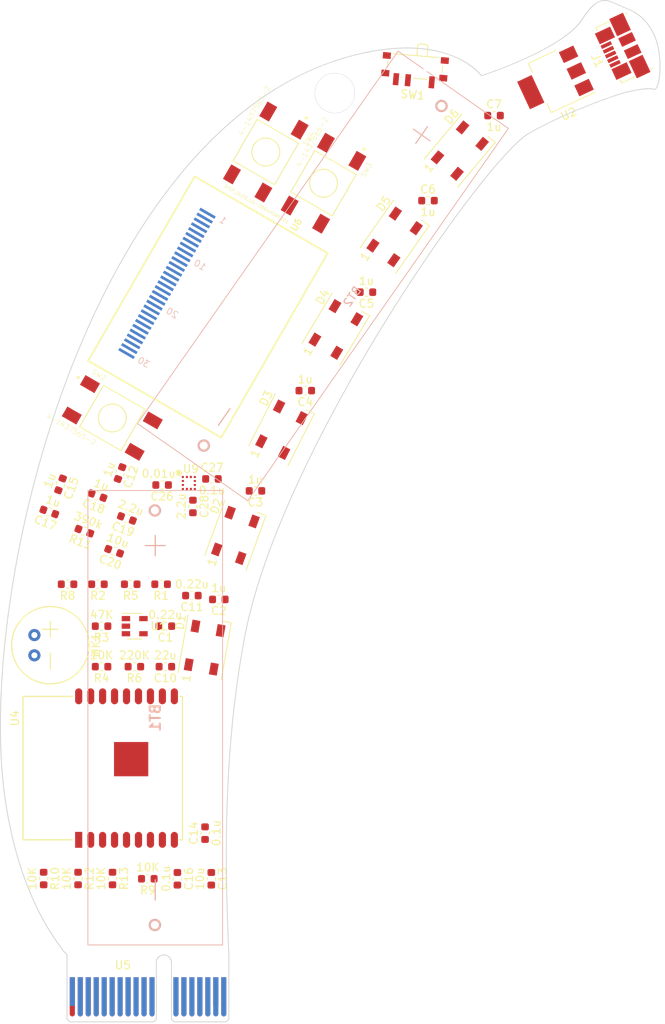
<source format=kicad_pcb>
(kicad_pcb (version 20171130) (host pcbnew "(5.1.0)-1")

  (general
    (thickness 1)
    (drawings 0)
    (tracks 1)
    (zones 0)
    (modules 54)
    (nets 45)
  )

  (page A4)
  (layers
    (0 F.Cu signal)
    (31 B.Cu signal)
    (32 B.Adhes user)
    (33 F.Adhes user)
    (34 B.Paste user)
    (35 F.Paste user)
    (36 B.SilkS user)
    (37 F.SilkS user)
    (38 B.Mask user)
    (39 F.Mask user)
    (40 Dwgs.User user)
    (41 Cmts.User user)
    (42 Eco1.User user)
    (43 Eco2.User user)
    (44 Edge.Cuts user)
    (45 Margin user)
    (46 B.CrtYd user)
    (47 F.CrtYd user)
    (48 B.Fab user)
    (49 F.Fab user)
  )

  (setup
    (last_trace_width 0.3048)
    (user_trace_width 0.24)
    (user_trace_width 0.28)
    (user_trace_width 0.3048)
    (user_trace_width 0.4)
    (trace_clearance 0.19558)
    (zone_clearance 0.05)
    (zone_45_only no)
    (trace_min 0.2)
    (via_size 0.635)
    (via_drill 0.3556)
    (via_min_size 0.4)
    (via_min_drill 0.3)
    (uvia_size 0.3)
    (uvia_drill 0.1)
    (uvias_allowed no)
    (uvia_min_size 0.2)
    (uvia_min_drill 0.1)
    (edge_width 0.15)
    (segment_width 0.01)
    (pcb_text_width 0.3)
    (pcb_text_size 1.5 1.5)
    (mod_edge_width 0.15)
    (mod_text_size 1 1)
    (mod_text_width 0.15)
    (pad_size 1.524 1.524)
    (pad_drill 0.762)
    (pad_to_mask_clearance 0.2)
    (solder_mask_min_width 0.25)
    (aux_axis_origin 0 0)
    (visible_elements 7FFFFFFF)
    (pcbplotparams
      (layerselection 0x010f0_ffffffff)
      (usegerberextensions true)
      (usegerberattributes false)
      (usegerberadvancedattributes false)
      (creategerberjobfile false)
      (excludeedgelayer true)
      (linewidth 0.100000)
      (plotframeref false)
      (viasonmask false)
      (mode 1)
      (useauxorigin false)
      (hpglpennumber 1)
      (hpglpenspeed 20)
      (hpglpendiameter 15.000000)
      (psnegative false)
      (psa4output false)
      (plotreference true)
      (plotvalue true)
      (plotinvisibletext false)
      (padsonsilk true)
      (subtractmaskfromsilk false)
      (outputformat 1)
      (mirror false)
      (drillshape 0)
      (scaleselection 1)
      (outputdirectory "../output/swadge-devkit/"))
  )

  (net 0 "")
  (net 1 AUD_PWR)
  (net 2 ADC_PIN)
  (net 3 GND)
  (net 4 "Net-(R2-Pad1)")
  (net 5 +3V3)
  (net 6 RX)
  (net 7 "Net-(D1-Pad2)")
  (net 8 "Net-(D2-Pad2)")
  (net 9 "Net-(D3-Pad2)")
  (net 10 "Net-(D4-Pad2)")
  (net 11 "Net-(D5-Pad2)")
  (net 12 "Net-(D6-Pad2)")
  (net 13 TX)
  (net 14 "Net-(D1-Pad4)")
  (net 15 SDA)
  (net 16 SCL)
  (net 17 "Net-(C1-Pad2)")
  (net 18 REST)
  (net 19 +5V)
  (net 20 SW2)
  (net 21 SW3)
  (net 22 SW4)
  (net 23 SW5)
  (net 24 "Net-(U5-PadB11)")
  (net 25 "Net-(U5-PadA11)")
  (net 26 "Net-(SW1-Pad3)")
  (net 27 "Net-(C16-Pad2)")
  (net 28 "Net-(C19-Pad2)")
  (net 29 "Net-(C20-Pad2)")
  (net 30 "Net-(BT1-Pad1)")
  (net 31 "Net-(BT2-Pad1)")
  (net 32 _RES)
  (net 33 "Net-(U5-PadB10)")
  (net 34 "Net-(U5-PadB9)")
  (net 35 "Net-(U5-PadA9)")
  (net 36 "Net-(U5-PadA10)")
  (net 37 "Net-(C11-Pad1)")
  (net 38 "Net-(C11-Pad2)")
  (net 39 "Net-(C12-Pad1)")
  (net 40 "Net-(C12-Pad2)")
  (net 41 "Net-(C15-Pad1)")
  (net 42 "Net-(C15-Pad2)")
  (net 43 "Net-(R4-Pad1)")
  (net 44 "Net-(R11-Pad2)")

  (net_class Default "This is the default net class."
    (clearance 0.19558)
    (trace_width 0.3048)
    (via_dia 0.635)
    (via_drill 0.3556)
    (uvia_dia 0.3)
    (uvia_drill 0.1)
    (add_net ADC_PIN)
    (add_net "Net-(C1-Pad2)")
    (add_net "Net-(C11-Pad1)")
    (add_net "Net-(C11-Pad2)")
    (add_net "Net-(C12-Pad1)")
    (add_net "Net-(C12-Pad2)")
    (add_net "Net-(C15-Pad1)")
    (add_net "Net-(C15-Pad2)")
    (add_net "Net-(C16-Pad2)")
    (add_net "Net-(C19-Pad2)")
    (add_net "Net-(C20-Pad2)")
    (add_net "Net-(D1-Pad2)")
    (add_net "Net-(D1-Pad4)")
    (add_net "Net-(D2-Pad2)")
    (add_net "Net-(D3-Pad2)")
    (add_net "Net-(D4-Pad2)")
    (add_net "Net-(D5-Pad2)")
    (add_net "Net-(D6-Pad2)")
    (add_net "Net-(R11-Pad2)")
    (add_net "Net-(R2-Pad1)")
    (add_net "Net-(R4-Pad1)")
    (add_net "Net-(SW1-Pad3)")
    (add_net "Net-(U3-PadGPIO1)")
    (add_net "Net-(U3-PadGPIO2)")
    (add_net "Net-(U5-PadA10)")
    (add_net "Net-(U5-PadA11)")
    (add_net "Net-(U5-PadA9)")
    (add_net "Net-(U5-PadB10)")
    (add_net "Net-(U5-PadB11)")
    (add_net "Net-(U5-PadB9)")
    (add_net "Net-(U7-Pad11)")
    (add_net "Net-(U7-Pad9)")
    (add_net "Net-(U8-Pad10)")
    (add_net "Net-(U8-Pad6)")
    (add_net "Net-(U9-Pad10)")
    (add_net "Net-(U9-Pad11)")
    (add_net "Net-(U9-Pad5)")
    (add_net "Net-(U9-Pad6)")
    (add_net REST)
    (add_net RX)
    (add_net SCL)
    (add_net SDA)
    (add_net SW2)
    (add_net SW3)
    (add_net SW4)
    (add_net SW5)
    (add_net TX)
    (add_net _RES)
  )

  (net_class Power ""
    (clearance 0.19558)
    (trace_width 0.4)
    (via_dia 0.635)
    (via_drill 0.45)
    (uvia_dia 0.3)
    (uvia_drill 0.1)
    (add_net +3V3)
    (add_net +5V)
    (add_net AUD_PWR)
    (add_net GND)
    (add_net "Net-(BT1-Pad1)")
    (add_net "Net-(BT2-Pad1)")
  )

  (net_class Thin ""
    (clearance 0.19558)
    (trace_width 0.25)
    (via_dia 0.635)
    (via_drill 0.3556)
    (uvia_dia 0.3)
    (uvia_drill 0.1)
  )

  (net_class xThin ""
    (clearance 0.19558)
    (trace_width 0.2)
    (via_dia 0.635)
    (via_drill 0.3556)
    (uvia_dia 0.3)
    (uvia_drill 0.1)
  )

  (module Swadge_Parts:banana (layer F.Cu) (tedit 0) (tstamp 5D496051)
    (at 100.8888 89.3318)
    (fp_text reference Ref** (at 0 0) (layer F.SilkS) hide
      (effects (font (size 1.27 1.27) (thickness 0.15)))
    )
    (fp_text value Val** (at 0 0) (layer F.SilkS) hide
      (effects (font (size 1.27 1.27) (thickness 0.15)))
    )
    (fp_line (start -33.009069 63.694745) (end -33.009069 63.694745) (layer Edge.Cuts) (width 0.1))
    (fp_line (start -33.00906 55.650575) (end -33.009069 63.694745) (layer Edge.Cuts) (width 0.1))
    (fp_line (start -33.39203 55.230015) (end -33.00906 55.650575) (layer Edge.Cuts) (width 0.1))
    (fp_line (start -33.84508 54.633495) (end -33.39203 55.230015) (layer Edge.Cuts) (width 0.1))
    (fp_line (start -34.292134 54.010919) (end -33.84508 54.633495) (layer Edge.Cuts) (width 0.1))
    (fp_line (start -34.73249 53.361726) (end -34.292134 54.010919) (layer Edge.Cuts) (width 0.1))
    (fp_line (start -35.16545 52.685348) (end -34.73249 53.361726) (layer Edge.Cuts) (width 0.1))
    (fp_line (start -35.59032 51.981215) (end -35.16545 52.685348) (layer Edge.Cuts) (width 0.1))
    (fp_line (start -36.006395 51.248753) (end -35.59032 51.981215) (layer Edge.Cuts) (width 0.1))
    (fp_line (start -36.412983 50.487396) (end -36.006395 51.248753) (layer Edge.Cuts) (width 0.1))
    (fp_line (start -36.809386 49.696573) (end -36.412983 50.487396) (layer Edge.Cuts) (width 0.1))
    (fp_line (start -37.194907 48.875715) (end -36.809386 49.696573) (layer Edge.Cuts) (width 0.1))
    (fp_line (start -37.568848 48.024253) (end -37.194907 48.875715) (layer Edge.Cuts) (width 0.1))
    (fp_line (start -37.930511 47.141616) (end -37.568848 48.024253) (layer Edge.Cuts) (width 0.1))
    (fp_line (start -38.279199 46.227235) (end -37.930511 47.141616) (layer Edge.Cuts) (width 0.1))
    (fp_line (start -38.614214 45.280541) (end -38.279199 46.227235) (layer Edge.Cuts) (width 0.1))
    (fp_line (start -38.93486 44.300964) (end -38.614214 45.280541) (layer Edge.Cuts) (width 0.1))
    (fp_line (start -39.240438 43.287934) (end -38.93486 44.300964) (layer Edge.Cuts) (width 0.1))
    (fp_line (start -39.530251 42.240881) (end -39.240438 43.287934) (layer Edge.Cuts) (width 0.1))
    (fp_line (start -39.803602 41.159237) (end -39.530251 42.240881) (layer Edge.Cuts) (width 0.1))
    (fp_line (start -40.059793 40.04243) (end -39.803602 41.159237) (layer Edge.Cuts) (width 0.1))
    (fp_line (start -40.298126 38.889893) (end -40.059793 40.04243) (layer Edge.Cuts) (width 0.1))
    (fp_line (start -40.517904 37.701054) (end -40.298126 38.889893) (layer Edge.Cuts) (width 0.1))
    (fp_line (start -40.718429 36.475345) (end -40.517904 37.701054) (layer Edge.Cuts) (width 0.1))
    (fp_line (start -40.89507 35.205976) (end -40.718429 36.475345) (layer Edge.Cuts) (width 0.1))
    (fp_line (start -41.043775 33.887778) (end -40.89507 35.205976) (layer Edge.Cuts) (width 0.1))
    (fp_line (start -41.16452 32.522804) (end -41.043775 33.887778) (layer Edge.Cuts) (width 0.1))
    (fp_line (start -41.257282 31.113106) (end -41.16452 32.522804) (layer Edge.Cuts) (width 0.1))
    (fp_line (start -41.322036 29.660737) (end -41.257282 31.113106) (layer Edge.Cuts) (width 0.1))
    (fp_line (start -41.358759 28.16775) (end -41.322036 29.660737) (layer Edge.Cuts) (width 0.1))
    (fp_line (start -41.367426 26.636199) (end -41.358759 28.16775) (layer Edge.Cuts) (width 0.1))
    (fp_line (start -41.348014 25.068135) (end -41.367426 26.636199) (layer Edge.Cuts) (width 0.1))
    (fp_line (start -41.300497 23.465612) (end -41.348014 25.068135) (layer Edge.Cuts) (width 0.1))
    (fp_line (start -41.224853 21.830682) (end -41.300497 23.465612) (layer Edge.Cuts) (width 0.1))
    (fp_line (start -41.121057 20.165398) (end -41.224853 21.830682) (layer Edge.Cuts) (width 0.1))
    (fp_line (start -40.989085 18.471814) (end -41.121057 20.165398) (layer Edge.Cuts) (width 0.1))
    (fp_line (start -40.828913 16.751982) (end -40.989085 18.471814) (layer Edge.Cuts) (width 0.1))
    (fp_line (start -40.640517 15.007954) (end -40.828913 16.751982) (layer Edge.Cuts) (width 0.1))
    (fp_line (start -40.423873 13.241784) (end -40.640517 15.007954) (layer Edge.Cuts) (width 0.1))
    (fp_line (start -40.178956 11.455524) (end -40.423873 13.241784) (layer Edge.Cuts) (width 0.1))
    (fp_line (start -39.905744 9.651228) (end -40.178956 11.455524) (layer Edge.Cuts) (width 0.1))
    (fp_line (start -39.60421 7.830948) (end -39.905744 9.651228) (layer Edge.Cuts) (width 0.1))
    (fp_line (start -39.274333 5.996736) (end -39.60421 7.830948) (layer Edge.Cuts) (width 0.1))
    (fp_line (start -38.916087 4.150647) (end -39.274333 5.996736) (layer Edge.Cuts) (width 0.1))
    (fp_line (start -38.529449 2.294732) (end -38.916087 4.150647) (layer Edge.Cuts) (width 0.1))
    (fp_line (start -38.114394 0.431045) (end -38.529449 2.294732) (layer Edge.Cuts) (width 0.1))
    (fp_line (start -37.670898 -1.438363) (end -38.114394 0.431045) (layer Edge.Cuts) (width 0.1))
    (fp_line (start -37.198938 -3.311437) (end -37.670898 -1.438363) (layer Edge.Cuts) (width 0.1))
    (fp_line (start -36.698489 -5.186125) (end -37.198938 -3.311437) (layer Edge.Cuts) (width 0.1))
    (fp_line (start -36.169527 -7.060374) (end -36.698489 -5.186125) (layer Edge.Cuts) (width 0.1))
    (fp_line (start -35.612029 -8.932132) (end -36.169527 -7.060374) (layer Edge.Cuts) (width 0.1))
    (fp_line (start -35.025969 -10.799346) (end -35.612029 -8.932132) (layer Edge.Cuts) (width 0.1))
    (fp_line (start -34.411325 -12.659962) (end -35.025969 -10.799346) (layer Edge.Cuts) (width 0.1))
    (fp_line (start -33.768071 -14.511928) (end -34.411325 -12.659962) (layer Edge.Cuts) (width 0.1))
    (fp_line (start -33.096185 -16.353191) (end -33.768071 -14.511928) (layer Edge.Cuts) (width 0.1))
    (fp_line (start -32.395641 -18.181699) (end -33.096185 -16.353191) (layer Edge.Cuts) (width 0.1))
    (fp_line (start -31.666416 -19.995397) (end -32.395641 -18.181699) (layer Edge.Cuts) (width 0.1))
    (fp_line (start -30.908485 -21.792235) (end -31.666416 -19.995397) (layer Edge.Cuts) (width 0.1))
    (fp_line (start -30.121826 -23.570158) (end -30.908485 -21.792235) (layer Edge.Cuts) (width 0.1))
    (fp_line (start -29.306413 -25.327114) (end -30.121826 -23.570158) (layer Edge.Cuts) (width 0.1))
    (fp_line (start -28.462222 -27.06105) (end -29.306413 -25.327114) (layer Edge.Cuts) (width 0.1))
    (fp_line (start -27.58923 -28.769913) (end -28.462222 -27.06105) (layer Edge.Cuts) (width 0.1))
    (fp_line (start -26.687412 -30.451651) (end -27.58923 -28.769913) (layer Edge.Cuts) (width 0.1))
    (fp_line (start -25.756745 -32.104211) (end -26.687412 -30.451651) (layer Edge.Cuts) (width 0.1))
    (fp_line (start -24.797204 -33.725539) (end -25.756745 -32.104211) (layer Edge.Cuts) (width 0.1))
    (fp_line (start -23.808765 -35.313583) (end -24.797204 -33.725539) (layer Edge.Cuts) (width 0.1))
    (fp_line (start -22.791405 -36.86629) (end -23.808765 -35.313583) (layer Edge.Cuts) (width 0.1))
    (fp_line (start -21.745098 -38.381608) (end -22.791405 -36.86629) (layer Edge.Cuts) (width 0.1))
    (fp_line (start -20.669822 -39.857482) (end -21.745098 -38.381608) (layer Edge.Cuts) (width 0.1))
    (fp_line (start -19.565551 -41.291862) (end -20.669822 -39.857482) (layer Edge.Cuts) (width 0.1))
    (fp_line (start -18.432263 -42.682693) (end -19.565551 -41.291862) (layer Edge.Cuts) (width 0.1))
    (fp_line (start -17.269932 -44.027923) (end -18.432263 -42.682693) (layer Edge.Cuts) (width 0.1))
    (fp_line (start -16.078535 -45.3255) (end -17.269932 -44.027923) (layer Edge.Cuts) (width 0.1))
    (fp_line (start -14.858048 -46.573369) (end -16.078535 -45.3255) (layer Edge.Cuts) (width 0.1))
    (fp_line (start -13.608447 -47.769479) (end -14.858048 -46.573369) (layer Edge.Cuts) (width 0.1))
    (fp_line (start -12.972721 -48.347483) (end -13.608447 -47.769479) (layer Edge.Cuts) (width 0.1))
    (fp_line (start -12.329707 -48.911777) (end -12.972721 -48.347483) (layer Edge.Cuts) (width 0.1))
    (fp_line (start -11.679403 -49.462104) (end -12.329707 -48.911777) (layer Edge.Cuts) (width 0.1))
    (fp_line (start -11.021805 -49.998209) (end -11.679403 -49.462104) (layer Edge.Cuts) (width 0.1))
    (fp_line (start -10.35691 -50.519834) (end -11.021805 -49.998209) (layer Edge.Cuts) (width 0.1))
    (fp_line (start -9.684716 -51.026723) (end -10.35691 -50.519834) (layer Edge.Cuts) (width 0.1))
    (fp_line (start -9.00522 -51.51862) (end -9.684716 -51.026723) (layer Edge.Cuts) (width 0.1))
    (fp_line (start -8.318417 -51.995267) (end -9.00522 -51.51862) (layer Edge.Cuts) (width 0.1))
    (fp_line (start -7.624306 -52.456408) (end -8.318417 -51.995267) (layer Edge.Cuts) (width 0.1))
    (fp_line (start -6.922883 -52.901786) (end -7.624306 -52.456408) (layer Edge.Cuts) (width 0.1))
    (fp_line (start -6.214146 -53.331146) (end -6.922883 -52.901786) (layer Edge.Cuts) (width 0.1))
    (fp_line (start -5.498091 -53.74423) (end -6.214146 -53.331146) (layer Edge.Cuts) (width 0.1))
    (fp_line (start -4.774715 -54.140781) (end -5.498091 -53.74423) (layer Edge.Cuts) (width 0.1))
    (fp_line (start -4.044016 -54.520543) (end -4.774715 -54.140781) (layer Edge.Cuts) (width 0.1))
    (fp_line (start -3.305989 -54.88326) (end -4.044016 -54.520543) (layer Edge.Cuts) (width 0.1))
    (fp_line (start -2.560634 -55.228675) (end -3.305989 -54.88326) (layer Edge.Cuts) (width 0.1))
    (fp_line (start -1.807945 -55.556531) (end -2.560634 -55.228675) (layer Edge.Cuts) (width 0.1))
    (fp_line (start -1.047921 -55.866571) (end -1.807945 -55.556531) (layer Edge.Cuts) (width 0.1))
    (fp_line (start -0.280558 -56.15854) (end -1.047921 -55.866571) (layer Edge.Cuts) (width 0.1))
    (fp_line (start 0.494147 -56.43218) (end -0.280558 -56.15854) (layer Edge.Cuts) (width 0.1))
    (fp_line (start 1.276197 -56.687235) (end 0.494147 -56.43218) (layer Edge.Cuts) (width 0.1))
    (fp_line (start 2.065594 -56.923448) (end 1.276197 -56.687235) (layer Edge.Cuts) (width 0.1))
    (fp_line (start 2.862342 -57.140562) (end 2.065594 -56.923448) (layer Edge.Cuts) (width 0.1))
    (fp_line (start 3.666444 -57.338322) (end 2.862342 -57.140562) (layer Edge.Cuts) (width 0.1))
    (fp_line (start 4.477902 -57.51647) (end 3.666444 -57.338322) (layer Edge.Cuts) (width 0.1))
    (fp_line (start 5.296721 -57.67475) (end 4.477902 -57.51647) (layer Edge.Cuts) (width 0.1))
    (fp_line (start 6.233107 -57.82763) (end 5.296721 -57.67475) (layer Edge.Cuts) (width 0.1))
    (fp_line (start 7.13069 -57.943105) (end 6.233107 -57.82763) (layer Edge.Cuts) (width 0.1))
    (fp_line (start 7.990065 -58.02331) (end 7.13069 -57.943105) (layer Edge.Cuts) (width 0.1))
    (fp_line (start 8.811828 -58.070379) (end 7.990065 -58.02331) (layer Edge.Cuts) (width 0.1))
    (fp_line (start 9.596572 -58.086448) (end 8.811828 -58.070379) (layer Edge.Cuts) (width 0.1))
    (fp_line (start 10.344895 -58.07365) (end 9.596572 -58.086448) (layer Edge.Cuts) (width 0.1))
    (fp_line (start 11.05739 -58.034122) (end 10.344895 -58.07365) (layer Edge.Cuts) (width 0.1))
    (fp_line (start 11.734654 -57.969997) (end 11.05739 -58.034122) (layer Edge.Cuts) (width 0.1))
    (fp_line (start 12.377281 -57.88341) (end 11.734654 -57.969997) (layer Edge.Cuts) (width 0.1))
    (fp_line (start 12.985866 -57.776496) (end 12.377281 -57.88341) (layer Edge.Cuts) (width 0.1))
    (fp_line (start 13.561006 -57.651389) (end 12.985866 -57.776496) (layer Edge.Cuts) (width 0.1))
    (fp_line (start 14.103295 -57.510225) (end 13.561006 -57.651389) (layer Edge.Cuts) (width 0.1))
    (fp_line (start 14.613328 -57.355138) (end 14.103295 -57.510225) (layer Edge.Cuts) (width 0.1))
    (fp_line (start 15.091701 -57.188262) (end 14.613328 -57.355138) (layer Edge.Cuts) (width 0.1))
    (fp_line (start 15.539009 -57.011733) (end 15.091701 -57.188262) (layer Edge.Cuts) (width 0.1))
    (fp_line (start 15.955847 -56.827685) (end 15.539009 -57.011733) (layer Edge.Cuts) (width 0.1))
    (fp_line (start 16.34281 -56.638253) (end 15.955847 -56.827685) (layer Edge.Cuts) (width 0.1))
    (fp_line (start 16.700494 -56.445571) (end 16.34281 -56.638253) (layer Edge.Cuts) (width 0.1))
    (fp_line (start 17.330405 -56.058998) (end 16.700494 -56.445571) (layer Edge.Cuts) (width 0.1))
    (fp_line (start 17.850342 -55.685044) (end 17.330405 -56.058998) (layer Edge.Cuts) (width 0.1))
    (fp_line (start 18.265067 -55.340786) (end 17.850342 -55.685044) (layer Edge.Cuts) (width 0.1))
    (fp_line (start 18.579341 -55.043302) (end 18.265067 -55.340786) (layer Edge.Cuts) (width 0.1))
    (fp_line (start 18.797926 -54.809669) (end 18.579341 -55.043302) (layer Edge.Cuts) (width 0.1))
    (fp_line (start 18.96708 -54.60227) (end 18.797926 -54.809669) (layer Edge.Cuts) (width 0.1))
    (fp_line (start 19.411316 -54.750753) (end 18.96708 -54.60227) (layer Edge.Cuts) (width 0.1))
    (fp_line (start 20.603059 -55.17451) (end 19.411316 -54.750753) (layer Edge.Cuts) (width 0.1))
    (fp_line (start 21.413171 -55.479446) (end 20.603059 -55.17451) (layer Edge.Cuts) (width 0.1))
    (fp_line (start 22.330869 -55.840997) (end 21.413171 -55.479446) (layer Edge.Cuts) (width 0.1))
    (fp_line (start 23.329722 -56.255095) (end 22.330869 -55.840997) (layer Edge.Cuts) (width 0.1))
    (fp_line (start 24.383302 -56.717674) (end 23.329722 -56.255095) (layer Edge.Cuts) (width 0.1))
    (fp_line (start 25.465176 -57.224664) (end 24.383302 -56.717674) (layer Edge.Cuts) (width 0.1))
    (fp_line (start 26.548916 -57.771999) (end 25.465176 -57.224664) (layer Edge.Cuts) (width 0.1))
    (fp_line (start 27.60809 -58.355611) (end 26.548916 -57.771999) (layer Edge.Cuts) (width 0.1))
    (fp_line (start 28.120206 -58.659749) (end 27.60809 -58.355611) (layer Edge.Cuts) (width 0.1))
    (fp_line (start 28.616269 -58.971431) (end 28.120206 -58.659749) (layer Edge.Cuts) (width 0.1))
    (fp_line (start 29.092975 -59.290149) (end 28.616269 -58.971431) (layer Edge.Cuts) (width 0.1))
    (fp_line (start 29.547021 -59.615393) (end 29.092975 -59.290149) (layer Edge.Cuts) (width 0.1))
    (fp_line (start 29.975104 -59.946656) (end 29.547021 -59.615393) (layer Edge.Cuts) (width 0.1))
    (fp_line (start 30.373918 -60.283429) (end 29.975104 -59.946656) (layer Edge.Cuts) (width 0.1))
    (fp_line (start 30.74016 -60.625203) (end 30.373918 -60.283429) (layer Edge.Cuts) (width 0.1))
    (fp_line (start 31.070528 -60.97147) (end 30.74016 -60.625203) (layer Edge.Cuts) (width 0.1))
    (fp_line (start 31.361716 -61.321722) (end 31.070528 -60.97147) (layer Edge.Cuts) (width 0.1))
    (fp_line (start 31.61042 -61.67545) (end 31.361716 -61.321722) (layer Edge.Cuts) (width 0.1))
    (fp_line (start 31.991471 -62.243593) (end 31.61042 -61.67545) (layer Edge.Cuts) (width 0.1))
    (fp_line (start 32.350943 -62.720494) (end 31.991471 -62.243593) (layer Edge.Cuts) (width 0.1))
    (fp_line (start 32.690732 -63.112655) (end 32.350943 -62.720494) (layer Edge.Cuts) (width 0.1))
    (fp_line (start 33.012733 -63.426575) (end 32.690732 -63.112655) (layer Edge.Cuts) (width 0.1))
    (fp_line (start 33.318843 -63.668758) (end 33.012733 -63.426575) (layer Edge.Cuts) (width 0.1))
    (fp_line (start 33.610956 -63.845705) (end 33.318843 -63.668758) (layer Edge.Cuts) (width 0.1))
    (fp_line (start 33.890969 -63.963916) (end 33.610956 -63.845705) (layer Edge.Cuts) (width 0.1))
    (fp_line (start 34.160775 -64.029895) (end 33.890969 -63.963916) (layer Edge.Cuts) (width 0.1))
    (fp_line (start 34.422272 -64.050142) (end 34.160775 -64.029895) (layer Edge.Cuts) (width 0.1))
    (fp_line (start 34.677355 -64.031158) (end 34.422272 -64.050142) (layer Edge.Cuts) (width 0.1))
    (fp_line (start 34.927918 -63.979446) (end 34.677355 -64.031158) (layer Edge.Cuts) (width 0.1))
    (fp_line (start 35.175858 -63.901507) (end 34.927918 -63.979446) (layer Edge.Cuts) (width 0.1))
    (fp_line (start 35.671448 -63.692954) (end 35.175858 -63.901507) (layer Edge.Cuts) (width 0.1))
    (fp_line (start 36.17929 -63.45751) (end 35.671448 -63.692954) (layer Edge.Cuts) (width 0.1))
    (fp_line (start 37.261144 -63.006589) (end 36.17929 -63.45751) (layer Edge.Cuts) (width 0.1))
    (fp_line (start 37.823864 -62.745636) (end 37.261144 -63.006589) (layer Edge.Cuts) (width 0.1))
    (fp_line (start 38.107303 -62.593478) (end 37.823864 -62.745636) (layer Edge.Cuts) (width 0.1))
    (fp_line (start 38.390844 -62.421985) (end 38.107303 -62.593478) (layer Edge.Cuts) (width 0.1))
    (fp_line (start 38.673525 -62.227499) (end 38.390844 -62.421985) (layer Edge.Cuts) (width 0.1))
    (fp_line (start 38.954384 -62.00636) (end 38.673525 -62.227499) (layer Edge.Cuts) (width 0.1))
    (fp_line (start 39.232456 -61.754908) (end 38.954384 -62.00636) (layer Edge.Cuts) (width 0.1))
    (fp_line (start 39.50678 -61.469483) (end 39.232456 -61.754908) (layer Edge.Cuts) (width 0.1))
    (fp_line (start 39.776394 -61.146427) (end 39.50678 -61.469483) (layer Edge.Cuts) (width 0.1))
    (fp_line (start 40.040333 -60.782079) (end 39.776394 -61.146427) (layer Edge.Cuts) (width 0.1))
    (fp_line (start 40.297636 -60.37278) (end 40.040333 -60.782079) (layer Edge.Cuts) (width 0.1))
    (fp_line (start 40.54734 -59.91487) (end 40.297636 -60.37278) (layer Edge.Cuts) (width 0.1))
    (fp_line (start 40.772625 -59.407699) (end 40.54734 -59.91487) (layer Edge.Cuts) (width 0.1))
    (fp_line (start 40.958472 -58.860166) (end 40.772625 -59.407699) (layer Edge.Cuts) (width 0.1))
    (fp_line (start 41.106929 -58.282879) (end 40.958472 -58.860166) (layer Edge.Cuts) (width 0.1))
    (fp_line (start 41.220043 -57.686449) (end 41.106929 -58.282879) (layer Edge.Cuts) (width 0.1))
    (fp_line (start 41.299862 -57.081483) (end 41.220043 -57.686449) (layer Edge.Cuts) (width 0.1))
    (fp_line (start 41.348433 -56.47859) (end 41.299862 -57.081483) (layer Edge.Cuts) (width 0.1))
    (fp_line (start 41.367802 -55.888379) (end 41.348433 -56.47859) (layer Edge.Cuts) (width 0.1))
    (fp_line (start 41.360017 -55.32146) (end 41.367802 -55.888379) (layer Edge.Cuts) (width 0.1))
    (fp_line (start 41.327125 -54.788441) (end 41.360017 -55.32146) (layer Edge.Cuts) (width 0.1))
    (fp_line (start 41.271172 -54.29993) (end 41.327125 -54.788441) (layer Edge.Cuts) (width 0.1))
    (fp_line (start 41.194208 -53.866537) (end 41.271172 -54.29993) (layer Edge.Cuts) (width 0.1))
    (fp_line (start 41.098277 -53.498871) (end 41.194208 -53.866537) (layer Edge.Cuts) (width 0.1))
    (fp_line (start 40.985428 -53.207541) (end 41.098277 -53.498871) (layer Edge.Cuts) (width 0.1))
    (fp_line (start 40.923298 -53.093816) (end 40.985428 -53.207541) (layer Edge.Cuts) (width 0.1))
    (fp_line (start 40.857707 -53.003154) (end 40.923298 -53.093816) (layer Edge.Cuts) (width 0.1))
    (fp_line (start 40.78891 -52.93688) (end 40.857707 -53.003154) (layer Edge.Cuts) (width 0.1))
    (fp_line (start 40.717162 -52.896321) (end 40.78891 -52.93688) (layer Edge.Cuts) (width 0.1))
    (fp_line (start 40.642721 -52.882802) (end 40.717162 -52.896321) (layer Edge.Cuts) (width 0.1))
    (fp_line (start 40.56584 -52.89765) (end 40.642721 -52.882802) (layer Edge.Cuts) (width 0.1))
    (fp_line (start 40.387455 -52.944809) (end 40.56584 -52.89765) (layer Edge.Cuts) (width 0.1))
    (fp_line (start 40.169086 -52.970123) (end 40.387455 -52.944809) (layer Edge.Cuts) (width 0.1))
    (fp_line (start 39.917841 -52.976187) (end 40.169086 -52.970123) (layer Edge.Cuts) (width 0.1))
    (fp_line (start 39.640822 -52.965595) (end 39.917841 -52.976187) (layer Edge.Cuts) (width 0.1))
    (fp_line (start 39.037886 -52.904819) (end 39.640822 -52.965595) (layer Edge.Cuts) (width 0.1))
    (fp_line (start 38.417118 -52.808553) (end 39.037886 -52.904819) (layer Edge.Cuts) (width 0.1))
    (fp_line (start 37.835356 -52.697549) (end 38.417118 -52.808553) (layer Edge.Cuts) (width 0.1))
    (fp_line (start 37.34944 -52.592564) (end 37.835356 -52.697549) (layer Edge.Cuts) (width 0.1))
    (fp_line (start 36.8925 -52.48367) (end 37.34944 -52.592564) (layer Edge.Cuts) (width 0.1))
    (fp_line (start 35.784423 -52.124367) (end 36.8925 -52.48367) (layer Edge.Cuts) (width 0.1))
    (fp_line (start 34.533394 -51.689643) (end 35.784423 -52.124367) (layer Edge.Cuts) (width 0.1))
    (fp_line (start 32.936874 -51.097674) (end 34.533394 -51.689643) (layer Edge.Cuts) (width 0.1))
    (fp_line (start 31.084242 -50.358063) (end 32.936874 -51.097674) (layer Edge.Cuts) (width 0.1))
    (fp_line (start 30.089815 -49.935893) (end 31.084242 -50.358063) (layer Edge.Cuts) (width 0.1))
    (fp_line (start 29.064876 -49.480414) (end 30.089815 -49.935893) (layer Edge.Cuts) (width 0.1))
    (fp_line (start 28.020598 -48.992825) (end 29.064876 -49.480414) (layer Edge.Cuts) (width 0.1))
    (fp_line (start 26.968152 -48.474328) (end 28.020598 -48.992825) (layer Edge.Cuts) (width 0.1))
    (fp_line (start 25.918713 -47.926123) (end 26.968152 -48.474328) (layer Edge.Cuts) (width 0.1))
    (fp_line (start 24.88345 -47.34941) (end 25.918713 -47.926123) (layer Edge.Cuts) (width 0.1))
    (fp_line (start 24.612816 -47.177727) (end 24.88345 -47.34941) (layer Edge.Cuts) (width 0.1))
    (fp_line (start 24.313684 -46.958523) (end 24.612816 -47.177727) (layer Edge.Cuts) (width 0.1))
    (fp_line (start 23.986997 -46.692853) (end 24.313684 -46.958523) (layer Edge.Cuts) (width 0.1))
    (fp_line (start 23.633697 -46.381771) (end 23.986997 -46.692853) (layer Edge.Cuts) (width 0.1))
    (fp_line (start 22.851018 -45.627591) (end 23.633697 -46.381771) (layer Edge.Cuts) (width 0.1))
    (fp_line (start 21.973177 -44.704418) (end 22.851018 -45.627591) (layer Edge.Cuts) (width 0.1))
    (fp_line (start 21.007703 -43.620689) (end 21.973177 -44.704418) (layer Edge.Cuts) (width 0.1))
    (fp_line (start 19.962126 -42.384841) (end 21.007703 -43.620689) (layer Edge.Cuts) (width 0.1))
    (fp_line (start 18.843976 -41.005311) (end 19.962126 -42.384841) (layer Edge.Cuts) (width 0.1))
    (fp_line (start 17.660782 -39.490534) (end 18.843976 -41.005311) (layer Edge.Cuts) (width 0.1))
    (fp_line (start 16.420073 -37.848948) (end 17.660782 -39.490534) (layer Edge.Cuts) (width 0.1))
    (fp_line (start 15.12938 -36.088989) (end 16.420073 -37.848948) (layer Edge.Cuts) (width 0.1))
    (fp_line (start 13.796231 -34.219093) (end 15.12938 -36.088989) (layer Edge.Cuts) (width 0.1))
    (fp_line (start 12.428156 -32.247697) (end 13.796231 -34.219093) (layer Edge.Cuts) (width 0.1))
    (fp_line (start 11.032685 -30.183237) (end 12.428156 -32.247697) (layer Edge.Cuts) (width 0.1))
    (fp_line (start 9.617347 -28.034151) (end 11.032685 -30.183237) (layer Edge.Cuts) (width 0.1))
    (fp_line (start 8.189672 -25.808874) (end 9.617347 -28.034151) (layer Edge.Cuts) (width 0.1))
    (fp_line (start 6.757189 -23.515843) (end 8.189672 -25.808874) (layer Edge.Cuts) (width 0.1))
    (fp_line (start 5.327428 -21.163494) (end 6.757189 -23.515843) (layer Edge.Cuts) (width 0.1))
    (fp_line (start 3.907918 -18.760264) (end 5.327428 -21.163494) (layer Edge.Cuts) (width 0.1))
    (fp_line (start 2.506189 -16.31459) (end 3.907918 -18.760264) (layer Edge.Cuts) (width 0.1))
    (fp_line (start 1.129771 -13.834909) (end 2.506189 -16.31459) (layer Edge.Cuts) (width 0.1))
    (fp_line (start -0.213808 -11.329655) (end 1.129771 -13.834909) (layer Edge.Cuts) (width 0.1))
    (fp_line (start -1.517018 -8.807267) (end -0.213808 -11.329655) (layer Edge.Cuts) (width 0.1))
    (fp_line (start -2.772328 -6.276181) (end -1.517018 -8.807267) (layer Edge.Cuts) (width 0.1))
    (fp_line (start -3.97221 -3.744832) (end -2.772328 -6.276181) (layer Edge.Cuts) (width 0.1))
    (fp_line (start -5.109134 -1.221658) (end -3.97221 -3.744832) (layer Edge.Cuts) (width 0.1))
    (fp_line (start -5.651634 0.034226) (end -5.109134 -1.221658) (layer Edge.Cuts) (width 0.1))
    (fp_line (start -6.175571 1.284904) (end -5.651634 0.034226) (layer Edge.Cuts) (width 0.1))
    (fp_line (start -6.680003 2.52932) (end -6.175571 1.284904) (layer Edge.Cuts) (width 0.1))
    (fp_line (start -7.16399 3.766419) (end -6.680003 2.52932) (layer Edge.Cuts) (width 0.1))
    (fp_line (start -7.626591 4.995147) (end -7.16399 3.766419) (layer Edge.Cuts) (width 0.1))
    (fp_line (start -8.066864 6.214449) (end -7.626591 4.995147) (layer Edge.Cuts) (width 0.1))
    (fp_line (start -8.483867 7.423272) (end -8.066864 6.214449) (layer Edge.Cuts) (width 0.1))
    (fp_line (start -8.87666 8.620559) (end -8.483867 7.423272) (layer Edge.Cuts) (width 0.1))
    (fp_line (start -9.244302 9.805257) (end -8.87666 8.620559) (layer Edge.Cuts) (width 0.1))
    (fp_line (start -9.585852 10.976312) (end -9.244302 9.805257) (layer Edge.Cuts) (width 0.1))
    (fp_line (start -9.900367 12.132668) (end -9.585852 10.976312) (layer Edge.Cuts) (width 0.1))
    (fp_line (start -10.186908 13.273271) (end -9.900367 12.132668) (layer Edge.Cuts) (width 0.1))
    (fp_line (start -10.444532 14.397066) (end -10.186908 13.273271) (layer Edge.Cuts) (width 0.1))
    (fp_line (start -10.672299 15.502999) (end -10.444532 14.397066) (layer Edge.Cuts) (width 0.1))
    (fp_line (start -11.074097 17.696595) (end -10.672299 15.502999) (layer Edge.Cuts) (width 0.1))
    (fp_line (start -11.430518 19.887781) (end -11.074097 17.696595) (layer Edge.Cuts) (width 0.1))
    (fp_line (start -11.743926 22.072249) (end -11.430518 19.887781) (layer Edge.Cuts) (width 0.1))
    (fp_line (start -12.016683 24.245691) (end -11.743926 22.072249) (layer Edge.Cuts) (width 0.1))
    (fp_line (start -12.251153 26.403799) (end -12.016683 24.245691) (layer Edge.Cuts) (width 0.1))
    (fp_line (start -12.449697 28.542265) (end -12.251153 26.403799) (layer Edge.Cuts) (width 0.1))
    (fp_line (start -12.614678 30.656779) (end -12.449697 28.542265) (layer Edge.Cuts) (width 0.1))
    (fp_line (start -12.74846 32.743035) (end -12.614678 30.656779) (layer Edge.Cuts) (width 0.1))
    (fp_line (start -12.853403 34.796723) (end -12.74846 32.743035) (layer Edge.Cuts) (width 0.1))
    (fp_line (start -12.931872 36.813536) (end -12.853403 34.796723) (layer Edge.Cuts) (width 0.1))
    (fp_line (start -12.986229 38.789165) (end -12.931872 36.813536) (layer Edge.Cuts) (width 0.1))
    (fp_line (start -13.018836 40.719302) (end -12.986229 38.789165) (layer Edge.Cuts) (width 0.1))
    (fp_line (start -13.032056 42.599638) (end -13.018836 40.719302) (layer Edge.Cuts) (width 0.1))
    (fp_line (start -13.028251 44.425867) (end -13.032056 42.599638) (layer Edge.Cuts) (width 0.1))
    (fp_line (start -12.97902 47.898765) (end -13.028251 44.425867) (layer Edge.Cuts) (width 0.1))
    (fp_line (start -12.890065 51.103531) (end -12.97902 47.898765) (layer Edge.Cuts) (width 0.1))
    (fp_line (start -12.78023 54.005695) (end -12.890065 51.103531) (layer Edge.Cuts) (width 0.1))
    (fp_line (start -12.723429 55.332535) (end -12.78023 54.005695) (layer Edge.Cuts) (width 0.1))
    (fp_line (start -12.70943 55.650575) (end -12.723429 55.332535) (layer Edge.Cuts) (width 0.1))
    (fp_line (start -12.70943 63.694745) (end -12.70943 55.650575) (layer Edge.Cuts) (width 0.1))
    (fp_line (start -13.06503 64.050345) (end -12.70943 63.694745) (layer Edge.Cuts) (width 0.1))
    (fp_line (start -19.55726 64.050345) (end -13.06503 64.050345) (layer Edge.Cuts) (width 0.1))
    (fp_line (start -19.910319 63.694745) (end -19.55726 64.050345) (layer Edge.Cuts) (width 0.1))
    (fp_line (start -19.90968 56.600915) (end -19.910319 63.694745) (layer Edge.Cuts) (width 0.1))
    (fp_line (start -19.930014 56.417351) (end -19.90968 56.600915) (layer Edge.Cuts) (width 0.1))
    (fp_line (start -19.983909 56.242897) (end -19.930014 56.417351) (layer Edge.Cuts) (width 0.1))
    (fp_line (start -20.068634 56.082288) (end -19.983909 56.242897) (layer Edge.Cuts) (width 0.1))
    (fp_line (start -20.181458 55.94026) (end -20.068634 56.082288) (layer Edge.Cuts) (width 0.1))
    (fp_line (start -20.319651 55.82155) (end -20.181458 55.94026) (layer Edge.Cuts) (width 0.1))
    (fp_line (start -20.480481 55.730893) (end -20.319651 55.82155) (layer Edge.Cuts) (width 0.1))
    (fp_line (start -20.661217 55.673026) (end -20.480481 55.730893) (layer Edge.Cuts) (width 0.1))
    (fp_line (start -20.85913 55.652685) (end -20.661217 55.673026) (layer Edge.Cuts) (width 0.1))
    (fp_line (start -21.05042 55.671947) (end -20.85913 55.652685) (layer Edge.Cuts) (width 0.1))
    (fp_line (start -21.22864 55.727192) (end -21.05042 55.671947) (layer Edge.Cuts) (width 0.1))
    (fp_line (start -21.389973 55.81461) (end -21.22864 55.727192) (layer Edge.Cuts) (width 0.1))
    (fp_line (start -21.530602 55.93039) (end -21.389973 55.81461) (layer Edge.Cuts) (width 0.1))
    (fp_line (start -21.646708 56.070721) (end -21.530602 55.93039) (layer Edge.Cuts) (width 0.1))
    (fp_line (start -21.734475 56.231793) (end -21.646708 56.070721) (layer Edge.Cuts) (width 0.1))
    (fp_line (start -21.790085 56.409794) (end -21.734475 56.231793) (layer Edge.Cuts) (width 0.1))
    (fp_line (start -21.80972 56.600915) (end -21.790085 56.409794) (layer Edge.Cuts) (width 0.1))
    (fp_line (start -21.81023 63.694745) (end -21.80972 56.600915) (layer Edge.Cuts) (width 0.1))
    (fp_line (start -22.16329 64.050345) (end -21.81023 63.694745) (layer Edge.Cuts) (width 0.1))
    (fp_line (start -32.65601 64.050345) (end -22.16329 64.050345) (layer Edge.Cuts) (width 0.1))
    (fp_line (start -33.009069 63.694745) (end -32.65601 64.050345) (layer Edge.Cuts) (width 0.1))
  )

  (module Swadge_Parts:microbuilder-UG-2864HSWEG01_0.96IN_WRAPAROUND (layer F.Cu) (tedit 5D4380FC) (tstamp 5CAC00E2)
    (at 81.4578 61.3664 240)
    (path /5C3C7BBF)
    (attr smd)
    (fp_text reference U6 (at -14.478 -9.1694 240) (layer F.SilkS)
      (effects (font (size 0.8128 0.8128) (thickness 0.1524)))
    )
    (fp_text value DISP_OLED_UG-2864HSWEG01 (at -14.224 -3.5814 330) (layer F.SilkS)
      (effects (font (size 0.4064 0.4064) (thickness 0.0508)))
    )
    (fp_text user "PCB EDGE (1.6mm)" (at 1.30048 6.5913 240) (layer Dwgs.User)
      (effects (font (size 0.8128 0.8128) (thickness 0.0762)))
    )
    (fp_text user 30 (at 10.04316 -1.22428 330) (layer B.SilkS)
      (effects (font (size 0.8128 0.8128) (thickness 0.0762)) (justify mirror))
    )
    (fp_text user 20 (at 2.89306 -1.22428 330) (layer B.SilkS)
      (effects (font (size 0.8128 0.8128) (thickness 0.0762)) (justify mirror))
    )
    (fp_text user 10 (at -4.05638 -1.22428 330) (layer B.SilkS)
      (effects (font (size 0.8128 0.8128) (thickness 0.0762)) (justify mirror))
    )
    (fp_text user 1 (at -10.35558 -0.91694 330) (layer B.SilkS)
      (effects (font (size 0.8128 0.8128) (thickness 0.0762)) (justify mirror))
    )
    (fp_line (start 13.3477 7.49808) (end -13.3477 7.49808) (layer Dwgs.User) (width 0.2032))
    (fp_line (start -10.8712 -1.39446) (end -10.8712 -12.25804) (layer Dwgs.User) (width 0.2032))
    (fp_line (start 10.8712 -1.39446) (end -10.8712 -1.39446) (layer Dwgs.User) (width 0.2032))
    (fp_line (start 10.8712 -12.25804) (end 10.8712 -1.39446) (layer Dwgs.User) (width 0.2032))
    (fp_line (start -10.8712 -12.25804) (end 10.8712 -12.25804) (layer Dwgs.User) (width 0.2032))
    (fp_line (start -13.3477 4.89966) (end -13.35278 -14.35862) (layer F.SilkS) (width 0.2032))
    (fp_line (start 13.3477 4.89966) (end -13.3477 4.89966) (layer F.SilkS) (width 0.2032))
    (fp_line (start 13.3477 -14.35862) (end 13.3477 4.89966) (layer F.SilkS) (width 0.2032))
    (fp_line (start -13.35278 -14.35862) (end 13.3477 -14.35862) (layer F.SilkS) (width 0.2032))
    (pad 30 smd rect (at 10.14984 1.19888 330) (size 2.19964 0.34798) (layers B.Cu B.Mask)
      (net 3 GND))
    (pad 29 smd rect (at 9.4488 1.19888 330) (size 2.19964 0.34798) (layers B.Cu B.Mask)
      (net 3 GND))
    (pad 28 smd rect (at 8.74776 1.19888 330) (size 2.19964 0.34798) (layers B.Cu B.Mask)
      (net 29 "Net-(C20-Pad2)"))
    (pad 27 smd rect (at 8.04926 1.19888 330) (size 2.19964 0.34798) (layers B.Cu B.Mask)
      (net 28 "Net-(C19-Pad2)"))
    (pad 26 smd rect (at 7.34822 1.19888 330) (size 2.19964 0.34798) (layers B.Cu B.Mask)
      (net 44 "Net-(R11-Pad2)"))
    (pad 25 smd rect (at 6.64972 1.19888 330) (size 2.19964 0.34798) (layers B.Cu B.Mask)
      (net 3 GND))
    (pad 24 smd rect (at 5.94868 1.19888 330) (size 2.19964 0.34798) (layers B.Cu B.Mask)
      (net 3 GND))
    (pad 23 smd rect (at 5.24764 1.19888 330) (size 2.19964 0.34798) (layers B.Cu B.Mask)
      (net 3 GND))
    (pad 22 smd rect (at 4.54914 1.19888 330) (size 2.19964 0.34798) (layers B.Cu B.Mask)
      (net 3 GND))
    (pad 21 smd rect (at 3.8481 1.19888 330) (size 2.19964 0.34798) (layers B.Cu B.Mask)
      (net 3 GND))
    (pad 20 smd rect (at 3.1496 1.19888 330) (size 2.19964 0.34798) (layers B.Cu B.Mask)
      (net 15 SDA))
    (pad 19 smd rect (at 2.44856 1.19888 330) (size 2.19964 0.34798) (layers B.Cu B.Mask)
      (net 15 SDA))
    (pad 18 smd rect (at 1.74752 1.19888 330) (size 2.19964 0.34798) (layers B.Cu B.Mask)
      (net 16 SCL))
    (pad 17 smd rect (at 1.04902 1.19888 330) (size 2.19964 0.34798) (layers B.Cu B.Mask)
      (net 3 GND))
    (pad 16 smd rect (at 0.34798 1.19888 330) (size 2.19964 0.34798) (layers B.Cu B.Mask)
      (net 3 GND))
    (pad 15 smd rect (at -0.34798 1.19888 330) (size 2.19964 0.34798) (layers B.Cu B.Mask)
      (net 3 GND))
    (pad 14 smd rect (at -1.04902 1.19888 330) (size 2.19964 0.34798) (layers B.Cu B.Mask)
      (net 32 _RES))
    (pad 13 smd rect (at -1.74752 1.19888 330) (size 2.19964 0.34798) (layers B.Cu B.Mask)
      (net 3 GND))
    (pad 12 smd rect (at -2.44856 1.19888 330) (size 2.19964 0.34798) (layers B.Cu B.Mask)
      (net 3 GND))
    (pad 11 smd rect (at -3.1496 1.19888 330) (size 2.19964 0.34798) (layers B.Cu B.Mask)
      (net 5 +3V3))
    (pad 10 smd rect (at -3.8481 1.19888 330) (size 2.19964 0.34798) (layers B.Cu B.Mask)
      (net 3 GND))
    (pad 9 smd rect (at -4.54914 1.19888 330) (size 2.19964 0.34798) (layers B.Cu B.Mask)
      (net 5 +3V3))
    (pad 8 smd rect (at -5.24764 1.19888 330) (size 2.19964 0.34798) (layers B.Cu B.Mask)
      (net 3 GND))
    (pad 7 smd rect (at -5.94868 1.19888 330) (size 2.19964 0.34798) (layers B.Cu B.Mask))
    (pad 6 smd rect (at -6.64972 1.19888 330) (size 2.19964 0.34798) (layers B.Cu B.Mask)
      (net 5 +3V3))
    (pad 5 smd rect (at -7.34822 1.19888 330) (size 2.19964 0.34798) (layers B.Cu B.Mask)
      (net 42 "Net-(C15-Pad2)"))
    (pad 4 smd rect (at -8.04926 1.19888 330) (size 2.19964 0.34798) (layers B.Cu B.Mask)
      (net 41 "Net-(C15-Pad1)"))
    (pad 3 smd rect (at -8.74776 1.19888 330) (size 2.19964 0.34798) (layers B.Cu B.Mask)
      (net 40 "Net-(C12-Pad2)"))
    (pad 2 smd rect (at -9.4488 1.19888 330) (size 2.19964 0.34798) (layers B.Cu B.Mask)
      (net 39 "Net-(C12-Pad1)"))
    (pad 1 smd rect (at -10.14984 1.19888 330) (size 2.19964 0.34798) (layers B.Cu B.Mask)
      (net 3 GND))
    (model ${KIPRJMOD}/kicad-libs/package3d/oled_curved.step
      (offset (xyz 0 18.88 -1.2))
      (scale (xyz 1 1 1))
      (rotate (xyz -90 0 0))
    )
  )

  (module Swadge_Parts:QMA6981 (layer F.Cu) (tedit 5CEC96E3) (tstamp 5CDE849B)
    (at 83.1596 85.8012)
    (path /5CE08D23)
    (fp_text reference U9 (at 0.254 -1.778) (layer F.SilkS)
      (effects (font (size 1 1) (thickness 0.15)))
    )
    (fp_text value QMA6981 (at 0.762 -3.302) (layer F.Fab)
      (effects (font (size 1 1) (thickness 0.15)))
    )
    (fp_circle (center -1.27 -1.27) (end -1.07 -1.27) (layer F.SilkS) (width 0.4))
    (pad 2 smd rect (at -0.75 -0.25) (size 0.275 0.25) (layers F.Cu F.Paste F.Mask)
      (net 15 SDA))
    (pad 3 smd rect (at -0.75 0.25) (size 0.275 0.25) (layers F.Cu F.Paste F.Mask)
      (net 5 +3V3))
    (pad 8 smd rect (at 0.75 0.25) (size 0.275 0.25) (layers F.Cu F.Paste F.Mask)
      (net 3 GND))
    (pad 9 smd rect (at 0.75 -0.25) (size 0.275 0.25) (layers F.Cu F.Paste F.Mask)
      (net 3 GND))
    (pad 11 smd rect (at 0.25 -0.75 90) (size 0.275 0.25) (layers F.Cu F.Paste F.Mask))
    (pad 12 smd rect (at -0.25 -0.75 90) (size 0.275 0.25) (layers F.Cu F.Paste F.Mask)
      (net 16 SCL))
    (pad 5 smd rect (at -0.25 0.75 90) (size 0.275 0.25) (layers F.Cu F.Paste F.Mask))
    (pad 6 smd rect (at 0.25 0.75 90) (size 0.275 0.25) (layers F.Cu F.Paste F.Mask))
    (pad 4 smd rect (at -0.75 0.75) (size 0.275 0.25) (layers F.Cu F.Paste F.Mask)
      (net 3 GND))
    (pad 1 smd rect (at -0.75 -0.75) (size 0.275 0.25) (layers F.Cu F.Paste F.Mask)
      (net 3 GND))
    (pad 10 smd rect (at 0.75 -0.75) (size 0.275 0.25) (layers F.Cu F.Paste F.Mask))
    (pad 7 smd rect (at 0.75 0.75) (size 0.275 0.25) (layers F.Cu F.Paste F.Mask)
      (net 5 +3V3))
    (model ${KIPRJMOD}/kicad-libs/package3d/LGA-12_2x2mm_P0.5mm.wrl
      (at (xyz 0 0 0))
      (scale (xyz 1 1 1))
      (rotate (xyz 0 0 0))
    )
  )

  (module Swadge_Parts:USB_Micro-B_Molex_47346-0001 (layer F.Cu) (tedit 5C468AD9) (tstamp 5C46969F)
    (at 137.3886 31.4452 115)
    (descr "Micro USB B receptable with flange, bottom-mount, SMD, right-angle (http://www.molex.com/pdm_docs/sd/473460001_sd.pdf)")
    (tags "Micro B USB SMD")
    (path /5C3ED8E1)
    (attr smd)
    (fp_text reference J1 (at 0 -3.3 295) (layer F.SilkS)
      (effects (font (size 1 1) (thickness 0.15)))
    )
    (fp_text value USB_B_Micro (at 1.27 -5.1132 295) (layer F.Fab)
      (effects (font (size 1 1) (thickness 0.15)))
    )
    (fp_line (start -3.25 2.65) (end 3.25 2.65) (layer F.Fab) (width 0.1))
    (fp_line (start -3.81 2.6) (end -3.81 2.34) (layer F.SilkS) (width 0.12))
    (fp_line (start -3.81 0.06) (end -3.81 -1.71) (layer F.SilkS) (width 0.12))
    (fp_line (start -3.81 -1.71) (end -3.43 -1.71) (layer F.SilkS) (width 0.12))
    (fp_line (start 3.81 -1.71) (end 3.81 0.06) (layer F.SilkS) (width 0.12))
    (fp_line (start 3.81 2.34) (end 3.81 2.6) (layer F.SilkS) (width 0.12))
    (fp_line (start -3.75 3.35) (end -3.75 -1.65) (layer F.Fab) (width 0.1))
    (fp_line (start -3.75 -1.65) (end 3.75 -1.65) (layer F.Fab) (width 0.1))
    (fp_line (start 3.75 -1.65) (end 3.75 3.35) (layer F.Fab) (width 0.1))
    (fp_line (start 3.75 3.35) (end -3.75 3.35) (layer F.Fab) (width 0.1))
    (fp_line (start -4.6 3.9) (end -4.6 -2.7) (layer F.CrtYd) (width 0.05))
    (fp_line (start -4.6 -2.7) (end 4.6 -2.7) (layer F.CrtYd) (width 0.05))
    (fp_line (start 4.6 -2.7) (end 4.6 3.9) (layer F.CrtYd) (width 0.05))
    (fp_line (start 4.6 3.9) (end -4.6 3.9) (layer F.CrtYd) (width 0.05))
    (fp_line (start 3.81 -1.71) (end 3.43 -1.71) (layer F.SilkS) (width 0.12))
    (fp_text user %R (at 0 1.2 115) (layer F.Fab)
      (effects (font (size 1 1) (thickness 0.15)))
    )
    (fp_text user "PCB Edge" (at 0 2.67 295) (layer Dwgs.User)
      (effects (font (size 0.4 0.4) (thickness 0.04)))
    )
    (pad 6 smd rect (at 0.84 1.2 115) (size 1.175 1.9) (layers F.Cu F.Paste F.Mask)
      (net 3 GND))
    (pad 6 smd rect (at -0.84 1.2 115) (size 1.175 1.9) (layers F.Cu F.Paste F.Mask)
      (net 3 GND))
    (pad 6 smd rect (at 2.91 1.2 115) (size 2.375 1.9) (layers F.Cu F.Paste F.Mask)
      (net 3 GND))
    (pad 6 smd rect (at -2.91 1.2 115) (size 2.375 1.9) (layers F.Cu F.Paste F.Mask)
      (net 3 GND))
    (pad 6 smd rect (at 2.4625 -1.1 115) (size 1.475 2.1) (layers F.Cu F.Paste F.Mask)
      (net 3 GND))
    (pad 6 smd rect (at -2.4625 -1.1 115) (size 1.475 2.1) (layers F.Cu F.Paste F.Mask)
      (net 3 GND))
    (pad 5 smd rect (at 1.3 -1.46 115) (size 0.45 1.38) (layers F.Cu F.Paste F.Mask)
      (net 3 GND))
    (pad 4 smd rect (at 0.65 -1.46 115) (size 0.45 1.38) (layers F.Cu F.Paste F.Mask))
    (pad 3 smd rect (at 0 -1.46 115) (size 0.45 1.38) (layers F.Cu F.Paste F.Mask))
    (pad 2 smd rect (at -0.65 -1.46 115) (size 0.45 1.38) (layers F.Cu F.Paste F.Mask))
    (pad 1 smd rect (at -1.3 -1.46 115) (size 0.45 1.38) (layers F.Cu F.Paste F.Mask)
      (net 19 +5V))
    (model ${KIPRJMOD}/kicad-libs/package3d/USB_Micro-B_Molex_47346-0001.wrl
      (at (xyz 0 0 0))
      (scale (xyz 1 1 1))
      (rotate (xyz 0 0 0))
    )
  )

  (module Swadge_Parts:2460 (layer B.Cu) (tedit 5CAB895F) (tstamp 5CA89FCF)
    (at 99.9744 59.8424 55)
    (descr 2460)
    (tags "Undefined or Miscellaneous")
    (path /5C4A23EF)
    (fp_text reference BT2 (at 0 4.5 55) (layer B.SilkS)
      (effects (font (size 1 1) (thickness 0.15)) (justify mirror))
    )
    (fp_text value Battery (at 0 6.5 55) (layer B.Fab)
      (effects (font (size 1 1) (thickness 0.15)) (justify mirror))
    )
    (fp_line (start -22.86 0) (end -20.32 0) (layer B.SilkS) (width 0.15))
    (fp_line (start 20.32 0) (end 22.86 0) (layer B.SilkS) (width 0.15))
    (fp_line (start 21.59 1.27) (end 21.59 -1.27) (layer B.SilkS) (width 0.15))
    (fp_line (start -28.5 -8.445) (end -28.5 8.445) (layer B.SilkS) (width 0.1))
    (fp_line (start 28.5 -8.445) (end -28.5 -8.445) (layer B.SilkS) (width 0.1))
    (fp_line (start 28.5 8.445) (end 28.5 -8.445) (layer B.SilkS) (width 0.1))
    (fp_line (start -28.5 8.445) (end 28.5 8.445) (layer B.SilkS) (width 0.1))
    (fp_line (start -28.5 -8.445) (end -28.5 8.445) (layer Dwgs.User) (width 0.2))
    (fp_line (start 28.5 -8.445) (end -28.5 -8.445) (layer Dwgs.User) (width 0.2))
    (fp_line (start 28.5 8.445) (end 28.5 -8.445) (layer Dwgs.User) (width 0.2))
    (fp_line (start -28.5 8.445) (end 28.5 8.445) (layer Dwgs.User) (width 0.2))
    (pad 2 thru_hole circle (at -25.995 -0.045 325) (size 1.53 1.53) (drill 1.02) (layers *.Cu *.Mask B.SilkS)
      (net 30 "Net-(BT1-Pad1)"))
    (pad 1 thru_hole circle (at 25.995 -0.045 325) (size 1.53 1.53) (drill 1.02) (layers *.Cu *.Mask B.SilkS)
      (net 31 "Net-(BT2-Pad1)"))
    (model "${KIPRJMOD}/kicad-libs/package3d/KEYSTONE 2460.step"
      (offset (xyz -28.5 0 0))
      (scale (xyz 1 1 1))
      (rotate (xyz -90 0 -90))
    )
  )

  (module Swadge_Parts:R_0603_1608Metric (layer F.Cu) (tedit 5C469659) (tstamp 5CAB57A6)
    (at 78.0103 135.4384 180)
    (descr "Resistor SMD 0603 (1608 Metric), square (rectangular) end terminal, IPC_7351 nominal, (Body size source: http://www.tortai-tech.com/upload/download/2011102023233369053.pdf), generated with kicad-footprint-generator")
    (tags resistor)
    (path /5CFA8647)
    (attr smd)
    (fp_text reference R9 (at 0 -1.43 180) (layer F.SilkS)
      (effects (font (size 1 1) (thickness 0.15)))
    )
    (fp_text value 10K (at 0 1.43 180) (layer F.SilkS)
      (effects (font (size 1 1) (thickness 0.15)))
    )
    (fp_line (start -0.8 0.4) (end -0.8 -0.4) (layer F.Fab) (width 0.1))
    (fp_line (start -0.8 -0.4) (end 0.8 -0.4) (layer F.Fab) (width 0.1))
    (fp_line (start 0.8 -0.4) (end 0.8 0.4) (layer F.Fab) (width 0.1))
    (fp_line (start 0.8 0.4) (end -0.8 0.4) (layer F.Fab) (width 0.1))
    (fp_line (start -0.162779 -0.51) (end 0.162779 -0.51) (layer F.SilkS) (width 0.12))
    (fp_line (start -0.162779 0.51) (end 0.162779 0.51) (layer F.SilkS) (width 0.12))
    (fp_line (start -1.48 0.73) (end -1.48 -0.73) (layer F.CrtYd) (width 0.05))
    (fp_line (start -1.48 -0.73) (end 1.48 -0.73) (layer F.CrtYd) (width 0.05))
    (fp_line (start 1.48 -0.73) (end 1.48 0.73) (layer F.CrtYd) (width 0.05))
    (fp_line (start 1.48 0.73) (end -1.48 0.73) (layer F.CrtYd) (width 0.05))
    (fp_text user %R (at 0 0 180) (layer F.Fab)
      (effects (font (size 0.4 0.4) (thickness 0.06)))
    )
    (pad 1 smd roundrect (at -0.7875 0 180) (size 0.875 0.95) (layers F.Cu F.Paste F.Mask) (roundrect_rratio 0.25)
      (net 5 +3V3))
    (pad 2 smd roundrect (at 0.7875 0 180) (size 0.875 0.95) (layers F.Cu F.Paste F.Mask) (roundrect_rratio 0.25)
      (net 27 "Net-(C16-Pad2)"))
    (model ${KIPRJMOD}/kicad-libs/package3d/R_0603_1608Metric.wrl
      (at (xyz 0 0 0))
      (scale (xyz 1 1 1))
      (rotate (xyz 0 0 0))
    )
  )

  (module Swadge_Parts:C_0603_1608Metric (layer F.Cu) (tedit 5C469642) (tstamp 5D49933F)
    (at 85.1916 129.7178 90)
    (descr "Capacitor SMD 0603 (1608 Metric), square (rectangular) end terminal, IPC_7351 nominal, (Body size source: http://www.tortai-tech.com/upload/download/2011102023233369053.pdf), generated with kicad-footprint-generator")
    (tags capacitor)
    (path /5CFA8140)
    (attr smd)
    (fp_text reference C14 (at 0 -1.43 90) (layer F.SilkS)
      (effects (font (size 1 1) (thickness 0.15)))
    )
    (fp_text value 0.1u (at 0 1.43 90) (layer F.SilkS)
      (effects (font (size 1 1) (thickness 0.15)))
    )
    (fp_line (start -0.8 0.4) (end -0.8 -0.4) (layer F.Fab) (width 0.1))
    (fp_line (start -0.8 -0.4) (end 0.8 -0.4) (layer F.Fab) (width 0.1))
    (fp_line (start 0.8 -0.4) (end 0.8 0.4) (layer F.Fab) (width 0.1))
    (fp_line (start 0.8 0.4) (end -0.8 0.4) (layer F.Fab) (width 0.1))
    (fp_line (start -0.162779 -0.51) (end 0.162779 -0.51) (layer F.SilkS) (width 0.12))
    (fp_line (start -0.162779 0.51) (end 0.162779 0.51) (layer F.SilkS) (width 0.12))
    (fp_line (start -1.48 0.73) (end -1.48 -0.73) (layer F.CrtYd) (width 0.05))
    (fp_line (start -1.48 -0.73) (end 1.48 -0.73) (layer F.CrtYd) (width 0.05))
    (fp_line (start 1.48 -0.73) (end 1.48 0.73) (layer F.CrtYd) (width 0.05))
    (fp_line (start 1.48 0.73) (end -1.48 0.73) (layer F.CrtYd) (width 0.05))
    (fp_text user %R (at 0 0 90) (layer F.Fab)
      (effects (font (size 0.4 0.4) (thickness 0.06)))
    )
    (pad 1 smd roundrect (at -0.7875 0 90) (size 0.875 0.95) (layers F.Cu F.Paste F.Mask) (roundrect_rratio 0.25)
      (net 3 GND))
    (pad 2 smd roundrect (at 0.7875 0 90) (size 0.875 0.95) (layers F.Cu F.Paste F.Mask) (roundrect_rratio 0.25)
      (net 5 +3V3))
    (model ${KIPRJMOD}/kicad-libs/package3d/C_0603_1608Metric.wrl
      (at (xyz 0 0 0))
      (scale (xyz 1 1 1))
      (rotate (xyz 0 0 0))
    )
  )

  (module Swadge_Parts:C_0603_1608Metric (layer F.Cu) (tedit 5C469642) (tstamp 5CAB4CD8)
    (at 85.9728 135.4384 270)
    (descr "Capacitor SMD 0603 (1608 Metric), square (rectangular) end terminal, IPC_7351 nominal, (Body size source: http://www.tortai-tech.com/upload/download/2011102023233369053.pdf), generated with kicad-footprint-generator")
    (tags capacitor)
    (path /5CFA55E8)
    (attr smd)
    (fp_text reference C13 (at 0 -1.43 270) (layer F.SilkS)
      (effects (font (size 1 1) (thickness 0.15)))
    )
    (fp_text value 10u (at 0 1.43 270) (layer F.SilkS)
      (effects (font (size 1 1) (thickness 0.15)))
    )
    (fp_line (start -0.8 0.4) (end -0.8 -0.4) (layer F.Fab) (width 0.1))
    (fp_line (start -0.8 -0.4) (end 0.8 -0.4) (layer F.Fab) (width 0.1))
    (fp_line (start 0.8 -0.4) (end 0.8 0.4) (layer F.Fab) (width 0.1))
    (fp_line (start 0.8 0.4) (end -0.8 0.4) (layer F.Fab) (width 0.1))
    (fp_line (start -0.162779 -0.51) (end 0.162779 -0.51) (layer F.SilkS) (width 0.12))
    (fp_line (start -0.162779 0.51) (end 0.162779 0.51) (layer F.SilkS) (width 0.12))
    (fp_line (start -1.48 0.73) (end -1.48 -0.73) (layer F.CrtYd) (width 0.05))
    (fp_line (start -1.48 -0.73) (end 1.48 -0.73) (layer F.CrtYd) (width 0.05))
    (fp_line (start 1.48 -0.73) (end 1.48 0.73) (layer F.CrtYd) (width 0.05))
    (fp_line (start 1.48 0.73) (end -1.48 0.73) (layer F.CrtYd) (width 0.05))
    (fp_text user %R (at 0 0 270) (layer F.Fab)
      (effects (font (size 0.4 0.4) (thickness 0.06)))
    )
    (pad 1 smd roundrect (at -0.7875 0 270) (size 0.875 0.95) (layers F.Cu F.Paste F.Mask) (roundrect_rratio 0.25)
      (net 3 GND))
    (pad 2 smd roundrect (at 0.7875 0 270) (size 0.875 0.95) (layers F.Cu F.Paste F.Mask) (roundrect_rratio 0.25)
      (net 5 +3V3))
    (model ${KIPRJMOD}/kicad-libs/package3d/C_0603_1608Metric.wrl
      (at (xyz 0 0 0))
      (scale (xyz 1 1 1))
      (rotate (xyz 0 0 0))
    )
  )

  (module Swadge_Parts:C_0603_1608Metric (layer F.Cu) (tedit 5C469642) (tstamp 5CAB4CC7)
    (at 81.7228 135.4384 270)
    (descr "Capacitor SMD 0603 (1608 Metric), square (rectangular) end terminal, IPC_7351 nominal, (Body size source: http://www.tortai-tech.com/upload/download/2011102023233369053.pdf), generated with kicad-footprint-generator")
    (tags capacitor)
    (path /5CFA6839)
    (attr smd)
    (fp_text reference C16 (at 0 -1.43 270) (layer F.SilkS)
      (effects (font (size 1 1) (thickness 0.15)))
    )
    (fp_text value 0.1u (at 0 1.43 270) (layer F.SilkS)
      (effects (font (size 1 1) (thickness 0.15)))
    )
    (fp_line (start -0.8 0.4) (end -0.8 -0.4) (layer F.Fab) (width 0.1))
    (fp_line (start -0.8 -0.4) (end 0.8 -0.4) (layer F.Fab) (width 0.1))
    (fp_line (start 0.8 -0.4) (end 0.8 0.4) (layer F.Fab) (width 0.1))
    (fp_line (start 0.8 0.4) (end -0.8 0.4) (layer F.Fab) (width 0.1))
    (fp_line (start -0.162779 -0.51) (end 0.162779 -0.51) (layer F.SilkS) (width 0.12))
    (fp_line (start -0.162779 0.51) (end 0.162779 0.51) (layer F.SilkS) (width 0.12))
    (fp_line (start -1.48 0.73) (end -1.48 -0.73) (layer F.CrtYd) (width 0.05))
    (fp_line (start -1.48 -0.73) (end 1.48 -0.73) (layer F.CrtYd) (width 0.05))
    (fp_line (start 1.48 -0.73) (end 1.48 0.73) (layer F.CrtYd) (width 0.05))
    (fp_line (start 1.48 0.73) (end -1.48 0.73) (layer F.CrtYd) (width 0.05))
    (fp_text user %R (at 0 0 270) (layer F.Fab)
      (effects (font (size 0.4 0.4) (thickness 0.06)))
    )
    (pad 1 smd roundrect (at -0.7875 0 270) (size 0.875 0.95) (layers F.Cu F.Paste F.Mask) (roundrect_rratio 0.25)
      (net 3 GND))
    (pad 2 smd roundrect (at 0.7875 0 270) (size 0.875 0.95) (layers F.Cu F.Paste F.Mask) (roundrect_rratio 0.25)
      (net 27 "Net-(C16-Pad2)"))
    (model ${KIPRJMOD}/kicad-libs/package3d/C_0603_1608Metric.wrl
      (at (xyz 0 0 0))
      (scale (xyz 1 1 1))
      (rotate (xyz 0 0 0))
    )
  )

  (module Swadge_Parts:BUS_PCIexpress (layer F.Cu) (tedit 5C4921C3) (tstamp 5D4953B6)
    (at 68.54 149.58)
    (descr "PCIexpress Bus Edge Connector")
    (tags "PCIexpress Bus Edge Connector")
    (path /5C3B5040)
    (attr virtual)
    (fp_text reference U5 (at 6.35 -3.31) (layer F.SilkS)
      (effects (font (size 1 1) (thickness 0.15)))
    )
    (fp_text value BUS_PCIexpress (at 11.43 -6.35) (layer F.Fab)
      (effects (font (size 1 1) (thickness 0.15)))
    )
    (fp_text user %R (at 9.5 0.662) (layer F.Fab)
      (effects (font (size 1 1) (thickness 0.15)))
    )
    (fp_line (start 10.6 -2) (end 10.6 -5.2) (layer F.Fab) (width 0.12))
    (fp_line (start 10.6 -5.2) (end 12.4 -5.2) (layer F.Fab) (width 0.12))
    (fp_line (start 12.4 -5.2) (end 12.4 -2) (layer F.Fab) (width 0.12))
    (fp_line (start -0.7 -2) (end 10.6 -2) (layer F.Fab) (width 0.12))
    (fp_line (start 10.6 -2) (end 10.6 3.8) (layer F.Fab) (width 0.12))
    (fp_line (start 10.6 3.8) (end -0.7 3.8) (layer F.Fab) (width 0.12))
    (fp_line (start -0.7 3.8) (end -0.7 -2) (layer F.Fab) (width 0.12))
    (fp_line (start 19.7 -2) (end 12.4 -2) (layer F.Fab) (width 0.12))
    (fp_line (start 12.4 3.8) (end 19.7 3.8) (layer F.Fab) (width 0.12))
    (fp_line (start 12.4 -2) (end 12.4 3.8) (layer F.Fab) (width 0.12))
    (fp_line (start 19.7 -2) (end 19.7 3.8) (layer F.Fab) (width 0.12))
    (fp_line (start -0.95 -5.45) (end 19.95 -5.45) (layer F.CrtYd) (width 0.05))
    (fp_line (start -0.95 -5.45) (end -0.95 4.05) (layer F.CrtYd) (width 0.05))
    (fp_line (start 19.95 4.05) (end 19.95 -5.45) (layer F.CrtYd) (width 0.05))
    (fp_line (start 19.95 4.05) (end -0.95 4.05) (layer F.CrtYd) (width 0.05))
    (pad B18 connect circle (at 19 2.8) (size 0.65 0.65) (layers F.Cu F.Mask)
      (net 19 +5V))
    (pad B1 connect rect (at 0 0.5) (size 0.65 4.6) (layers F.Cu F.Mask)
      (net 3 GND))
    (pad B2 connect rect (at 1 0.5) (size 0.65 4.6) (layers F.Cu F.Mask)
      (net 16 SCL))
    (pad B3 connect rect (at 2 0.5) (size 0.65 4.6) (layers F.Cu F.Mask)
      (net 15 SDA))
    (pad B4 connect rect (at 3 0.5) (size 0.65 4.6) (layers F.Cu F.Mask)
      (net 32 _RES))
    (pad B5 connect rect (at 4 0.5) (size 0.65 4.6) (layers F.Cu F.Mask)
      (net 20 SW2))
    (pad B6 connect rect (at 5 0.5) (size 0.65 4.6) (layers F.Cu F.Mask)
      (net 21 SW3))
    (pad B7 connect rect (at 6 0.5) (size 0.65 4.6) (layers F.Cu F.Mask)
      (net 1 AUD_PWR))
    (pad B8 connect rect (at 7 0.5) (size 0.65 4.6) (layers F.Cu F.Mask)
      (net 5 +3V3))
    (pad B9 connect rect (at 8 0.5) (size 0.65 4.6) (layers F.Cu F.Mask)
      (net 34 "Net-(U5-PadB9)"))
    (pad B10 connect rect (at 9 0.5) (size 0.65 4.6) (layers F.Cu F.Mask)
      (net 33 "Net-(U5-PadB10)"))
    (pad B11 connect rect (at 10 0.5) (size 0.65 4.6) (layers F.Cu F.Mask)
      (net 24 "Net-(U5-PadB11)"))
    (pad B14 connect rect (at 15 0.5) (size 0.65 4.6) (layers F.Cu F.Mask)
      (net 23 SW5))
    (pad B15 connect rect (at 16 0.5) (size 0.65 4.6) (layers F.Cu F.Mask)
      (net 13 TX))
    (pad B16 connect rect (at 17 0.5) (size 0.65 4.6) (layers F.Cu F.Mask)
      (net 6 RX))
    (pad B17 connect rect (at 18 0) (size 0.65 3.6) (layers F.Cu F.Mask)
      (net 22 SW4))
    (pad B18 connect rect (at 19 0.5) (size 0.65 4.6) (layers F.Cu F.Mask)
      (net 19 +5V))
    (pad B12 connect rect (at 13 0.5) (size 0.65 4.6) (layers F.Cu F.Mask)
      (net 2 ADC_PIN))
    (pad B13 connect rect (at 14 0.5) (size 0.65 4.6) (layers F.Cu F.Mask)
      (net 18 REST))
    (pad A1 connect rect (at 0 0) (size 0.65 3.6) (layers B.Cu B.Mask)
      (net 3 GND))
    (pad A2 connect rect (at 1 0.5) (size 0.65 4.6) (layers B.Cu B.Mask)
      (net 16 SCL))
    (pad A3 connect rect (at 2 0.5) (size 0.65 4.6) (layers B.Cu B.Mask)
      (net 15 SDA))
    (pad A4 connect rect (at 3 0.5) (size 0.65 4.6) (layers B.Cu B.Mask)
      (net 32 _RES))
    (pad A5 connect rect (at 4 0.5) (size 0.65 4.6) (layers B.Cu B.Mask)
      (net 20 SW2))
    (pad A6 connect rect (at 5 0.5) (size 0.65 4.6) (layers B.Cu B.Mask)
      (net 21 SW3))
    (pad A7 connect rect (at 6 0.5) (size 0.65 4.6) (layers B.Cu B.Mask)
      (net 1 AUD_PWR))
    (pad A8 connect rect (at 7 0.5) (size 0.65 4.6) (layers B.Cu B.Mask)
      (net 5 +3V3))
    (pad A9 connect rect (at 8 0.5) (size 0.65 4.6) (layers B.Cu B.Mask)
      (net 35 "Net-(U5-PadA9)"))
    (pad A10 connect rect (at 9 0.5) (size 0.65 4.6) (layers B.Cu B.Mask)
      (net 36 "Net-(U5-PadA10)"))
    (pad A11 connect rect (at 10 0.5) (size 0.65 4.6) (layers B.Cu B.Mask)
      (net 25 "Net-(U5-PadA11)"))
    (pad A14 connect rect (at 15 0.5) (size 0.65 4.6) (layers B.Cu B.Mask)
      (net 23 SW5))
    (pad A15 connect rect (at 16 0.5) (size 0.65 4.6) (layers B.Cu B.Mask)
      (net 13 TX))
    (pad A16 connect rect (at 17 0.5) (size 0.65 4.6) (layers B.Cu B.Mask)
      (net 6 RX))
    (pad A17 connect rect (at 18 0.5) (size 0.65 4.6) (layers B.Cu B.Mask)
      (net 22 SW4))
    (pad A18 connect rect (at 19 0.5) (size 0.65 4.6) (layers B.Cu B.Mask)
      (net 19 +5V))
    (pad A12 connect rect (at 13 0.5) (size 0.65 4.6) (layers B.Cu B.Mask)
      (net 2 ADC_PIN))
    (pad A13 connect rect (at 14 0.5) (size 0.65 4.6) (layers B.Cu B.Mask)
      (net 18 REST))
    (pad B3 connect circle (at 2 2.8) (size 0.65 0.65) (layers F.Cu F.Mask)
      (net 15 SDA))
    (pad B4 connect circle (at 3 2.8) (size 0.65 0.65) (layers F.Cu F.Mask)
      (net 32 _RES))
    (pad B5 connect circle (at 4 2.8) (size 0.65 0.65) (layers F.Cu F.Mask)
      (net 20 SW2))
    (pad B6 connect circle (at 5 2.8) (size 0.65 0.65) (layers F.Cu F.Mask)
      (net 21 SW3))
    (pad B7 connect circle (at 6 2.8 180) (size 0.65 0.65) (layers F.Cu F.Mask)
      (net 1 AUD_PWR))
    (pad B8 connect circle (at 7 2.8) (size 0.65 0.65) (layers F.Cu F.Mask)
      (net 5 +3V3))
    (pad B9 connect circle (at 8 2.8) (size 0.65 0.65) (layers F.Cu F.Mask)
      (net 34 "Net-(U5-PadB9)"))
    (pad B10 connect circle (at 9 2.8) (size 0.65 0.65) (layers F.Cu F.Mask)
      (net 33 "Net-(U5-PadB10)"))
    (pad B11 connect circle (at 10 2.8 90) (size 0.65 0.65) (layers F.Cu F.Mask)
      (net 24 "Net-(U5-PadB11)"))
    (pad B1 connect circle (at 0 2.8) (size 0.65 0.65) (layers F.Cu F.Mask)
      (net 3 GND))
    (pad B12 connect circle (at 13 2.8) (size 0.65 0.65) (layers F.Cu F.Mask)
      (net 2 ADC_PIN))
    (pad B13 connect circle (at 14 2.8) (size 0.65 0.65) (layers F.Cu F.Mask)
      (net 18 REST))
    (pad B14 connect circle (at 15 2.8) (size 0.65 0.65) (layers F.Cu F.Mask)
      (net 23 SW5))
    (pad B15 connect circle (at 16 2.8) (size 0.65 0.65) (layers F.Cu F.Mask)
      (net 13 TX))
    (pad B16 connect circle (at 17 2.8 90) (size 0.65 0.65) (layers F.Cu F.Mask)
      (net 6 RX))
    (pad B2 connect circle (at 1 2.8) (size 0.65 0.65) (layers F.Cu F.Mask)
      (net 16 SCL))
    (pad A4 connect oval (at 3 2.8 90) (size 0.65 0.65) (layers B.Cu B.Mask)
      (net 32 _RES))
    (pad A5 connect oval (at 4 2.8 90) (size 0.65 0.65) (layers B.Cu B.Mask)
      (net 20 SW2))
    (pad A6 connect oval (at 5 2.8 90) (size 0.65 0.65) (layers B.Cu B.Mask)
      (net 21 SW3))
    (pad A7 connect oval (at 6 2.8 90) (size 0.65 0.65) (layers B.Cu B.Mask)
      (net 1 AUD_PWR))
    (pad A8 connect oval (at 7 2.8 90) (size 0.65 0.65) (layers B.Cu B.Mask)
      (net 5 +3V3))
    (pad A9 connect oval (at 8 2.8 90) (size 0.65 0.65) (layers B.Cu B.Mask)
      (net 35 "Net-(U5-PadA9)"))
    (pad A10 connect oval (at 9 2.8 90) (size 0.65 0.65) (layers B.Cu B.Mask)
      (net 36 "Net-(U5-PadA10)"))
    (pad A14 connect oval (at 15 2.8 90) (size 0.65 0.65) (layers B.Cu B.Mask)
      (net 23 SW5))
    (pad A15 connect oval (at 16 2.8 90) (size 0.65 0.65) (layers B.Cu B.Mask)
      (net 13 TX))
    (pad A3 connect oval (at 2 2.8 90) (size 0.65 0.65) (layers B.Cu B.Mask)
      (net 15 SDA))
    (pad A13 connect oval (at 14 2.8 90) (size 0.65 0.65) (layers B.Cu B.Mask)
      (net 18 REST))
    (pad A16 connect oval (at 17 2.8 90) (size 0.65 0.65) (layers B.Cu B.Mask)
      (net 6 RX))
    (pad A11 connect oval (at 10 2.8 90) (size 0.65 0.65) (layers B.Cu B.Mask)
      (net 25 "Net-(U5-PadA11)"))
    (pad A12 connect oval (at 13 2.8 90) (size 0.65 0.65) (layers B.Cu B.Mask)
      (net 2 ADC_PIN))
    (pad A17 connect oval (at 18 2.8 90) (size 0.65 0.65) (layers B.Cu B.Mask)
      (net 22 SW4))
    (pad A18 connect oval (at 19 2.8 90) (size 0.65 0.65) (layers B.Cu B.Mask)
      (net 19 +5V))
    (pad A2 connect oval (at 1 2.8 90) (size 0.65 0.65) (layers B.Cu B.Mask)
      (net 16 SCL))
  )

  (module Swadge_Parts:ESP-13-WROOM-02 (layer F.Cu) (tedit 5CA6D6AE) (tstamp 5CA776FF)
    (at 69.342 130.556 90)
    (descr "Module, ESP-8266, ESP-13-WROOM-02, 18 pad, SMD")
    (tags "Module ESP-8266 ESP8266")
    (path /5CD8DDB4)
    (fp_text reference U4 (at 15.2457 -8.001 90) (layer F.SilkS)
      (effects (font (size 1 1) (thickness 0.15)))
    )
    (fp_text value ESP-13-WROOM-02D (at 9 0 90) (layer F.Fab)
      (effects (font (size 1 1) (thickness 0.15)))
    )
    (fp_line (start 0 -7) (end 18 -7) (layer F.Fab) (width 0.05))
    (fp_line (start 0 13) (end 0 -7) (layer F.Fab) (width 0.05))
    (fp_line (start 0 13) (end 18 13) (layer F.Fab) (width 0.05))
    (fp_line (start 18 -7) (end 18 13) (layer F.Fab) (width 0.05))
    (fp_line (start 18 -7) (end 0 -7) (layer F.Fab) (width 0.1524))
    (fp_line (start 18 -1.2) (end 18 -7) (layer F.Fab) (width 0.1524))
    (fp_line (start 0 -1.2) (end 18 -1.2) (layer F.Fab) (width 0.1524))
    (fp_line (start 0 -7) (end 0 -1.2) (layer F.Fab) (width 0.1524))
    (fp_text user "No Copper" (at 9 -4 90) (layer F.Fab)
      (effects (font (size 1 1) (thickness 0.15)))
    )
    (fp_line (start 0 -7) (end 18 -1.2) (layer F.Fab) (width 0.1524))
    (fp_line (start 18 -7) (end 0 -1.2) (layer F.Fab) (width 0.1524))
    (fp_line (start 17.9705 -6.985) (end 0 -6.985) (layer F.SilkS) (width 0.1524))
    (fp_line (start 0 13.0175) (end 17.9832 13.0175) (layer F.SilkS) (width 0.1524))
    (fp_line (start 17.9832 -6.985) (end 17.9832 -0.8) (layer F.SilkS) (width 0.1524))
    (fp_line (start 0 12.6) (end 0 12.9794) (layer F.SilkS) (width 0.1524))
    (fp_line (start 17.9832 12.6) (end 17.9832 12.9794) (layer F.SilkS) (width 0.1524))
    (fp_line (start 0 -6.985) (end 0 -0.8) (layer F.SilkS) (width 0.1524))
    (pad PAD smd rect (at 10.12 6.58 90) (size 4.3 4.3) (layers F.Cu F.Paste F.Mask)
      (net 3 GND))
    (pad 18 smd oval (at 18 0 90) (size 2 0.9) (layers F.Cu F.Paste F.Mask)
      (net 3 GND))
    (pad 17 smd oval (at 18 1.5 90) (size 2 0.9) (layers F.Cu F.Paste F.Mask)
      (net 18 REST))
    (pad 16 smd oval (at 18 3 90) (size 2 0.9) (layers F.Cu F.Paste F.Mask)
      (net 2 ADC_PIN))
    (pad 15 smd oval (at 18 4.5 90) (size 2 0.9) (layers F.Cu F.Paste F.Mask)
      (net 18 REST))
    (pad 14 smd oval (at 18 6 90) (size 2 0.9) (layers F.Cu F.Paste F.Mask)
      (net 23 SW5))
    (pad 13 smd oval (at 18 7.5 90) (size 2 0.9) (layers F.Cu F.Paste F.Mask)
      (net 3 GND))
    (pad 12 smd oval (at 18 9 90) (size 2 0.9) (layers F.Cu F.Paste F.Mask)
      (net 13 TX))
    (pad 11 smd oval (at 18 10.5 90) (size 2 0.9) (layers F.Cu F.Paste F.Mask)
      (net 6 RX))
    (pad 8 smd oval (at 0 10.5 90) (size 2 0.9) (layers F.Cu F.Paste F.Mask)
      (net 16 SCL))
    (pad 7 smd oval (at 0 9 90) (size 2 0.9) (layers F.Cu F.Paste F.Mask)
      (net 15 SDA))
    (pad 6 smd oval (at 0 7.5 90) (size 2 0.9) (layers F.Cu F.Paste F.Mask)
      (net 32 _RES))
    (pad 5 smd oval (at 0 6 90) (size 2 0.9) (layers F.Cu F.Paste F.Mask)
      (net 20 SW2))
    (pad 4 smd oval (at 0 4.5 90) (size 2 0.9) (layers F.Cu F.Paste F.Mask)
      (net 21 SW3))
    (pad 3 smd oval (at 0 3 90) (size 2 0.9) (layers F.Cu F.Paste F.Mask)
      (net 1 AUD_PWR))
    (pad 2 smd oval (at 0 1.5 90) (size 2 0.9) (layers F.Cu F.Paste F.Mask)
      (net 27 "Net-(C16-Pad2)"))
    (pad 1 smd rect (at 0 0 90) (size 2 0.9) (layers F.Cu F.Paste F.Mask)
      (net 5 +3V3))
    (pad 9 smd oval (at 0 12 90) (size 2 0.9) (layers F.Cu F.Paste F.Mask)
      (net 3 GND))
    (pad 10 smd oval (at 18 12 90) (size 2 0.9) (layers F.Cu F.Paste F.Mask)
      (net 22 SW4))
    (model ${KIPRJMOD}/kicad-libs/package3d/ESP-13-wroom-02.wrl
      (at (xyz 0 0 0))
      (scale (xyz 0.394 0.394 0.394))
      (rotate (xyz 0 0 0))
    )
  )

  (module Swadge_Parts:CMA-4544PF-W (layer F.Cu) (tedit 5CA55A33) (tstamp 5D49786C)
    (at 65.786 106.1466 270)
    (path /5C3A4BBD)
    (fp_text reference MK1 (at 0 -5.715 270) (layer F.SilkS)
      (effects (font (size 1 1) (thickness 0.15)))
    )
    (fp_text value Microphone (at 0 -6 270) (layer F.Fab)
      (effects (font (size 1 1) (thickness 0.15)))
    )
    (fp_line (start -3 0) (end -1 0) (layer F.SilkS) (width 0.15))
    (fp_line (start -2 1) (end -2 -1) (layer F.SilkS) (width 0.15))
    (fp_line (start 1 0) (end 3 0) (layer F.SilkS) (width 0.15))
    (fp_circle (center 0 0) (end 4.85 0) (layer F.SilkS) (width 0.15))
    (pad 1 thru_hole circle (at 1.27 2 270) (size 1.524 1.524) (drill 0.762) (layers *.Cu *.Mask)
      (net 3 GND))
    (pad 2 thru_hole circle (at -1.27 2 270) (size 1.524 1.524) (drill 0.762) (layers *.Cu *.Mask)
      (net 38 "Net-(C11-Pad2)"))
    (model ${KIPRJMOD}/kicad-libs/package3d/cma-4544pf-w.wrl
      (at (xyz 0 0 0))
      (scale (xyz 1 1 1))
      (rotate (xyz 0 0 0))
    )
    (model ${KIPRJMOD}/kicad-libs/package3d/CMA-4544PF-W.stp
      (at (xyz 0 0 0))
      (scale (xyz 1 1 1))
      (rotate (xyz -90 0 90))
    )
  )

  (module Swadge_Parts:LED_WS2812B_PLCC4_5.0x5.0mm_P3.2mm (layer F.Cu) (tedit 5C4681F8) (tstamp 5D49A4E8)
    (at 85.1408 106.4514 80)
    (descr https://cdn-shop.adafruit.com/datasheets/WS2812B.pdf)
    (tags "LED RGB NeoPixel")
    (path /5C3A6CB0)
    (attr smd)
    (fp_text reference D1 (at 2.63 -3.5 80) (layer F.SilkS)
      (effects (font (size 1 1) (thickness 0.15)))
    )
    (fp_text value WS2812B (at 0 4 80) (layer F.Fab)
      (effects (font (size 1 1) (thickness 0.15)))
    )
    (fp_circle (center 0 0) (end 0 -2) (layer F.Fab) (width 0.1))
    (fp_line (start 3.65 2.75) (end 3.65 1.6) (layer F.SilkS) (width 0.12))
    (fp_line (start -3.65 2.75) (end 3.65 2.75) (layer F.SilkS) (width 0.12))
    (fp_line (start -3.65 -2.75) (end 3.65 -2.75) (layer F.SilkS) (width 0.12))
    (fp_line (start 2.5 -2.5) (end -2.5 -2.5) (layer F.Fab) (width 0.1))
    (fp_line (start 2.5 2.5) (end 2.5 -2.5) (layer F.Fab) (width 0.1))
    (fp_line (start -2.5 2.5) (end 2.5 2.5) (layer F.Fab) (width 0.1))
    (fp_line (start -2.5 -2.5) (end -2.5 2.5) (layer F.Fab) (width 0.1))
    (fp_line (start 2.5 1.5) (end 1.5 2.5) (layer F.Fab) (width 0.1))
    (fp_line (start -3.45 -2.75) (end -3.45 2.75) (layer F.CrtYd) (width 0.05))
    (fp_line (start -3.45 2.75) (end 3.45 2.75) (layer F.CrtYd) (width 0.05))
    (fp_line (start 3.45 2.75) (end 3.45 -2.75) (layer F.CrtYd) (width 0.05))
    (fp_line (start 3.45 -2.75) (end -3.45 -2.75) (layer F.CrtYd) (width 0.05))
    (fp_text user %R (at 0 0 80) (layer F.Fab)
      (effects (font (size 0.8 0.8) (thickness 0.15)))
    )
    (fp_text user 1 (at -4.15 -1.6 80) (layer F.SilkS)
      (effects (font (size 1 1) (thickness 0.15)))
    )
    (pad 1 smd rect (at -2.45 -1.6 80) (size 1.5 1) (layers F.Cu F.Paste F.Mask)
      (net 5 +3V3))
    (pad 2 smd rect (at -2.45 1.6 80) (size 1.5 1) (layers F.Cu F.Paste F.Mask)
      (net 7 "Net-(D1-Pad2)"))
    (pad 4 smd rect (at 2.45 -1.6 80) (size 1.5 1) (layers F.Cu F.Paste F.Mask)
      (net 14 "Net-(D1-Pad4)"))
    (pad 3 smd rect (at 2.45 1.6 80) (size 1.5 1) (layers F.Cu F.Paste F.Mask)
      (net 3 GND))
    (model ${KIPRJMOD}/kicad-libs/package3d/WS2812_RGB_LED_updated.stp
      (at (xyz 0 0 0))
      (scale (xyz 1 1 1))
      (rotate (xyz 0 0 90))
    )
  )

  (module Swadge_Parts:LED_WS2812B_PLCC4_5.0x5.0mm_P3.2mm (layer F.Cu) (tedit 5C4681F8) (tstamp 5CABAA16)
    (at 89.0016 92.3798 70)
    (descr https://cdn-shop.adafruit.com/datasheets/WS2812B.pdf)
    (tags "LED RGB NeoPixel")
    (path /5C3A88A5)
    (attr smd)
    (fp_text reference D2 (at 2.63 -3.5 70) (layer F.SilkS)
      (effects (font (size 1 1) (thickness 0.15)))
    )
    (fp_text value WS2812B (at 0 4 70) (layer F.Fab)
      (effects (font (size 1 1) (thickness 0.15)))
    )
    (fp_circle (center 0 0) (end 0 -2) (layer F.Fab) (width 0.1))
    (fp_line (start 3.65 2.75) (end 3.65 1.6) (layer F.SilkS) (width 0.12))
    (fp_line (start -3.65 2.75) (end 3.65 2.75) (layer F.SilkS) (width 0.12))
    (fp_line (start -3.65 -2.75) (end 3.65 -2.75) (layer F.SilkS) (width 0.12))
    (fp_line (start 2.5 -2.5) (end -2.5 -2.5) (layer F.Fab) (width 0.1))
    (fp_line (start 2.5 2.5) (end 2.5 -2.5) (layer F.Fab) (width 0.1))
    (fp_line (start -2.5 2.5) (end 2.5 2.5) (layer F.Fab) (width 0.1))
    (fp_line (start -2.5 -2.5) (end -2.5 2.5) (layer F.Fab) (width 0.1))
    (fp_line (start 2.5 1.5) (end 1.5 2.5) (layer F.Fab) (width 0.1))
    (fp_line (start -3.45 -2.75) (end -3.45 2.75) (layer F.CrtYd) (width 0.05))
    (fp_line (start -3.45 2.75) (end 3.45 2.75) (layer F.CrtYd) (width 0.05))
    (fp_line (start 3.45 2.75) (end 3.45 -2.75) (layer F.CrtYd) (width 0.05))
    (fp_line (start 3.45 -2.75) (end -3.45 -2.75) (layer F.CrtYd) (width 0.05))
    (fp_text user %R (at 0 0 70) (layer F.Fab)
      (effects (font (size 0.8 0.8) (thickness 0.15)))
    )
    (fp_text user 1 (at -4.15 -1.6 70) (layer F.SilkS)
      (effects (font (size 1 1) (thickness 0.15)))
    )
    (pad 1 smd rect (at -2.45 -1.6 70) (size 1.5 1) (layers F.Cu F.Paste F.Mask)
      (net 5 +3V3))
    (pad 2 smd rect (at -2.45 1.6 70) (size 1.5 1) (layers F.Cu F.Paste F.Mask)
      (net 8 "Net-(D2-Pad2)"))
    (pad 4 smd rect (at 2.45 -1.6 70) (size 1.5 1) (layers F.Cu F.Paste F.Mask)
      (net 7 "Net-(D1-Pad2)"))
    (pad 3 smd rect (at 2.45 1.6 70) (size 1.5 1) (layers F.Cu F.Paste F.Mask)
      (net 3 GND))
    (model ${KIPRJMOD}/kicad-libs/package3d/WS2812_RGB_LED_updated.stp
      (at (xyz 0 0 0))
      (scale (xyz 1 1 1))
      (rotate (xyz 0 0 90))
    )
  )

  (module Swadge_Parts:LED_WS2812B_PLCC4_5.0x5.0mm_P3.2mm (layer F.Cu) (tedit 5C4681F8) (tstamp 5CABA88A)
    (at 94.7928 79.121 63)
    (descr https://cdn-shop.adafruit.com/datasheets/WS2812B.pdf)
    (tags "LED RGB NeoPixel")
    (path /5C3A91D9)
    (attr smd)
    (fp_text reference D3 (at 2.63 -3.5 63) (layer F.SilkS)
      (effects (font (size 1 1) (thickness 0.15)))
    )
    (fp_text value WS2812B (at 0 4 63) (layer F.Fab)
      (effects (font (size 1 1) (thickness 0.15)))
    )
    (fp_circle (center 0 0) (end 0 -2) (layer F.Fab) (width 0.1))
    (fp_line (start 3.65 2.75) (end 3.65 1.6) (layer F.SilkS) (width 0.12))
    (fp_line (start -3.65 2.75) (end 3.65 2.75) (layer F.SilkS) (width 0.12))
    (fp_line (start -3.65 -2.75) (end 3.65 -2.75) (layer F.SilkS) (width 0.12))
    (fp_line (start 2.5 -2.5) (end -2.5 -2.5) (layer F.Fab) (width 0.1))
    (fp_line (start 2.5 2.5) (end 2.5 -2.5) (layer F.Fab) (width 0.1))
    (fp_line (start -2.5 2.5) (end 2.5 2.5) (layer F.Fab) (width 0.1))
    (fp_line (start -2.5 -2.5) (end -2.5 2.5) (layer F.Fab) (width 0.1))
    (fp_line (start 2.5 1.5) (end 1.5 2.5) (layer F.Fab) (width 0.1))
    (fp_line (start -3.45 -2.75) (end -3.45 2.75) (layer F.CrtYd) (width 0.05))
    (fp_line (start -3.45 2.75) (end 3.45 2.75) (layer F.CrtYd) (width 0.05))
    (fp_line (start 3.45 2.75) (end 3.45 -2.75) (layer F.CrtYd) (width 0.05))
    (fp_line (start 3.45 -2.75) (end -3.45 -2.75) (layer F.CrtYd) (width 0.05))
    (fp_text user %R (at 0 0 63) (layer F.Fab)
      (effects (font (size 0.8 0.8) (thickness 0.15)))
    )
    (fp_text user 1 (at -4.15 -1.6 63) (layer F.SilkS)
      (effects (font (size 1 1) (thickness 0.15)))
    )
    (pad 1 smd rect (at -2.45 -1.6 63) (size 1.5 1) (layers F.Cu F.Paste F.Mask)
      (net 5 +3V3))
    (pad 2 smd rect (at -2.45 1.6 63) (size 1.5 1) (layers F.Cu F.Paste F.Mask)
      (net 9 "Net-(D3-Pad2)"))
    (pad 4 smd rect (at 2.45 -1.6 63) (size 1.5 1) (layers F.Cu F.Paste F.Mask)
      (net 8 "Net-(D2-Pad2)"))
    (pad 3 smd rect (at 2.45 1.6 63) (size 1.5 1) (layers F.Cu F.Paste F.Mask)
      (net 3 GND))
    (model ${KIPRJMOD}/kicad-libs/package3d/WS2812_RGB_LED_updated.stp
      (at (xyz 0 0 0))
      (scale (xyz 1 1 1))
      (rotate (xyz 0 0 90))
    )
  )

  (module Swadge_Parts:LED_WS2812B_PLCC4_5.0x5.0mm_P3.2mm (layer F.Cu) (tedit 5C4681F8) (tstamp 5CABA9D4)
    (at 101.6 66.548 59)
    (descr https://cdn-shop.adafruit.com/datasheets/WS2812B.pdf)
    (tags "LED RGB NeoPixel")
    (path /5C3A91FA)
    (attr smd)
    (fp_text reference D4 (at 2.63 -3.5 59) (layer F.SilkS)
      (effects (font (size 1 1) (thickness 0.15)))
    )
    (fp_text value WS2812B (at 0 4 59) (layer F.Fab)
      (effects (font (size 1 1) (thickness 0.15)))
    )
    (fp_circle (center 0 0) (end 0 -2) (layer F.Fab) (width 0.1))
    (fp_line (start 3.65 2.75) (end 3.65 1.6) (layer F.SilkS) (width 0.12))
    (fp_line (start -3.65 2.75) (end 3.65 2.75) (layer F.SilkS) (width 0.12))
    (fp_line (start -3.65 -2.75) (end 3.65 -2.75) (layer F.SilkS) (width 0.12))
    (fp_line (start 2.5 -2.5) (end -2.5 -2.5) (layer F.Fab) (width 0.1))
    (fp_line (start 2.5 2.5) (end 2.5 -2.5) (layer F.Fab) (width 0.1))
    (fp_line (start -2.5 2.5) (end 2.5 2.5) (layer F.Fab) (width 0.1))
    (fp_line (start -2.5 -2.5) (end -2.5 2.5) (layer F.Fab) (width 0.1))
    (fp_line (start 2.5 1.5) (end 1.5 2.5) (layer F.Fab) (width 0.1))
    (fp_line (start -3.45 -2.75) (end -3.45 2.75) (layer F.CrtYd) (width 0.05))
    (fp_line (start -3.45 2.75) (end 3.45 2.75) (layer F.CrtYd) (width 0.05))
    (fp_line (start 3.45 2.75) (end 3.45 -2.75) (layer F.CrtYd) (width 0.05))
    (fp_line (start 3.45 -2.75) (end -3.45 -2.75) (layer F.CrtYd) (width 0.05))
    (fp_text user %R (at 0 0 59) (layer F.Fab)
      (effects (font (size 0.8 0.8) (thickness 0.15)))
    )
    (fp_text user 1 (at -4.15 -1.6 59) (layer F.SilkS)
      (effects (font (size 1 1) (thickness 0.15)))
    )
    (pad 1 smd rect (at -2.45 -1.6 59) (size 1.5 1) (layers F.Cu F.Paste F.Mask)
      (net 5 +3V3))
    (pad 2 smd rect (at -2.45 1.6 59) (size 1.5 1) (layers F.Cu F.Paste F.Mask)
      (net 10 "Net-(D4-Pad2)"))
    (pad 4 smd rect (at 2.45 -1.6 59) (size 1.5 1) (layers F.Cu F.Paste F.Mask)
      (net 9 "Net-(D3-Pad2)"))
    (pad 3 smd rect (at 2.45 1.6 59) (size 1.5 1) (layers F.Cu F.Paste F.Mask)
      (net 3 GND))
    (model ${KIPRJMOD}/kicad-libs/package3d/WS2812_RGB_LED_updated.stp
      (at (xyz 0 0 0))
      (scale (xyz 1 1 1))
      (rotate (xyz 0 0 90))
    )
  )

  (module Swadge_Parts:LED_WS2812B_PLCC4_5.0x5.0mm_P3.2mm (layer F.Cu) (tedit 5C4681F8) (tstamp 5CABA992)
    (at 108.966 54.9402 55)
    (descr https://cdn-shop.adafruit.com/datasheets/WS2812B.pdf)
    (tags "LED RGB NeoPixel")
    (path /5C3A971C)
    (attr smd)
    (fp_text reference D5 (at 2.63 -3.5 55) (layer F.SilkS)
      (effects (font (size 1 1) (thickness 0.15)))
    )
    (fp_text value WS2812B (at 0 4 55) (layer F.Fab)
      (effects (font (size 1 1) (thickness 0.15)))
    )
    (fp_circle (center 0 0) (end 0 -2) (layer F.Fab) (width 0.1))
    (fp_line (start 3.65 2.75) (end 3.65 1.6) (layer F.SilkS) (width 0.12))
    (fp_line (start -3.65 2.75) (end 3.65 2.75) (layer F.SilkS) (width 0.12))
    (fp_line (start -3.65 -2.75) (end 3.65 -2.75) (layer F.SilkS) (width 0.12))
    (fp_line (start 2.5 -2.5) (end -2.5 -2.5) (layer F.Fab) (width 0.1))
    (fp_line (start 2.5 2.5) (end 2.5 -2.5) (layer F.Fab) (width 0.1))
    (fp_line (start -2.5 2.5) (end 2.5 2.5) (layer F.Fab) (width 0.1))
    (fp_line (start -2.5 -2.5) (end -2.5 2.5) (layer F.Fab) (width 0.1))
    (fp_line (start 2.5 1.5) (end 1.5 2.5) (layer F.Fab) (width 0.1))
    (fp_line (start -3.45 -2.75) (end -3.45 2.75) (layer F.CrtYd) (width 0.05))
    (fp_line (start -3.45 2.75) (end 3.45 2.75) (layer F.CrtYd) (width 0.05))
    (fp_line (start 3.45 2.75) (end 3.45 -2.75) (layer F.CrtYd) (width 0.05))
    (fp_line (start 3.45 -2.75) (end -3.45 -2.75) (layer F.CrtYd) (width 0.05))
    (fp_text user %R (at 0.020806 -0.014569 55) (layer F.Fab)
      (effects (font (size 0.8 0.8) (thickness 0.15)))
    )
    (fp_text user 1 (at -4.15 -1.6 55) (layer F.SilkS)
      (effects (font (size 1 1) (thickness 0.15)))
    )
    (pad 1 smd rect (at -2.45 -1.6 55) (size 1.5 1) (layers F.Cu F.Paste F.Mask)
      (net 5 +3V3))
    (pad 2 smd rect (at -2.45 1.6 55) (size 1.5 1) (layers F.Cu F.Paste F.Mask)
      (net 11 "Net-(D5-Pad2)"))
    (pad 4 smd rect (at 2.45 -1.6 55) (size 1.5 1) (layers F.Cu F.Paste F.Mask)
      (net 10 "Net-(D4-Pad2)"))
    (pad 3 smd rect (at 2.45 1.6 55) (size 1.5 1) (layers F.Cu F.Paste F.Mask)
      (net 3 GND))
    (model ${KIPRJMOD}/kicad-libs/package3d/WS2812_RGB_LED_updated.stp
      (at (xyz 0 0 0))
      (scale (xyz 1 1 1))
      (rotate (xyz 0 0 90))
    )
  )

  (module Swadge_Parts:LED_WS2812B_PLCC4_5.0x5.0mm_P3.2mm (layer F.Cu) (tedit 5C4681F8) (tstamp 5CABA950)
    (at 117.1448 44.1198 50)
    (descr https://cdn-shop.adafruit.com/datasheets/WS2812B.pdf)
    (tags "LED RGB NeoPixel")
    (path /5C3A973D)
    (attr smd)
    (fp_text reference D6 (at 2.63 -3.5 50) (layer F.SilkS)
      (effects (font (size 1 1) (thickness 0.15)))
    )
    (fp_text value WS2812B (at 0 4 50) (layer F.Fab)
      (effects (font (size 1 1) (thickness 0.15)))
    )
    (fp_circle (center 0 0) (end 0 -2) (layer F.Fab) (width 0.1))
    (fp_line (start 3.65 2.75) (end 3.65 1.6) (layer F.SilkS) (width 0.12))
    (fp_line (start -3.65 2.75) (end 3.65 2.75) (layer F.SilkS) (width 0.12))
    (fp_line (start -3.65 -2.75) (end 3.65 -2.75) (layer F.SilkS) (width 0.12))
    (fp_line (start 2.5 -2.5) (end -2.5 -2.5) (layer F.Fab) (width 0.1))
    (fp_line (start 2.5 2.5) (end 2.5 -2.5) (layer F.Fab) (width 0.1))
    (fp_line (start -2.5 2.5) (end 2.5 2.5) (layer F.Fab) (width 0.1))
    (fp_line (start -2.5 -2.5) (end -2.5 2.5) (layer F.Fab) (width 0.1))
    (fp_line (start 2.5 1.5) (end 1.5 2.5) (layer F.Fab) (width 0.1))
    (fp_line (start -3.45 -2.75) (end -3.45 2.75) (layer F.CrtYd) (width 0.05))
    (fp_line (start -3.45 2.75) (end 3.45 2.75) (layer F.CrtYd) (width 0.05))
    (fp_line (start 3.45 2.75) (end 3.45 -2.75) (layer F.CrtYd) (width 0.05))
    (fp_line (start 3.45 -2.75) (end -3.45 -2.75) (layer F.CrtYd) (width 0.05))
    (fp_text user %R (at 0 0 50) (layer F.Fab)
      (effects (font (size 0.8 0.8) (thickness 0.15)))
    )
    (fp_text user 1 (at -4.15 -1.6 50) (layer F.SilkS)
      (effects (font (size 1 1) (thickness 0.15)))
    )
    (pad 1 smd rect (at -2.45 -1.6 50) (size 1.5 1) (layers F.Cu F.Paste F.Mask)
      (net 5 +3V3))
    (pad 2 smd rect (at -2.45 1.6 50) (size 1.5 1) (layers F.Cu F.Paste F.Mask)
      (net 12 "Net-(D6-Pad2)"))
    (pad 4 smd rect (at 2.45 -1.6 50) (size 1.5 1) (layers F.Cu F.Paste F.Mask)
      (net 11 "Net-(D5-Pad2)"))
    (pad 3 smd rect (at 2.45 1.6 50) (size 1.5 1) (layers F.Cu F.Paste F.Mask)
      (net 3 GND))
    (model ${KIPRJMOD}/kicad-libs/package3d/WS2812_RGB_LED_updated.stp
      (at (xyz 0 0 0))
      (scale (xyz 1 1 1))
      (rotate (xyz 0 0 90))
    )
  )

  (module Swadge_Parts:SW_SPDT_PCM12 (layer F.Cu) (tedit 5C468F4B) (tstamp 5C4696C7)
    (at 111.506 33.9344 175)
    (descr "Ultraminiature Surface Mount Slide Switch")
    (path /5C3F7306)
    (attr smd)
    (fp_text reference SW1 (at 0 -3.2 175) (layer F.SilkS)
      (effects (font (size 1 1) (thickness 0.15)))
    )
    (fp_text value SW_SPDT (at 0 4.25 175) (layer F.Fab)
      (effects (font (size 1 1) (thickness 0.15)))
    )
    (fp_line (start 3.45 0.72) (end 3.45 -0.07) (layer F.SilkS) (width 0.12))
    (fp_line (start -3.45 -0.07) (end -3.45 0.72) (layer F.SilkS) (width 0.12))
    (fp_line (start -1.6 -1.12) (end 0.1 -1.12) (layer F.SilkS) (width 0.12))
    (fp_line (start -2.85 1.73) (end 2.85 1.73) (layer F.SilkS) (width 0.12))
    (fp_line (start -0.1 3.02) (end -0.1 1.73) (layer F.SilkS) (width 0.12))
    (fp_line (start -1.2 3.23) (end -0.3 3.23) (layer F.SilkS) (width 0.12))
    (fp_line (start -1.4 1.73) (end -1.4 3.02) (layer F.SilkS) (width 0.12))
    (fp_line (start -0.1 3.02) (end -0.3 3.23) (layer F.SilkS) (width 0.12))
    (fp_line (start -1.4 3.02) (end -1.2 3.23) (layer F.SilkS) (width 0.12))
    (fp_line (start -4.4 2.1) (end -4.4 -2.45) (layer F.CrtYd) (width 0.05))
    (fp_line (start -1.65 2.1) (end -4.4 2.1) (layer F.CrtYd) (width 0.05))
    (fp_line (start -1.65 3.4) (end -1.65 2.1) (layer F.CrtYd) (width 0.05))
    (fp_line (start 1.65 3.4) (end -1.65 3.4) (layer F.CrtYd) (width 0.05))
    (fp_line (start 1.65 2.1) (end 1.65 3.4) (layer F.CrtYd) (width 0.05))
    (fp_line (start 4.4 2.1) (end 1.65 2.1) (layer F.CrtYd) (width 0.05))
    (fp_line (start 4.4 -2.45) (end 4.4 2.1) (layer F.CrtYd) (width 0.05))
    (fp_line (start -4.4 -2.45) (end 4.4 -2.45) (layer F.CrtYd) (width 0.05))
    (fp_line (start 1.4 -1.12) (end 1.6 -1.12) (layer F.SilkS) (width 0.12))
    (fp_line (start 3.35 -1) (end -3.35 -1) (layer F.Fab) (width 0.1))
    (fp_line (start 3.35 1.6) (end 3.35 -1) (layer F.Fab) (width 0.1))
    (fp_line (start -3.35 1.6) (end 3.35 1.6) (layer F.Fab) (width 0.1))
    (fp_line (start -3.35 -1) (end -3.35 1.6) (layer F.Fab) (width 0.1))
    (fp_line (start -0.1 2.9) (end -0.1 1.6) (layer F.Fab) (width 0.1))
    (fp_line (start -0.15 2.95) (end -0.1 2.9) (layer F.Fab) (width 0.1))
    (fp_line (start -0.35 3.15) (end -0.15 2.95) (layer F.Fab) (width 0.1))
    (fp_line (start -1.2 3.15) (end -0.35 3.15) (layer F.Fab) (width 0.1))
    (fp_line (start -1.4 2.95) (end -1.2 3.15) (layer F.Fab) (width 0.1))
    (fp_line (start -1.4 1.65) (end -1.4 2.95) (layer F.Fab) (width 0.1))
    (fp_text user %R (at 0 -3.2 175) (layer F.Fab)
      (effects (font (size 1 1) (thickness 0.15)))
    )
    (pad "" smd rect (at -3.65 -0.78 175) (size 1 0.8) (layers F.Cu F.Paste F.Mask))
    (pad "" smd rect (at 3.65 -0.78 175) (size 1 0.8) (layers F.Cu F.Paste F.Mask))
    (pad "" smd rect (at 3.65 1.43 175) (size 1 0.8) (layers F.Cu F.Paste F.Mask))
    (pad "" smd rect (at -3.65 1.43 175) (size 1 0.8) (layers F.Cu F.Paste F.Mask))
    (pad 3 smd rect (at 2.25 -1.43 175) (size 0.7 1.5) (layers F.Cu F.Paste F.Mask)
      (net 26 "Net-(SW1-Pad3)"))
    (pad 2 smd rect (at 0.75 -1.43 175) (size 0.7 1.5) (layers F.Cu F.Paste F.Mask)
      (net 5 +3V3))
    (pad 1 smd rect (at -2.25 -1.43 175) (size 0.7 1.5) (layers F.Cu F.Paste F.Mask)
      (net 31 "Net-(BT2-Pad1)"))
    (pad "" np_thru_hole circle (at 1.5 0.33 175) (size 0.9 0.9) (drill 0.9) (layers *.Cu *.Mask))
    (pad "" np_thru_hole circle (at -1.5 0.33 175) (size 0.9 0.9) (drill 0.9) (layers *.Cu *.Mask))
    (model ${KIPRJMOD}/kicad-libs/package3d/SW_SPDT_PCM12.wrl
      (at (xyz 0 0 0))
      (scale (xyz 1 1 1))
      (rotate (xyz 0 0 0))
    )
  )

  (module Swadge_Parts:SW_4-1437565-2 (layer F.Cu) (tedit 5C468154) (tstamp 5C4696F0)
    (at 73.5584 77.6478 330)
    (path /5C5BAE26)
    (attr smd)
    (fp_text reference SW2 (at -4.13865 -3.82856 330) (layer F.SilkS)
      (effects (font (size 0.640957 0.640957) (thickness 0.05)))
    )
    (fp_text value 4-1437565-2 (at -3.76297 3.80824 330) (layer F.SilkS)
      (effects (font (size 0.640662 0.640662) (thickness 0.05)))
    )
    (fp_circle (center 0 0) (end 1.75 0) (layer F.SilkS) (width 0.127))
    (fp_line (start -2.99974 -2.9972) (end -2.99974 2.9972) (layer F.SilkS) (width 0.127))
    (fp_line (start 3.00228 -2.9972) (end -2.99974 -2.9972) (layer F.SilkS) (width 0.127))
    (fp_line (start 3.00228 2.99974) (end 3.00228 -2.9972) (layer F.SilkS) (width 0.127))
    (fp_line (start -2.99212 2.99974) (end 3.00228 2.99974) (layer F.SilkS) (width 0.127))
    (fp_line (start 5.914 3.25) (end -5.914 3.25) (layer Eco1.User) (width 0.05))
    (fp_line (start 5.914 -3.25) (end 5.914 3.25) (layer Eco1.User) (width 0.05))
    (fp_line (start -5.914 -3.25) (end 5.914 -3.25) (layer Eco1.User) (width 0.05))
    (fp_line (start -5.914 3.25) (end -5.914 -3.25) (layer Eco1.User) (width 0.05))
    (fp_circle (center -6.25 -2.25) (end -6.15 -2.25) (layer F.SilkS) (width 0.2))
    (fp_circle (center 0 0) (end 1.75 0) (layer Dwgs.User) (width 0.127))
    (fp_line (start 3 3) (end -3 3) (layer Dwgs.User) (width 0.127))
    (fp_line (start 3 -3) (end 3 3) (layer Dwgs.User) (width 0.127))
    (fp_line (start -3 -3) (end 3 -3) (layer Dwgs.User) (width 0.127))
    (fp_line (start -3 3) (end -3 -3) (layer Dwgs.User) (width 0.127))
    (pad 4 smd rect (at 4.55 2.275 330) (size 2.1 1.4) (layers F.Cu F.Paste F.Mask)
      (net 3 GND))
    (pad 3 smd rect (at -4.55 2.275 330) (size 2.1 1.4) (layers F.Cu F.Paste F.Mask)
      (net 3 GND))
    (pad 2 smd rect (at 4.55 -2.275 330) (size 2.1 1.4) (layers F.Cu F.Paste F.Mask)
      (net 20 SW2))
    (pad 1 smd rect (at -4.55 -2.275 330) (size 2.1 1.4) (layers F.Cu F.Paste F.Mask)
      (net 20 SW2))
    (model ${KIPRJMOD}/kicad-libs/package3d/FSM4JSMATR--3DModel-STEP-56544.STEP
      (at (xyz 0 0 0))
      (scale (xyz 1 1 1))
      (rotate (xyz -90 0 90))
    )
  )

  (module Swadge_Parts:SW_4-1437565-2 (layer F.Cu) (tedit 5C468154) (tstamp 5C469706)
    (at 100.0506 48.2092 240)
    (path /5C53358A)
    (attr smd)
    (fp_text reference SW3 (at -4.13865 -3.82856 240) (layer F.SilkS)
      (effects (font (size 0.640957 0.640957) (thickness 0.05)))
    )
    (fp_text value 4-1437565-2 (at -3.76297 3.80824 240) (layer F.SilkS)
      (effects (font (size 0.640662 0.640662) (thickness 0.05)))
    )
    (fp_circle (center 0 0) (end 1.75 0) (layer F.SilkS) (width 0.127))
    (fp_line (start -2.99974 -2.9972) (end -2.99974 2.9972) (layer F.SilkS) (width 0.127))
    (fp_line (start 3.00228 -2.9972) (end -2.99974 -2.9972) (layer F.SilkS) (width 0.127))
    (fp_line (start 3.00228 2.99974) (end 3.00228 -2.9972) (layer F.SilkS) (width 0.127))
    (fp_line (start -2.99212 2.99974) (end 3.00228 2.99974) (layer F.SilkS) (width 0.127))
    (fp_line (start 5.914 3.25) (end -5.914 3.25) (layer Eco1.User) (width 0.05))
    (fp_line (start 5.914 -3.25) (end 5.914 3.25) (layer Eco1.User) (width 0.05))
    (fp_line (start -5.914 -3.25) (end 5.914 -3.25) (layer Eco1.User) (width 0.05))
    (fp_line (start -5.914 3.25) (end -5.914 -3.25) (layer Eco1.User) (width 0.05))
    (fp_circle (center -6.25 -2.25) (end -6.15 -2.25) (layer F.SilkS) (width 0.2))
    (fp_circle (center 0 0) (end 1.75 0) (layer Dwgs.User) (width 0.127))
    (fp_line (start 3 3) (end -3 3) (layer Dwgs.User) (width 0.127))
    (fp_line (start 3 -3) (end 3 3) (layer Dwgs.User) (width 0.127))
    (fp_line (start -3 -3) (end 3 -3) (layer Dwgs.User) (width 0.127))
    (fp_line (start -3 3) (end -3 -3) (layer Dwgs.User) (width 0.127))
    (pad 4 smd rect (at 4.55 2.275 240) (size 2.1 1.4) (layers F.Cu F.Paste F.Mask)
      (net 3 GND))
    (pad 3 smd rect (at -4.55 2.275 240) (size 2.1 1.4) (layers F.Cu F.Paste F.Mask)
      (net 3 GND))
    (pad 2 smd rect (at 4.55 -2.275 240) (size 2.1 1.4) (layers F.Cu F.Paste F.Mask)
      (net 21 SW3))
    (pad 1 smd rect (at -4.55 -2.275 240) (size 2.1 1.4) (layers F.Cu F.Paste F.Mask)
      (net 21 SW3))
    (model ${KIPRJMOD}/kicad-libs/package3d/FSM4JSMATR--3DModel-STEP-56544.STEP
      (at (xyz 0 0 0))
      (scale (xyz 1 1 1))
      (rotate (xyz -90 0 90))
    )
  )

  (module Swadge_Parts:SW_4-1437565-2 (layer F.Cu) (tedit 5C468154) (tstamp 5C46971C)
    (at 92.8116 44.2976 240)
    (path /5C5BAECA)
    (attr smd)
    (fp_text reference SW4 (at -4.13865 -3.82856 240) (layer F.SilkS)
      (effects (font (size 0.640957 0.640957) (thickness 0.05)))
    )
    (fp_text value 4-1437565-2 (at -3.76297 3.80824 240) (layer F.SilkS)
      (effects (font (size 0.640662 0.640662) (thickness 0.05)))
    )
    (fp_circle (center 0 0) (end 1.75 0) (layer F.SilkS) (width 0.127))
    (fp_line (start -2.99974 -2.9972) (end -2.99974 2.9972) (layer F.SilkS) (width 0.127))
    (fp_line (start 3.00228 -2.9972) (end -2.99974 -2.9972) (layer F.SilkS) (width 0.127))
    (fp_line (start 3.00228 2.99974) (end 3.00228 -2.9972) (layer F.SilkS) (width 0.127))
    (fp_line (start -2.99212 2.99974) (end 3.00228 2.99974) (layer F.SilkS) (width 0.127))
    (fp_line (start 5.914 3.25) (end -5.914 3.25) (layer Eco1.User) (width 0.05))
    (fp_line (start 5.914 -3.25) (end 5.914 3.25) (layer Eco1.User) (width 0.05))
    (fp_line (start -5.914 -3.25) (end 5.914 -3.25) (layer Eco1.User) (width 0.05))
    (fp_line (start -5.914 3.25) (end -5.914 -3.25) (layer Eco1.User) (width 0.05))
    (fp_circle (center -6.25 -2.25) (end -6.15 -2.25) (layer F.SilkS) (width 0.2))
    (fp_circle (center 0 0) (end 1.75 0) (layer Dwgs.User) (width 0.127))
    (fp_line (start 3 3) (end -3 3) (layer Dwgs.User) (width 0.127))
    (fp_line (start 3 -3) (end 3 3) (layer Dwgs.User) (width 0.127))
    (fp_line (start -3 -3) (end 3 -3) (layer Dwgs.User) (width 0.127))
    (fp_line (start -3 3) (end -3 -3) (layer Dwgs.User) (width 0.127))
    (pad 4 smd rect (at 4.55 2.275 240) (size 2.1 1.4) (layers F.Cu F.Paste F.Mask)
      (net 3 GND))
    (pad 3 smd rect (at -4.55 2.275 240) (size 2.1 1.4) (layers F.Cu F.Paste F.Mask)
      (net 3 GND))
    (pad 2 smd rect (at 4.55 -2.275 240) (size 2.1 1.4) (layers F.Cu F.Paste F.Mask)
      (net 22 SW4))
    (pad 1 smd rect (at -4.55 -2.275 240) (size 2.1 1.4) (layers F.Cu F.Paste F.Mask)
      (net 22 SW4))
    (model ${KIPRJMOD}/kicad-libs/package3d/FSM4JSMATR--3DModel-STEP-56544.STEP
      (at (xyz 0 0 0))
      (scale (xyz 1 1 1))
      (rotate (xyz -90 0 90))
    )
  )

  (module Swadge_Parts:SOT-223-3_TabPin2 (layer F.Cu) (tedit 5C468C7A) (tstamp 5C55610F)
    (at 128.905 35.4584 205)
    (descr "module CMS SOT223 4 pins")
    (tags "CMS SOT")
    (path /5C3ED77E)
    (attr smd)
    (fp_text reference U2 (at 0 -4.5 205) (layer F.SilkS)
      (effects (font (size 1 1) (thickness 0.15)))
    )
    (fp_text value AP1117-33 (at 0 4.5 205) (layer F.Fab)
      (effects (font (size 1 1) (thickness 0.15)))
    )
    (fp_line (start 1.85 -3.35) (end 1.85 3.35) (layer F.Fab) (width 0.1))
    (fp_line (start -1.85 3.35) (end 1.85 3.35) (layer F.Fab) (width 0.1))
    (fp_line (start -4.1 -3.41) (end 1.91 -3.41) (layer F.SilkS) (width 0.12))
    (fp_line (start -0.85 -3.35) (end 1.85 -3.35) (layer F.Fab) (width 0.1))
    (fp_line (start -1.85 3.41) (end 1.91 3.41) (layer F.SilkS) (width 0.12))
    (fp_line (start -1.85 -2.35) (end -1.85 3.35) (layer F.Fab) (width 0.1))
    (fp_line (start -1.85 -2.35) (end -0.85 -3.35) (layer F.Fab) (width 0.1))
    (fp_line (start -4.4 -3.6) (end -4.4 3.6) (layer F.CrtYd) (width 0.05))
    (fp_line (start -4.4 3.6) (end 4.4 3.6) (layer F.CrtYd) (width 0.05))
    (fp_line (start 4.4 3.6) (end 4.4 -3.6) (layer F.CrtYd) (width 0.05))
    (fp_line (start 4.4 -3.6) (end -4.4 -3.6) (layer F.CrtYd) (width 0.05))
    (fp_line (start 1.91 -3.41) (end 1.91 -2.15) (layer F.SilkS) (width 0.12))
    (fp_line (start 1.91 3.41) (end 1.91 2.15) (layer F.SilkS) (width 0.12))
    (fp_text user %R (at 0 0 -65) (layer F.Fab)
      (effects (font (size 0.8 0.8) (thickness 0.12)))
    )
    (pad 1 smd rect (at -3.15 -2.3 205) (size 2 1.5) (layers F.Cu F.Paste F.Mask)
      (net 3 GND))
    (pad 3 smd rect (at -3.15 2.3 205) (size 2 1.5) (layers F.Cu F.Paste F.Mask)
      (net 19 +5V))
    (pad 2 smd rect (at -3.15 0 205) (size 2 1.5) (layers F.Cu F.Paste F.Mask)
      (net 26 "Net-(SW1-Pad3)"))
    (pad 2 smd rect (at 3.15 0 205) (size 2 3.8) (layers F.Cu F.Paste F.Mask)
      (net 26 "Net-(SW1-Pad3)"))
    (model ${KIPRJMOD}/kicad-libs/package3d/SOT-223.wrl
      (at (xyz 0 0 0))
      (scale (xyz 1 1 1))
      (rotate (xyz 0 0 0))
    )
  )

  (module Swadge_Parts:C_0603_1608Metric (layer F.Cu) (tedit 5C469642) (tstamp 5C4698FB)
    (at 80.2133 108.839 180)
    (descr "Capacitor SMD 0603 (1608 Metric), square (rectangular) end terminal, IPC_7351 nominal, (Body size source: http://www.tortai-tech.com/upload/download/2011102023233369053.pdf), generated with kicad-footprint-generator")
    (tags capacitor)
    (path /5C3A398E)
    (attr smd)
    (fp_text reference C10 (at 0 -1.43 180) (layer F.SilkS)
      (effects (font (size 1 1) (thickness 0.15)))
    )
    (fp_text value 22u (at 0 1.43 180) (layer F.SilkS)
      (effects (font (size 1 1) (thickness 0.15)))
    )
    (fp_line (start -0.8 0.4) (end -0.8 -0.4) (layer F.Fab) (width 0.1))
    (fp_line (start -0.8 -0.4) (end 0.8 -0.4) (layer F.Fab) (width 0.1))
    (fp_line (start 0.8 -0.4) (end 0.8 0.4) (layer F.Fab) (width 0.1))
    (fp_line (start 0.8 0.4) (end -0.8 0.4) (layer F.Fab) (width 0.1))
    (fp_line (start -0.162779 -0.51) (end 0.162779 -0.51) (layer F.SilkS) (width 0.12))
    (fp_line (start -0.162779 0.51) (end 0.162779 0.51) (layer F.SilkS) (width 0.12))
    (fp_line (start -1.48 0.73) (end -1.48 -0.73) (layer F.CrtYd) (width 0.05))
    (fp_line (start -1.48 -0.73) (end 1.48 -0.73) (layer F.CrtYd) (width 0.05))
    (fp_line (start 1.48 -0.73) (end 1.48 0.73) (layer F.CrtYd) (width 0.05))
    (fp_line (start 1.48 0.73) (end -1.48 0.73) (layer F.CrtYd) (width 0.05))
    (fp_text user %R (at 0 0 180) (layer F.Fab)
      (effects (font (size 0.4 0.4) (thickness 0.06)))
    )
    (pad 1 smd roundrect (at -0.7875 0 180) (size 0.875 0.95) (layers F.Cu F.Paste F.Mask) (roundrect_rratio 0.25)
      (net 3 GND))
    (pad 2 smd roundrect (at 0.7875 0 180) (size 0.875 0.95) (layers F.Cu F.Paste F.Mask) (roundrect_rratio 0.25)
      (net 17 "Net-(C1-Pad2)"))
    (model ${KIPRJMOD}/kicad-libs/package3d/C_0603_1608Metric.wrl
      (at (xyz 0 0 0))
      (scale (xyz 1 1 1))
      (rotate (xyz 0 0 0))
    )
  )

  (module Swadge_Parts:C_0603_1608Metric (layer F.Cu) (tedit 5C469642) (tstamp 5C46990B)
    (at 80.2133 103.759 180)
    (descr "Capacitor SMD 0603 (1608 Metric), square (rectangular) end terminal, IPC_7351 nominal, (Body size source: http://www.tortai-tech.com/upload/download/2011102023233369053.pdf), generated with kicad-footprint-generator")
    (tags capacitor)
    (path /5C3A35DB)
    (attr smd)
    (fp_text reference C1 (at 0 -1.43 180) (layer F.SilkS)
      (effects (font (size 1 1) (thickness 0.15)))
    )
    (fp_text value 0.22u (at 0 1.43 180) (layer F.SilkS)
      (effects (font (size 1 1) (thickness 0.15)))
    )
    (fp_line (start -0.8 0.4) (end -0.8 -0.4) (layer F.Fab) (width 0.1))
    (fp_line (start -0.8 -0.4) (end 0.8 -0.4) (layer F.Fab) (width 0.1))
    (fp_line (start 0.8 -0.4) (end 0.8 0.4) (layer F.Fab) (width 0.1))
    (fp_line (start 0.8 0.4) (end -0.8 0.4) (layer F.Fab) (width 0.1))
    (fp_line (start -0.162779 -0.51) (end 0.162779 -0.51) (layer F.SilkS) (width 0.12))
    (fp_line (start -0.162779 0.51) (end 0.162779 0.51) (layer F.SilkS) (width 0.12))
    (fp_line (start -1.48 0.73) (end -1.48 -0.73) (layer F.CrtYd) (width 0.05))
    (fp_line (start -1.48 -0.73) (end 1.48 -0.73) (layer F.CrtYd) (width 0.05))
    (fp_line (start 1.48 -0.73) (end 1.48 0.73) (layer F.CrtYd) (width 0.05))
    (fp_line (start 1.48 0.73) (end -1.48 0.73) (layer F.CrtYd) (width 0.05))
    (fp_text user %R (at 0 0 180) (layer F.Fab)
      (effects (font (size 0.4 0.4) (thickness 0.06)))
    )
    (pad 1 smd roundrect (at -0.7875 0 180) (size 0.875 0.95) (layers F.Cu F.Paste F.Mask) (roundrect_rratio 0.25)
      (net 3 GND))
    (pad 2 smd roundrect (at 0.7875 0 180) (size 0.875 0.95) (layers F.Cu F.Paste F.Mask) (roundrect_rratio 0.25)
      (net 17 "Net-(C1-Pad2)"))
    (model ${KIPRJMOD}/kicad-libs/package3d/C_0603_1608Metric.wrl
      (at (xyz 0 0 0))
      (scale (xyz 1 1 1))
      (rotate (xyz 0 0 0))
    )
  )

  (module Swadge_Parts:C_0603_1608Metric (layer F.Cu) (tedit 5C469642) (tstamp 5C46991B)
    (at 83.5406 99.9236 180)
    (descr "Capacitor SMD 0603 (1608 Metric), square (rectangular) end terminal, IPC_7351 nominal, (Body size source: http://www.tortai-tech.com/upload/download/2011102023233369053.pdf), generated with kicad-footprint-generator")
    (tags capacitor)
    (path /5C3A466B)
    (attr smd)
    (fp_text reference C11 (at 0 -1.43 180) (layer F.SilkS)
      (effects (font (size 1 1) (thickness 0.15)))
    )
    (fp_text value 0.22u (at 0 1.43 180) (layer F.SilkS)
      (effects (font (size 1 1) (thickness 0.15)))
    )
    (fp_line (start -0.8 0.4) (end -0.8 -0.4) (layer F.Fab) (width 0.1))
    (fp_line (start -0.8 -0.4) (end 0.8 -0.4) (layer F.Fab) (width 0.1))
    (fp_line (start 0.8 -0.4) (end 0.8 0.4) (layer F.Fab) (width 0.1))
    (fp_line (start 0.8 0.4) (end -0.8 0.4) (layer F.Fab) (width 0.1))
    (fp_line (start -0.162779 -0.51) (end 0.162779 -0.51) (layer F.SilkS) (width 0.12))
    (fp_line (start -0.162779 0.51) (end 0.162779 0.51) (layer F.SilkS) (width 0.12))
    (fp_line (start -1.48 0.73) (end -1.48 -0.73) (layer F.CrtYd) (width 0.05))
    (fp_line (start -1.48 -0.73) (end 1.48 -0.73) (layer F.CrtYd) (width 0.05))
    (fp_line (start 1.48 -0.73) (end 1.48 0.73) (layer F.CrtYd) (width 0.05))
    (fp_line (start 1.48 0.73) (end -1.48 0.73) (layer F.CrtYd) (width 0.05))
    (fp_text user %R (at 0 0 180) (layer F.Fab)
      (effects (font (size 0.4 0.4) (thickness 0.06)))
    )
    (pad 1 smd roundrect (at -0.7875 0 180) (size 0.875 0.95) (layers F.Cu F.Paste F.Mask) (roundrect_rratio 0.25)
      (net 37 "Net-(C11-Pad1)"))
    (pad 2 smd roundrect (at 0.7875 0 180) (size 0.875 0.95) (layers F.Cu F.Paste F.Mask) (roundrect_rratio 0.25)
      (net 38 "Net-(C11-Pad2)"))
    (model ${KIPRJMOD}/kicad-libs/package3d/C_0603_1608Metric.wrl
      (at (xyz 0 0 0))
      (scale (xyz 1 1 1))
      (rotate (xyz 0 0 0))
    )
  )

  (module Swadge_Parts:C_0603_1608Metric (layer F.Cu) (tedit 5C469642) (tstamp 5CABA7C4)
    (at 86.9188 100.4062 180)
    (descr "Capacitor SMD 0603 (1608 Metric), square (rectangular) end terminal, IPC_7351 nominal, (Body size source: http://www.tortai-tech.com/upload/download/2011102023233369053.pdf), generated with kicad-footprint-generator")
    (tags capacitor)
    (path /5C3A6F66)
    (attr smd)
    (fp_text reference C2 (at 0 -1.43 180) (layer F.SilkS)
      (effects (font (size 1 1) (thickness 0.15)))
    )
    (fp_text value 1u (at 0 1.43 180) (layer F.SilkS)
      (effects (font (size 1 1) (thickness 0.15)))
    )
    (fp_line (start -0.8 0.4) (end -0.8 -0.4) (layer F.Fab) (width 0.1))
    (fp_line (start -0.8 -0.4) (end 0.8 -0.4) (layer F.Fab) (width 0.1))
    (fp_line (start 0.8 -0.4) (end 0.8 0.4) (layer F.Fab) (width 0.1))
    (fp_line (start 0.8 0.4) (end -0.8 0.4) (layer F.Fab) (width 0.1))
    (fp_line (start -0.162779 -0.51) (end 0.162779 -0.51) (layer F.SilkS) (width 0.12))
    (fp_line (start -0.162779 0.51) (end 0.162779 0.51) (layer F.SilkS) (width 0.12))
    (fp_line (start -1.48 0.73) (end -1.48 -0.73) (layer F.CrtYd) (width 0.05))
    (fp_line (start -1.48 -0.73) (end 1.48 -0.73) (layer F.CrtYd) (width 0.05))
    (fp_line (start 1.48 -0.73) (end 1.48 0.73) (layer F.CrtYd) (width 0.05))
    (fp_line (start 1.48 0.73) (end -1.48 0.73) (layer F.CrtYd) (width 0.05))
    (fp_text user %R (at 0 0 180) (layer F.Fab)
      (effects (font (size 0.4 0.4) (thickness 0.06)))
    )
    (pad 1 smd roundrect (at -0.7875 0 180) (size 0.875 0.95) (layers F.Cu F.Paste F.Mask) (roundrect_rratio 0.25)
      (net 5 +3V3))
    (pad 2 smd roundrect (at 0.7875 0 180) (size 0.875 0.95) (layers F.Cu F.Paste F.Mask) (roundrect_rratio 0.25)
      (net 3 GND))
    (model ${KIPRJMOD}/kicad-libs/package3d/C_0603_1608Metric.wrl
      (at (xyz 0 0 0))
      (scale (xyz 1 1 1))
      (rotate (xyz 0 0 0))
    )
  )

  (module Swadge_Parts:C_0603_1608Metric (layer F.Cu) (tedit 5C469642) (tstamp 5CABA794)
    (at 91.5162 86.7918 180)
    (descr "Capacitor SMD 0603 (1608 Metric), square (rectangular) end terminal, IPC_7351 nominal, (Body size source: http://www.tortai-tech.com/upload/download/2011102023233369053.pdf), generated with kicad-footprint-generator")
    (tags capacitor)
    (path /5C3A88B1)
    (attr smd)
    (fp_text reference C3 (at 0 -1.43 180) (layer F.SilkS)
      (effects (font (size 1 1) (thickness 0.15)))
    )
    (fp_text value 1u (at 0 1.43 180) (layer F.SilkS)
      (effects (font (size 1 1) (thickness 0.15)))
    )
    (fp_line (start -0.8 0.4) (end -0.8 -0.4) (layer F.Fab) (width 0.1))
    (fp_line (start -0.8 -0.4) (end 0.8 -0.4) (layer F.Fab) (width 0.1))
    (fp_line (start 0.8 -0.4) (end 0.8 0.4) (layer F.Fab) (width 0.1))
    (fp_line (start 0.8 0.4) (end -0.8 0.4) (layer F.Fab) (width 0.1))
    (fp_line (start -0.162779 -0.51) (end 0.162779 -0.51) (layer F.SilkS) (width 0.12))
    (fp_line (start -0.162779 0.51) (end 0.162779 0.51) (layer F.SilkS) (width 0.12))
    (fp_line (start -1.48 0.73) (end -1.48 -0.73) (layer F.CrtYd) (width 0.05))
    (fp_line (start -1.48 -0.73) (end 1.48 -0.73) (layer F.CrtYd) (width 0.05))
    (fp_line (start 1.48 -0.73) (end 1.48 0.73) (layer F.CrtYd) (width 0.05))
    (fp_line (start 1.48 0.73) (end -1.48 0.73) (layer F.CrtYd) (width 0.05))
    (fp_text user %R (at 0 0 180) (layer F.Fab)
      (effects (font (size 0.4 0.4) (thickness 0.06)))
    )
    (pad 1 smd roundrect (at -0.7875 0 180) (size 0.875 0.95) (layers F.Cu F.Paste F.Mask) (roundrect_rratio 0.25)
      (net 5 +3V3))
    (pad 2 smd roundrect (at 0.7875 0 180) (size 0.875 0.95) (layers F.Cu F.Paste F.Mask) (roundrect_rratio 0.25)
      (net 3 GND))
    (model ${KIPRJMOD}/kicad-libs/package3d/C_0603_1608Metric.wrl
      (at (xyz 0 0 0))
      (scale (xyz 1 1 1))
      (rotate (xyz 0 0 0))
    )
  )

  (module Swadge_Parts:C_0603_1608Metric (layer F.Cu) (tedit 5C469642) (tstamp 5CABA704)
    (at 97.7646 74.2188 180)
    (descr "Capacitor SMD 0603 (1608 Metric), square (rectangular) end terminal, IPC_7351 nominal, (Body size source: http://www.tortai-tech.com/upload/download/2011102023233369053.pdf), generated with kicad-footprint-generator")
    (tags capacitor)
    (path /5C3A91E5)
    (attr smd)
    (fp_text reference C4 (at 0 -1.43 180) (layer F.SilkS)
      (effects (font (size 1 1) (thickness 0.15)))
    )
    (fp_text value 1u (at 0 1.43 180) (layer F.SilkS)
      (effects (font (size 1 1) (thickness 0.15)))
    )
    (fp_line (start -0.8 0.4) (end -0.8 -0.4) (layer F.Fab) (width 0.1))
    (fp_line (start -0.8 -0.4) (end 0.8 -0.4) (layer F.Fab) (width 0.1))
    (fp_line (start 0.8 -0.4) (end 0.8 0.4) (layer F.Fab) (width 0.1))
    (fp_line (start 0.8 0.4) (end -0.8 0.4) (layer F.Fab) (width 0.1))
    (fp_line (start -0.162779 -0.51) (end 0.162779 -0.51) (layer F.SilkS) (width 0.12))
    (fp_line (start -0.162779 0.51) (end 0.162779 0.51) (layer F.SilkS) (width 0.12))
    (fp_line (start -1.48 0.73) (end -1.48 -0.73) (layer F.CrtYd) (width 0.05))
    (fp_line (start -1.48 -0.73) (end 1.48 -0.73) (layer F.CrtYd) (width 0.05))
    (fp_line (start 1.48 -0.73) (end 1.48 0.73) (layer F.CrtYd) (width 0.05))
    (fp_line (start 1.48 0.73) (end -1.48 0.73) (layer F.CrtYd) (width 0.05))
    (fp_text user %R (at 0 0 180) (layer F.Fab)
      (effects (font (size 0.4 0.4) (thickness 0.06)))
    )
    (pad 1 smd roundrect (at -0.7875 0 180) (size 0.875 0.95) (layers F.Cu F.Paste F.Mask) (roundrect_rratio 0.25)
      (net 5 +3V3))
    (pad 2 smd roundrect (at 0.7875 0 180) (size 0.875 0.95) (layers F.Cu F.Paste F.Mask) (roundrect_rratio 0.25)
      (net 3 GND))
    (model ${KIPRJMOD}/kicad-libs/package3d/C_0603_1608Metric.wrl
      (at (xyz 0 0 0))
      (scale (xyz 1 1 1))
      (rotate (xyz 0 0 0))
    )
  )

  (module Swadge_Parts:C_0603_1608Metric (layer F.Cu) (tedit 5C469642) (tstamp 5CABA764)
    (at 105.4354 61.8744 180)
    (descr "Capacitor SMD 0603 (1608 Metric), square (rectangular) end terminal, IPC_7351 nominal, (Body size source: http://www.tortai-tech.com/upload/download/2011102023233369053.pdf), generated with kicad-footprint-generator")
    (tags capacitor)
    (path /5C3A9206)
    (attr smd)
    (fp_text reference C5 (at 0 -1.43 180) (layer F.SilkS)
      (effects (font (size 1 1) (thickness 0.15)))
    )
    (fp_text value 1u (at 0 1.43 180) (layer F.SilkS)
      (effects (font (size 1 1) (thickness 0.15)))
    )
    (fp_line (start -0.8 0.4) (end -0.8 -0.4) (layer F.Fab) (width 0.1))
    (fp_line (start -0.8 -0.4) (end 0.8 -0.4) (layer F.Fab) (width 0.1))
    (fp_line (start 0.8 -0.4) (end 0.8 0.4) (layer F.Fab) (width 0.1))
    (fp_line (start 0.8 0.4) (end -0.8 0.4) (layer F.Fab) (width 0.1))
    (fp_line (start -0.162779 -0.51) (end 0.162779 -0.51) (layer F.SilkS) (width 0.12))
    (fp_line (start -0.162779 0.51) (end 0.162779 0.51) (layer F.SilkS) (width 0.12))
    (fp_line (start -1.48 0.73) (end -1.48 -0.73) (layer F.CrtYd) (width 0.05))
    (fp_line (start -1.48 -0.73) (end 1.48 -0.73) (layer F.CrtYd) (width 0.05))
    (fp_line (start 1.48 -0.73) (end 1.48 0.73) (layer F.CrtYd) (width 0.05))
    (fp_line (start 1.48 0.73) (end -1.48 0.73) (layer F.CrtYd) (width 0.05))
    (fp_text user %R (at 0 0 180) (layer F.Fab)
      (effects (font (size 0.4 0.4) (thickness 0.06)))
    )
    (pad 1 smd roundrect (at -0.7875 0 180) (size 0.875 0.95) (layers F.Cu F.Paste F.Mask) (roundrect_rratio 0.25)
      (net 5 +3V3))
    (pad 2 smd roundrect (at 0.7875 0 180) (size 0.875 0.95) (layers F.Cu F.Paste F.Mask) (roundrect_rratio 0.25)
      (net 3 GND))
    (model ${KIPRJMOD}/kicad-libs/package3d/C_0603_1608Metric.wrl
      (at (xyz 0 0 0))
      (scale (xyz 1 1 1))
      (rotate (xyz 0 0 0))
    )
  )

  (module Swadge_Parts:C_0603_1608Metric (layer F.Cu) (tedit 5C469642) (tstamp 5CABA734)
    (at 113.157 50.3936)
    (descr "Capacitor SMD 0603 (1608 Metric), square (rectangular) end terminal, IPC_7351 nominal, (Body size source: http://www.tortai-tech.com/upload/download/2011102023233369053.pdf), generated with kicad-footprint-generator")
    (tags capacitor)
    (path /5C3A9728)
    (attr smd)
    (fp_text reference C6 (at 0 -1.43) (layer F.SilkS)
      (effects (font (size 1 1) (thickness 0.15)))
    )
    (fp_text value 1u (at 0 1.43) (layer F.SilkS)
      (effects (font (size 1 1) (thickness 0.15)))
    )
    (fp_line (start -0.8 0.4) (end -0.8 -0.4) (layer F.Fab) (width 0.1))
    (fp_line (start -0.8 -0.4) (end 0.8 -0.4) (layer F.Fab) (width 0.1))
    (fp_line (start 0.8 -0.4) (end 0.8 0.4) (layer F.Fab) (width 0.1))
    (fp_line (start 0.8 0.4) (end -0.8 0.4) (layer F.Fab) (width 0.1))
    (fp_line (start -0.162779 -0.51) (end 0.162779 -0.51) (layer F.SilkS) (width 0.12))
    (fp_line (start -0.162779 0.51) (end 0.162779 0.51) (layer F.SilkS) (width 0.12))
    (fp_line (start -1.48 0.73) (end -1.48 -0.73) (layer F.CrtYd) (width 0.05))
    (fp_line (start -1.48 -0.73) (end 1.48 -0.73) (layer F.CrtYd) (width 0.05))
    (fp_line (start 1.48 -0.73) (end 1.48 0.73) (layer F.CrtYd) (width 0.05))
    (fp_line (start 1.48 0.73) (end -1.48 0.73) (layer F.CrtYd) (width 0.05))
    (fp_text user %R (at 0 0) (layer F.Fab)
      (effects (font (size 0.4 0.4) (thickness 0.06)))
    )
    (pad 1 smd roundrect (at -0.7875 0) (size 0.875 0.95) (layers F.Cu F.Paste F.Mask) (roundrect_rratio 0.25)
      (net 5 +3V3))
    (pad 2 smd roundrect (at 0.7875 0) (size 0.875 0.95) (layers F.Cu F.Paste F.Mask) (roundrect_rratio 0.25)
      (net 3 GND))
    (model ${KIPRJMOD}/kicad-libs/package3d/C_0603_1608Metric.wrl
      (at (xyz 0 0 0))
      (scale (xyz 1 1 1))
      (rotate (xyz 0 0 0))
    )
  )

  (module Swadge_Parts:C_0603_1608Metric (layer F.Cu) (tedit 5C469642) (tstamp 5CABA824)
    (at 121.4374 39.7256)
    (descr "Capacitor SMD 0603 (1608 Metric), square (rectangular) end terminal, IPC_7351 nominal, (Body size source: http://www.tortai-tech.com/upload/download/2011102023233369053.pdf), generated with kicad-footprint-generator")
    (tags capacitor)
    (path /5C3A9749)
    (attr smd)
    (fp_text reference C7 (at 0 -1.43) (layer F.SilkS)
      (effects (font (size 1 1) (thickness 0.15)))
    )
    (fp_text value 1u (at 0 1.43) (layer F.SilkS)
      (effects (font (size 1 1) (thickness 0.15)))
    )
    (fp_line (start -0.8 0.4) (end -0.8 -0.4) (layer F.Fab) (width 0.1))
    (fp_line (start -0.8 -0.4) (end 0.8 -0.4) (layer F.Fab) (width 0.1))
    (fp_line (start 0.8 -0.4) (end 0.8 0.4) (layer F.Fab) (width 0.1))
    (fp_line (start 0.8 0.4) (end -0.8 0.4) (layer F.Fab) (width 0.1))
    (fp_line (start -0.162779 -0.51) (end 0.162779 -0.51) (layer F.SilkS) (width 0.12))
    (fp_line (start -0.162779 0.51) (end 0.162779 0.51) (layer F.SilkS) (width 0.12))
    (fp_line (start -1.48 0.73) (end -1.48 -0.73) (layer F.CrtYd) (width 0.05))
    (fp_line (start -1.48 -0.73) (end 1.48 -0.73) (layer F.CrtYd) (width 0.05))
    (fp_line (start 1.48 -0.73) (end 1.48 0.73) (layer F.CrtYd) (width 0.05))
    (fp_line (start 1.48 0.73) (end -1.48 0.73) (layer F.CrtYd) (width 0.05))
    (fp_text user %R (at 0 0) (layer F.Fab)
      (effects (font (size 0.4 0.4) (thickness 0.06)))
    )
    (pad 1 smd roundrect (at -0.7875 0) (size 0.875 0.95) (layers F.Cu F.Paste F.Mask) (roundrect_rratio 0.25)
      (net 5 +3V3))
    (pad 2 smd roundrect (at 0.7875 0) (size 0.875 0.95) (layers F.Cu F.Paste F.Mask) (roundrect_rratio 0.25)
      (net 3 GND))
    (model ${KIPRJMOD}/kicad-libs/package3d/C_0603_1608Metric.wrl
      (at (xyz 0 0 0))
      (scale (xyz 1 1 1))
      (rotate (xyz 0 0 0))
    )
  )

  (module Swadge_Parts:C_0603_1608Metric (layer F.Cu) (tedit 5C469642) (tstamp 5D49D514)
    (at 65.659 89.4334 160)
    (descr "Capacitor SMD 0603 (1608 Metric), square (rectangular) end terminal, IPC_7351 nominal, (Body size source: http://www.tortai-tech.com/upload/download/2011102023233369053.pdf), generated with kicad-footprint-generator")
    (tags capacitor)
    (path /5C5EA421)
    (attr smd)
    (fp_text reference C17 (at 0 -1.43 160) (layer F.SilkS)
      (effects (font (size 1 1) (thickness 0.15)))
    )
    (fp_text value 1u (at 0 1.43 160) (layer F.SilkS)
      (effects (font (size 1 1) (thickness 0.15)))
    )
    (fp_line (start -0.8 0.4) (end -0.8 -0.4) (layer F.Fab) (width 0.1))
    (fp_line (start -0.8 -0.4) (end 0.8 -0.4) (layer F.Fab) (width 0.1))
    (fp_line (start 0.8 -0.4) (end 0.8 0.4) (layer F.Fab) (width 0.1))
    (fp_line (start 0.8 0.4) (end -0.8 0.4) (layer F.Fab) (width 0.1))
    (fp_line (start -0.162779 -0.51) (end 0.162779 -0.51) (layer F.SilkS) (width 0.12))
    (fp_line (start -0.162779 0.51) (end 0.162779 0.51) (layer F.SilkS) (width 0.12))
    (fp_line (start -1.48 0.73) (end -1.48 -0.73) (layer F.CrtYd) (width 0.05))
    (fp_line (start -1.48 -0.73) (end 1.48 -0.73) (layer F.CrtYd) (width 0.05))
    (fp_line (start 1.48 -0.73) (end 1.48 0.73) (layer F.CrtYd) (width 0.05))
    (fp_line (start 1.48 0.73) (end -1.48 0.73) (layer F.CrtYd) (width 0.05))
    (fp_text user %R (at 0 0 160) (layer F.Fab)
      (effects (font (size 0.4 0.4) (thickness 0.06)))
    )
    (pad 1 smd roundrect (at -0.7875 0 160) (size 0.875 0.95) (layers F.Cu F.Paste F.Mask) (roundrect_rratio 0.25)
      (net 3 GND))
    (pad 2 smd roundrect (at 0.7875 0 160) (size 0.875 0.95) (layers F.Cu F.Paste F.Mask) (roundrect_rratio 0.25)
      (net 5 +3V3))
    (model ${KIPRJMOD}/kicad-libs/package3d/C_0603_1608Metric.wrl
      (at (xyz 0 0 0))
      (scale (xyz 1 1 1))
      (rotate (xyz 0 0 0))
    )
  )

  (module Swadge_Parts:C_0603_1608Metric (layer F.Cu) (tedit 5C469642) (tstamp 5D49D4E4)
    (at 67.0656 85.9749 250)
    (descr "Capacitor SMD 0603 (1608 Metric), square (rectangular) end terminal, IPC_7351 nominal, (Body size source: http://www.tortai-tech.com/upload/download/2011102023233369053.pdf), generated with kicad-footprint-generator")
    (tags capacitor)
    (path /5C66AFCB)
    (attr smd)
    (fp_text reference C15 (at 0 -1.43 250) (layer F.SilkS)
      (effects (font (size 1 1) (thickness 0.15)))
    )
    (fp_text value 1u (at 0 1.43 250) (layer F.SilkS)
      (effects (font (size 1 1) (thickness 0.15)))
    )
    (fp_text user %R (at -0.1579 1.6901 340) (layer F.Fab)
      (effects (font (size 0.4 0.4) (thickness 0.06)))
    )
    (fp_line (start 1.48 0.73) (end -1.48 0.73) (layer F.CrtYd) (width 0.05))
    (fp_line (start 1.48 -0.73) (end 1.48 0.73) (layer F.CrtYd) (width 0.05))
    (fp_line (start -1.48 -0.73) (end 1.48 -0.73) (layer F.CrtYd) (width 0.05))
    (fp_line (start -1.48 0.73) (end -1.48 -0.73) (layer F.CrtYd) (width 0.05))
    (fp_line (start -0.162779 0.51) (end 0.162779 0.51) (layer F.SilkS) (width 0.12))
    (fp_line (start -0.162779 -0.51) (end 0.162779 -0.51) (layer F.SilkS) (width 0.12))
    (fp_line (start 0.8 0.4) (end -0.8 0.4) (layer F.Fab) (width 0.1))
    (fp_line (start 0.8 -0.4) (end 0.8 0.4) (layer F.Fab) (width 0.1))
    (fp_line (start -0.8 -0.4) (end 0.8 -0.4) (layer F.Fab) (width 0.1))
    (fp_line (start -0.8 0.4) (end -0.8 -0.4) (layer F.Fab) (width 0.1))
    (pad 2 smd roundrect (at 0.7875 0 250) (size 0.875 0.95) (layers F.Cu F.Paste F.Mask) (roundrect_rratio 0.25)
      (net 42 "Net-(C15-Pad2)"))
    (pad 1 smd roundrect (at -0.7875 0 250) (size 0.875 0.95) (layers F.Cu F.Paste F.Mask) (roundrect_rratio 0.25)
      (net 41 "Net-(C15-Pad1)"))
    (model ${KIPRJMOD}/kicad-libs/package3d/C_0603_1608Metric.wrl
      (at (xyz 0 0 0))
      (scale (xyz 1 1 1))
      (rotate (xyz 0 0 0))
    )
  )

  (module Swadge_Parts:C_0603_1608Metric (layer F.Cu) (tedit 5C469642) (tstamp 5D49D59E)
    (at 71.700792 87.386059 160)
    (descr "Capacitor SMD 0603 (1608 Metric), square (rectangular) end terminal, IPC_7351 nominal, (Body size source: http://www.tortai-tech.com/upload/download/2011102023233369053.pdf), generated with kicad-footprint-generator")
    (tags capacitor)
    (path /5C5EA1C9)
    (attr smd)
    (fp_text reference C18 (at 0 -1.43 160) (layer F.SilkS)
      (effects (font (size 1 1) (thickness 0.15)))
    )
    (fp_text value 1u (at 0 1.43 160) (layer F.SilkS)
      (effects (font (size 1 1) (thickness 0.15)))
    )
    (fp_line (start -0.8 0.4) (end -0.8 -0.4) (layer F.Fab) (width 0.1))
    (fp_line (start -0.8 -0.4) (end 0.8 -0.4) (layer F.Fab) (width 0.1))
    (fp_line (start 0.8 -0.4) (end 0.8 0.4) (layer F.Fab) (width 0.1))
    (fp_line (start 0.8 0.4) (end -0.8 0.4) (layer F.Fab) (width 0.1))
    (fp_line (start -0.162779 -0.51) (end 0.162779 -0.51) (layer F.SilkS) (width 0.12))
    (fp_line (start -0.162779 0.51) (end 0.162779 0.51) (layer F.SilkS) (width 0.12))
    (fp_line (start -1.48 0.73) (end -1.48 -0.73) (layer F.CrtYd) (width 0.05))
    (fp_line (start -1.48 -0.73) (end 1.48 -0.73) (layer F.CrtYd) (width 0.05))
    (fp_line (start 1.48 -0.73) (end 1.48 0.73) (layer F.CrtYd) (width 0.05))
    (fp_line (start 1.48 0.73) (end -1.48 0.73) (layer F.CrtYd) (width 0.05))
    (fp_text user %R (at 0 0 160) (layer F.Fab)
      (effects (font (size 0.4 0.4) (thickness 0.06)))
    )
    (pad 1 smd roundrect (at -0.7875 0 160) (size 0.875 0.95) (layers F.Cu F.Paste F.Mask) (roundrect_rratio 0.25)
      (net 3 GND))
    (pad 2 smd roundrect (at 0.7875 0 160) (size 0.875 0.95) (layers F.Cu F.Paste F.Mask) (roundrect_rratio 0.25)
      (net 5 +3V3))
    (model ${KIPRJMOD}/kicad-libs/package3d/C_0603_1608Metric.wrl
      (at (xyz 0 0 0))
      (scale (xyz 1 1 1))
      (rotate (xyz 0 0 0))
    )
  )

  (module Swadge_Parts:C_0603_1608Metric (layer F.Cu) (tedit 5C469642) (tstamp 5D49D570)
    (at 75.3872 90.2462 160)
    (descr "Capacitor SMD 0603 (1608 Metric), square (rectangular) end terminal, IPC_7351 nominal, (Body size source: http://www.tortai-tech.com/upload/download/2011102023233369053.pdf), generated with kicad-footprint-generator")
    (tags capacitor)
    (path /5C3D163A)
    (attr smd)
    (fp_text reference C19 (at 0 -1.43 160) (layer F.SilkS)
      (effects (font (size 1 1) (thickness 0.15)))
    )
    (fp_text value 2.2u (at 0 1.43 160) (layer F.SilkS)
      (effects (font (size 1 1) (thickness 0.15)))
    )
    (fp_line (start -0.8 0.4) (end -0.8 -0.4) (layer F.Fab) (width 0.1))
    (fp_line (start -0.8 -0.4) (end 0.8 -0.4) (layer F.Fab) (width 0.1))
    (fp_line (start 0.8 -0.4) (end 0.8 0.4) (layer F.Fab) (width 0.1))
    (fp_line (start 0.8 0.4) (end -0.8 0.4) (layer F.Fab) (width 0.1))
    (fp_line (start -0.162779 -0.51) (end 0.162779 -0.51) (layer F.SilkS) (width 0.12))
    (fp_line (start -0.162779 0.51) (end 0.162779 0.51) (layer F.SilkS) (width 0.12))
    (fp_line (start -1.48 0.73) (end -1.48 -0.73) (layer F.CrtYd) (width 0.05))
    (fp_line (start -1.48 -0.73) (end 1.48 -0.73) (layer F.CrtYd) (width 0.05))
    (fp_line (start 1.48 -0.73) (end 1.48 0.73) (layer F.CrtYd) (width 0.05))
    (fp_line (start 1.48 0.73) (end -1.48 0.73) (layer F.CrtYd) (width 0.05))
    (pad 1 smd roundrect (at -0.7875 0 160) (size 0.875 0.95) (layers F.Cu F.Paste F.Mask) (roundrect_rratio 0.25)
      (net 3 GND))
    (pad 2 smd roundrect (at 0.7875 0 160) (size 0.875 0.95) (layers F.Cu F.Paste F.Mask) (roundrect_rratio 0.25)
      (net 28 "Net-(C19-Pad2)"))
    (model ${KIPRJMOD}/kicad-libs/package3d/C_0603_1608Metric.wrl
      (at (xyz 0 0 0))
      (scale (xyz 1 1 1))
      (rotate (xyz 0 0 0))
    )
  )

  (module Swadge_Parts:C_0603_1608Metric (layer F.Cu) (tedit 5C469642) (tstamp 5CABFBA4)
    (at 74.533659 84.560008 250)
    (descr "Capacitor SMD 0603 (1608 Metric), square (rectangular) end terminal, IPC_7351 nominal, (Body size source: http://www.tortai-tech.com/upload/download/2011102023233369053.pdf), generated with kicad-footprint-generator")
    (tags capacitor)
    (path /5C655AC1)
    (attr smd)
    (fp_text reference C12 (at 0 -1.43 250) (layer F.SilkS)
      (effects (font (size 1 1) (thickness 0.15)))
    )
    (fp_text value 1u (at 0 1.43 250) (layer F.SilkS)
      (effects (font (size 1 1) (thickness 0.15)))
    )
    (fp_text user %R (at 3.3471 5.1951 340) (layer F.Fab)
      (effects (font (size 0.4 0.4) (thickness 0.06)))
    )
    (fp_line (start 1.48 0.73) (end -1.48 0.73) (layer F.CrtYd) (width 0.05))
    (fp_line (start 1.48 -0.73) (end 1.48 0.73) (layer F.CrtYd) (width 0.05))
    (fp_line (start -1.48 -0.73) (end 1.48 -0.73) (layer F.CrtYd) (width 0.05))
    (fp_line (start -1.48 0.73) (end -1.48 -0.73) (layer F.CrtYd) (width 0.05))
    (fp_line (start -0.162779 0.51) (end 0.162779 0.51) (layer F.SilkS) (width 0.12))
    (fp_line (start -0.162779 -0.51) (end 0.162779 -0.51) (layer F.SilkS) (width 0.12))
    (fp_line (start 0.8 0.4) (end -0.8 0.4) (layer F.Fab) (width 0.1))
    (fp_line (start 0.8 -0.4) (end 0.8 0.4) (layer F.Fab) (width 0.1))
    (fp_line (start -0.8 -0.4) (end 0.8 -0.4) (layer F.Fab) (width 0.1))
    (fp_line (start -0.8 0.4) (end -0.8 -0.4) (layer F.Fab) (width 0.1))
    (pad 2 smd roundrect (at 0.7875 0 250) (size 0.875 0.95) (layers F.Cu F.Paste F.Mask) (roundrect_rratio 0.25)
      (net 40 "Net-(C12-Pad2)"))
    (pad 1 smd roundrect (at -0.7875 0 250) (size 0.875 0.95) (layers F.Cu F.Paste F.Mask) (roundrect_rratio 0.25)
      (net 39 "Net-(C12-Pad1)"))
    (model ${KIPRJMOD}/kicad-libs/package3d/C_0603_1608Metric.wrl
      (at (xyz 0 0 0))
      (scale (xyz 1 1 1))
      (rotate (xyz 0 0 0))
    )
  )

  (module Swadge_Parts:C_0603_1608Metric (layer F.Cu) (tedit 5C469642) (tstamp 5D49D543)
    (at 73.787 94.361 160)
    (descr "Capacitor SMD 0603 (1608 Metric), square (rectangular) end terminal, IPC_7351 nominal, (Body size source: http://www.tortai-tech.com/upload/download/2011102023233369053.pdf), generated with kicad-footprint-generator")
    (tags capacitor)
    (path /5C3D117F)
    (attr smd)
    (fp_text reference C20 (at 0 -1.43 160) (layer F.SilkS)
      (effects (font (size 1 1) (thickness 0.15)))
    )
    (fp_text value 10u (at 0 1.43 160) (layer F.SilkS)
      (effects (font (size 1 1) (thickness 0.15)))
    )
    (fp_line (start -0.8 0.4) (end -0.8 -0.4) (layer F.Fab) (width 0.1))
    (fp_line (start -0.8 -0.4) (end 0.8 -0.4) (layer F.Fab) (width 0.1))
    (fp_line (start 0.8 -0.4) (end 0.8 0.4) (layer F.Fab) (width 0.1))
    (fp_line (start 0.8 0.4) (end -0.8 0.4) (layer F.Fab) (width 0.1))
    (fp_line (start -0.162779 -0.51) (end 0.162779 -0.51) (layer F.SilkS) (width 0.12))
    (fp_line (start -0.162779 0.51) (end 0.162779 0.51) (layer F.SilkS) (width 0.12))
    (fp_line (start -1.48 0.73) (end -1.48 -0.73) (layer F.CrtYd) (width 0.05))
    (fp_line (start -1.48 -0.73) (end 1.48 -0.73) (layer F.CrtYd) (width 0.05))
    (fp_line (start 1.48 -0.73) (end 1.48 0.73) (layer F.CrtYd) (width 0.05))
    (fp_line (start 1.48 0.73) (end -1.48 0.73) (layer F.CrtYd) (width 0.05))
    (pad 1 smd roundrect (at -0.7875 0 160) (size 0.875 0.95) (layers F.Cu F.Paste F.Mask) (roundrect_rratio 0.25)
      (net 3 GND))
    (pad 2 smd roundrect (at 0.7875 0 160) (size 0.875 0.95) (layers F.Cu F.Paste F.Mask) (roundrect_rratio 0.25)
      (net 29 "Net-(C20-Pad2)"))
    (model ${KIPRJMOD}/kicad-libs/package3d/C_0603_1608Metric.wrl
      (at (xyz 0 0 0))
      (scale (xyz 1 1 1))
      (rotate (xyz 0 0 0))
    )
  )

  (module Swadge_Parts:R_0603_1608Metric (layer F.Cu) (tedit 5C469659) (tstamp 5C469A5B)
    (at 79.6799 98.5012 180)
    (descr "Resistor SMD 0603 (1608 Metric), square (rectangular) end terminal, IPC_7351 nominal, (Body size source: http://www.tortai-tech.com/upload/download/2011102023233369053.pdf), generated with kicad-footprint-generator")
    (tags resistor)
    (path /5C3A222A)
    (attr smd)
    (fp_text reference R1 (at 0 -1.43 180) (layer F.SilkS)
      (effects (font (size 1 1) (thickness 0.15)))
    )
    (fp_text value 1K (at 0 1.43 180) (layer F.SilkS) hide
      (effects (font (size 1 1) (thickness 0.15)))
    )
    (fp_line (start -0.8 0.4) (end -0.8 -0.4) (layer F.Fab) (width 0.1))
    (fp_line (start -0.8 -0.4) (end 0.8 -0.4) (layer F.Fab) (width 0.1))
    (fp_line (start 0.8 -0.4) (end 0.8 0.4) (layer F.Fab) (width 0.1))
    (fp_line (start 0.8 0.4) (end -0.8 0.4) (layer F.Fab) (width 0.1))
    (fp_line (start -0.162779 -0.51) (end 0.162779 -0.51) (layer F.SilkS) (width 0.12))
    (fp_line (start -0.162779 0.51) (end 0.162779 0.51) (layer F.SilkS) (width 0.12))
    (fp_line (start -1.48 0.73) (end -1.48 -0.73) (layer F.CrtYd) (width 0.05))
    (fp_line (start -1.48 -0.73) (end 1.48 -0.73) (layer F.CrtYd) (width 0.05))
    (fp_line (start 1.48 -0.73) (end 1.48 0.73) (layer F.CrtYd) (width 0.05))
    (fp_line (start 1.48 0.73) (end -1.48 0.73) (layer F.CrtYd) (width 0.05))
    (fp_text user %R (at 0 0 180) (layer F.Fab)
      (effects (font (size 0.4 0.4) (thickness 0.06)))
    )
    (pad 1 smd roundrect (at -0.7875 0 180) (size 0.875 0.95) (layers F.Cu F.Paste F.Mask) (roundrect_rratio 0.25)
      (net 1 AUD_PWR))
    (pad 2 smd roundrect (at 0.7875 0 180) (size 0.875 0.95) (layers F.Cu F.Paste F.Mask) (roundrect_rratio 0.25)
      (net 17 "Net-(C1-Pad2)"))
    (model ${KIPRJMOD}/kicad-libs/package3d/R_0603_1608Metric.wrl
      (at (xyz 0 0 0))
      (scale (xyz 1 1 1))
      (rotate (xyz 0 0 0))
    )
  )

  (module Swadge_Parts:R_0603_1608Metric (layer F.Cu) (tedit 5C469659) (tstamp 5C469A6B)
    (at 71.7549 98.5012 180)
    (descr "Resistor SMD 0603 (1608 Metric), square (rectangular) end terminal, IPC_7351 nominal, (Body size source: http://www.tortai-tech.com/upload/download/2011102023233369053.pdf), generated with kicad-footprint-generator")
    (tags resistor)
    (path /5C3A2ABB)
    (attr smd)
    (fp_text reference R2 (at 0 -1.43 180) (layer F.SilkS)
      (effects (font (size 1 1) (thickness 0.15)))
    )
    (fp_text value 47K (at 0 1.43 180) (layer F.SilkS) hide
      (effects (font (size 1 1) (thickness 0.15)))
    )
    (fp_line (start -0.8 0.4) (end -0.8 -0.4) (layer F.Fab) (width 0.1))
    (fp_line (start -0.8 -0.4) (end 0.8 -0.4) (layer F.Fab) (width 0.1))
    (fp_line (start 0.8 -0.4) (end 0.8 0.4) (layer F.Fab) (width 0.1))
    (fp_line (start 0.8 0.4) (end -0.8 0.4) (layer F.Fab) (width 0.1))
    (fp_line (start -0.162779 -0.51) (end 0.162779 -0.51) (layer F.SilkS) (width 0.12))
    (fp_line (start -0.162779 0.51) (end 0.162779 0.51) (layer F.SilkS) (width 0.12))
    (fp_line (start -1.48 0.73) (end -1.48 -0.73) (layer F.CrtYd) (width 0.05))
    (fp_line (start -1.48 -0.73) (end 1.48 -0.73) (layer F.CrtYd) (width 0.05))
    (fp_line (start 1.48 -0.73) (end 1.48 0.73) (layer F.CrtYd) (width 0.05))
    (fp_line (start 1.48 0.73) (end -1.48 0.73) (layer F.CrtYd) (width 0.05))
    (fp_text user %R (at 0 0 180) (layer F.Fab)
      (effects (font (size 0.4 0.4) (thickness 0.06)))
    )
    (pad 1 smd roundrect (at -0.7875 0 180) (size 0.875 0.95) (layers F.Cu F.Paste F.Mask) (roundrect_rratio 0.25)
      (net 4 "Net-(R2-Pad1)"))
    (pad 2 smd roundrect (at 0.7875 0 180) (size 0.875 0.95) (layers F.Cu F.Paste F.Mask) (roundrect_rratio 0.25)
      (net 17 "Net-(C1-Pad2)"))
    (model ${KIPRJMOD}/kicad-libs/package3d/R_0603_1608Metric.wrl
      (at (xyz 0 0 0))
      (scale (xyz 1 1 1))
      (rotate (xyz 0 0 0))
    )
  )

  (module Swadge_Parts:R_0603_1608Metric (layer F.Cu) (tedit 5C469659) (tstamp 5C469A7B)
    (at 75.8699 98.5012 180)
    (descr "Resistor SMD 0603 (1608 Metric), square (rectangular) end terminal, IPC_7351 nominal, (Body size source: http://www.tortai-tech.com/upload/download/2011102023233369053.pdf), generated with kicad-footprint-generator")
    (tags resistor)
    (path /5C3A2B0A)
    (attr smd)
    (fp_text reference R5 (at 0 -1.43 180) (layer F.SilkS)
      (effects (font (size 1 1) (thickness 0.15)))
    )
    (fp_text value 10K (at 0 1.43 180) (layer F.SilkS) hide
      (effects (font (size 1 1) (thickness 0.15)))
    )
    (fp_line (start -0.8 0.4) (end -0.8 -0.4) (layer F.Fab) (width 0.1))
    (fp_line (start -0.8 -0.4) (end 0.8 -0.4) (layer F.Fab) (width 0.1))
    (fp_line (start 0.8 -0.4) (end 0.8 0.4) (layer F.Fab) (width 0.1))
    (fp_line (start 0.8 0.4) (end -0.8 0.4) (layer F.Fab) (width 0.1))
    (fp_line (start -0.162779 -0.51) (end 0.162779 -0.51) (layer F.SilkS) (width 0.12))
    (fp_line (start -0.162779 0.51) (end 0.162779 0.51) (layer F.SilkS) (width 0.12))
    (fp_line (start -1.48 0.73) (end -1.48 -0.73) (layer F.CrtYd) (width 0.05))
    (fp_line (start -1.48 -0.73) (end 1.48 -0.73) (layer F.CrtYd) (width 0.05))
    (fp_line (start 1.48 -0.73) (end 1.48 0.73) (layer F.CrtYd) (width 0.05))
    (fp_line (start 1.48 0.73) (end -1.48 0.73) (layer F.CrtYd) (width 0.05))
    (fp_text user %R (at 0 0 180) (layer F.Fab)
      (effects (font (size 0.4 0.4) (thickness 0.06)))
    )
    (pad 1 smd roundrect (at -0.7875 0 180) (size 0.875 0.95) (layers F.Cu F.Paste F.Mask) (roundrect_rratio 0.25)
      (net 3 GND))
    (pad 2 smd roundrect (at 0.7875 0 180) (size 0.875 0.95) (layers F.Cu F.Paste F.Mask) (roundrect_rratio 0.25)
      (net 4 "Net-(R2-Pad1)"))
    (model ${KIPRJMOD}/kicad-libs/package3d/R_0603_1608Metric.wrl
      (at (xyz 0 0 0))
      (scale (xyz 1 1 1))
      (rotate (xyz 0 0 0))
    )
  )

  (module Swadge_Parts:R_0603_1608Metric (layer F.Cu) (tedit 5C469659) (tstamp 5C469A8B)
    (at 72.2121 103.759 180)
    (descr "Resistor SMD 0603 (1608 Metric), square (rectangular) end terminal, IPC_7351 nominal, (Body size source: http://www.tortai-tech.com/upload/download/2011102023233369053.pdf), generated with kicad-footprint-generator")
    (tags resistor)
    (path /5C3A27A1)
    (attr smd)
    (fp_text reference R3 (at 0 -1.43 180) (layer F.SilkS)
      (effects (font (size 1 1) (thickness 0.15)))
    )
    (fp_text value 47K (at 0 1.43 180) (layer F.SilkS)
      (effects (font (size 1 1) (thickness 0.15)))
    )
    (fp_line (start -0.8 0.4) (end -0.8 -0.4) (layer F.Fab) (width 0.1))
    (fp_line (start -0.8 -0.4) (end 0.8 -0.4) (layer F.Fab) (width 0.1))
    (fp_line (start 0.8 -0.4) (end 0.8 0.4) (layer F.Fab) (width 0.1))
    (fp_line (start 0.8 0.4) (end -0.8 0.4) (layer F.Fab) (width 0.1))
    (fp_line (start -0.162779 -0.51) (end 0.162779 -0.51) (layer F.SilkS) (width 0.12))
    (fp_line (start -0.162779 0.51) (end 0.162779 0.51) (layer F.SilkS) (width 0.12))
    (fp_line (start -1.48 0.73) (end -1.48 -0.73) (layer F.CrtYd) (width 0.05))
    (fp_line (start -1.48 -0.73) (end 1.48 -0.73) (layer F.CrtYd) (width 0.05))
    (fp_line (start 1.48 -0.73) (end 1.48 0.73) (layer F.CrtYd) (width 0.05))
    (fp_line (start 1.48 0.73) (end -1.48 0.73) (layer F.CrtYd) (width 0.05))
    (fp_text user %R (at 0 0 180) (layer F.Fab)
      (effects (font (size 0.4 0.4) (thickness 0.06)))
    )
    (pad 1 smd roundrect (at -0.7875 0 180) (size 0.875 0.95) (layers F.Cu F.Paste F.Mask) (roundrect_rratio 0.25)
      (net 4 "Net-(R2-Pad1)"))
    (pad 2 smd roundrect (at 0.7875 0 180) (size 0.875 0.95) (layers F.Cu F.Paste F.Mask) (roundrect_rratio 0.25)
      (net 37 "Net-(C11-Pad1)"))
    (model ${KIPRJMOD}/kicad-libs/package3d/R_0603_1608Metric.wrl
      (at (xyz 0 0 0))
      (scale (xyz 1 1 1))
      (rotate (xyz 0 0 0))
    )
  )

  (module Swadge_Parts:R_0603_1608Metric (layer F.Cu) (tedit 5C469659) (tstamp 5D49DDAC)
    (at 67.9449 98.5012 180)
    (descr "Resistor SMD 0603 (1608 Metric), square (rectangular) end terminal, IPC_7351 nominal, (Body size source: http://www.tortai-tech.com/upload/download/2011102023233369053.pdf), generated with kicad-footprint-generator")
    (tags resistor)
    (path /5C3A4C3B)
    (attr smd)
    (fp_text reference R8 (at 0 -1.43 180) (layer F.SilkS)
      (effects (font (size 1 1) (thickness 0.15)))
    )
    (fp_text value 10K (at 0 1.43 180) (layer F.SilkS) hide
      (effects (font (size 1 1) (thickness 0.15)))
    )
    (fp_line (start -0.8 0.4) (end -0.8 -0.4) (layer F.Fab) (width 0.1))
    (fp_line (start -0.8 -0.4) (end 0.8 -0.4) (layer F.Fab) (width 0.1))
    (fp_line (start 0.8 -0.4) (end 0.8 0.4) (layer F.Fab) (width 0.1))
    (fp_line (start 0.8 0.4) (end -0.8 0.4) (layer F.Fab) (width 0.1))
    (fp_line (start -0.162779 -0.51) (end 0.162779 -0.51) (layer F.SilkS) (width 0.12))
    (fp_line (start -0.162779 0.51) (end 0.162779 0.51) (layer F.SilkS) (width 0.12))
    (fp_line (start -1.48 0.73) (end -1.48 -0.73) (layer F.CrtYd) (width 0.05))
    (fp_line (start -1.48 -0.73) (end 1.48 -0.73) (layer F.CrtYd) (width 0.05))
    (fp_line (start 1.48 -0.73) (end 1.48 0.73) (layer F.CrtYd) (width 0.05))
    (fp_line (start 1.48 0.73) (end -1.48 0.73) (layer F.CrtYd) (width 0.05))
    (fp_text user %R (at 0 0 180) (layer F.Fab)
      (effects (font (size 0.4 0.4) (thickness 0.06)))
    )
    (pad 1 smd roundrect (at -0.7875 0 180) (size 0.875 0.95) (layers F.Cu F.Paste F.Mask) (roundrect_rratio 0.25)
      (net 17 "Net-(C1-Pad2)"))
    (pad 2 smd roundrect (at 0.7875 0 180) (size 0.875 0.95) (layers F.Cu F.Paste F.Mask) (roundrect_rratio 0.25)
      (net 38 "Net-(C11-Pad2)"))
    (model ${KIPRJMOD}/kicad-libs/package3d/R_0603_1608Metric.wrl
      (at (xyz 0 0 0))
      (scale (xyz 1 1 1))
      (rotate (xyz 0 0 0))
    )
  )

  (module Swadge_Parts:R_0603_1608Metric (layer F.Cu) (tedit 5C469659) (tstamp 5C469AAB)
    (at 72.2121 108.839 180)
    (descr "Resistor SMD 0603 (1608 Metric), square (rectangular) end terminal, IPC_7351 nominal, (Body size source: http://www.tortai-tech.com/upload/download/2011102023233369053.pdf), generated with kicad-footprint-generator")
    (tags resistor)
    (path /5C3A275D)
    (attr smd)
    (fp_text reference R4 (at 0 -1.43 180) (layer F.SilkS)
      (effects (font (size 1 1) (thickness 0.15)))
    )
    (fp_text value 10K (at 0 1.43 180) (layer F.SilkS)
      (effects (font (size 1 1) (thickness 0.15)))
    )
    (fp_line (start -0.8 0.4) (end -0.8 -0.4) (layer F.Fab) (width 0.1))
    (fp_line (start -0.8 -0.4) (end 0.8 -0.4) (layer F.Fab) (width 0.1))
    (fp_line (start 0.8 -0.4) (end 0.8 0.4) (layer F.Fab) (width 0.1))
    (fp_line (start 0.8 0.4) (end -0.8 0.4) (layer F.Fab) (width 0.1))
    (fp_line (start -0.162779 -0.51) (end 0.162779 -0.51) (layer F.SilkS) (width 0.12))
    (fp_line (start -0.162779 0.51) (end 0.162779 0.51) (layer F.SilkS) (width 0.12))
    (fp_line (start -1.48 0.73) (end -1.48 -0.73) (layer F.CrtYd) (width 0.05))
    (fp_line (start -1.48 -0.73) (end 1.48 -0.73) (layer F.CrtYd) (width 0.05))
    (fp_line (start 1.48 -0.73) (end 1.48 0.73) (layer F.CrtYd) (width 0.05))
    (fp_line (start 1.48 0.73) (end -1.48 0.73) (layer F.CrtYd) (width 0.05))
    (fp_text user %R (at 0 0 180) (layer F.Fab)
      (effects (font (size 0.4 0.4) (thickness 0.06)))
    )
    (pad 1 smd roundrect (at -0.7875 0 180) (size 0.875 0.95) (layers F.Cu F.Paste F.Mask) (roundrect_rratio 0.25)
      (net 43 "Net-(R4-Pad1)"))
    (pad 2 smd roundrect (at 0.7875 0 180) (size 0.875 0.95) (layers F.Cu F.Paste F.Mask) (roundrect_rratio 0.25)
      (net 37 "Net-(C11-Pad1)"))
    (model ${KIPRJMOD}/kicad-libs/package3d/R_0603_1608Metric.wrl
      (at (xyz 0 0 0))
      (scale (xyz 1 1 1))
      (rotate (xyz 0 0 0))
    )
  )

  (module Swadge_Parts:R_0603_1608Metric (layer F.Cu) (tedit 5C469659) (tstamp 5C469ABB)
    (at 76.3271 108.839 180)
    (descr "Resistor SMD 0603 (1608 Metric), square (rectangular) end terminal, IPC_7351 nominal, (Body size source: http://www.tortai-tech.com/upload/download/2011102023233369053.pdf), generated with kicad-footprint-generator")
    (tags resistor)
    (path /5C3A270F)
    (attr smd)
    (fp_text reference R6 (at 0 -1.43 180) (layer F.SilkS)
      (effects (font (size 1 1) (thickness 0.15)))
    )
    (fp_text value 220K (at 0 1.43 180) (layer F.SilkS)
      (effects (font (size 1 1) (thickness 0.15)))
    )
    (fp_line (start -0.8 0.4) (end -0.8 -0.4) (layer F.Fab) (width 0.1))
    (fp_line (start -0.8 -0.4) (end 0.8 -0.4) (layer F.Fab) (width 0.1))
    (fp_line (start 0.8 -0.4) (end 0.8 0.4) (layer F.Fab) (width 0.1))
    (fp_line (start 0.8 0.4) (end -0.8 0.4) (layer F.Fab) (width 0.1))
    (fp_line (start -0.162779 -0.51) (end 0.162779 -0.51) (layer F.SilkS) (width 0.12))
    (fp_line (start -0.162779 0.51) (end 0.162779 0.51) (layer F.SilkS) (width 0.12))
    (fp_line (start -1.48 0.73) (end -1.48 -0.73) (layer F.CrtYd) (width 0.05))
    (fp_line (start -1.48 -0.73) (end 1.48 -0.73) (layer F.CrtYd) (width 0.05))
    (fp_line (start 1.48 -0.73) (end 1.48 0.73) (layer F.CrtYd) (width 0.05))
    (fp_line (start 1.48 0.73) (end -1.48 0.73) (layer F.CrtYd) (width 0.05))
    (fp_text user %R (at 0 0 180) (layer F.Fab)
      (effects (font (size 0.4 0.4) (thickness 0.06)))
    )
    (pad 1 smd roundrect (at -0.7875 0 180) (size 0.875 0.95) (layers F.Cu F.Paste F.Mask) (roundrect_rratio 0.25)
      (net 2 ADC_PIN))
    (pad 2 smd roundrect (at 0.7875 0 180) (size 0.875 0.95) (layers F.Cu F.Paste F.Mask) (roundrect_rratio 0.25)
      (net 43 "Net-(R4-Pad1)"))
    (model ${KIPRJMOD}/kicad-libs/package3d/R_0603_1608Metric.wrl
      (at (xyz 0 0 0))
      (scale (xyz 1 1 1))
      (rotate (xyz 0 0 0))
    )
  )

  (module Swadge_Parts:R_0603_1608Metric (layer F.Cu) (tedit 5C469659) (tstamp 5C469ADB)
    (at 64.9478 135.4074 270)
    (descr "Resistor SMD 0603 (1608 Metric), square (rectangular) end terminal, IPC_7351 nominal, (Body size source: http://www.tortai-tech.com/upload/download/2011102023233369053.pdf), generated with kicad-footprint-generator")
    (tags resistor)
    (path /5C3B6874)
    (attr smd)
    (fp_text reference R10 (at 0 -1.43 270) (layer F.SilkS)
      (effects (font (size 1 1) (thickness 0.15)))
    )
    (fp_text value 10K (at 0 1.43 270) (layer F.SilkS)
      (effects (font (size 1 1) (thickness 0.15)))
    )
    (fp_line (start -0.8 0.4) (end -0.8 -0.4) (layer F.Fab) (width 0.1))
    (fp_line (start -0.8 -0.4) (end 0.8 -0.4) (layer F.Fab) (width 0.1))
    (fp_line (start 0.8 -0.4) (end 0.8 0.4) (layer F.Fab) (width 0.1))
    (fp_line (start 0.8 0.4) (end -0.8 0.4) (layer F.Fab) (width 0.1))
    (fp_line (start -0.162779 -0.51) (end 0.162779 -0.51) (layer F.SilkS) (width 0.12))
    (fp_line (start -0.162779 0.51) (end 0.162779 0.51) (layer F.SilkS) (width 0.12))
    (fp_line (start -1.48 0.73) (end -1.48 -0.73) (layer F.CrtYd) (width 0.05))
    (fp_line (start -1.48 -0.73) (end 1.48 -0.73) (layer F.CrtYd) (width 0.05))
    (fp_line (start 1.48 -0.73) (end 1.48 0.73) (layer F.CrtYd) (width 0.05))
    (fp_line (start 1.48 0.73) (end -1.48 0.73) (layer F.CrtYd) (width 0.05))
    (fp_text user %R (at 0 0 270) (layer F.Fab)
      (effects (font (size 0.4 0.4) (thickness 0.06)))
    )
    (pad 1 smd roundrect (at -0.7875 0 270) (size 0.875 0.95) (layers F.Cu F.Paste F.Mask) (roundrect_rratio 0.25)
      (net 5 +3V3))
    (pad 2 smd roundrect (at 0.7875 0 270) (size 0.875 0.95) (layers F.Cu F.Paste F.Mask) (roundrect_rratio 0.25)
      (net 16 SCL))
    (model ${KIPRJMOD}/kicad-libs/package3d/R_0603_1608Metric.wrl
      (at (xyz 0 0 0))
      (scale (xyz 1 1 1))
      (rotate (xyz 0 0 0))
    )
  )

  (module Swadge_Parts:R_0603_1608Metric (layer F.Cu) (tedit 5C469659) (tstamp 5C469AEB)
    (at 69.2658 135.4074 270)
    (descr "Resistor SMD 0603 (1608 Metric), square (rectangular) end terminal, IPC_7351 nominal, (Body size source: http://www.tortai-tech.com/upload/download/2011102023233369053.pdf), generated with kicad-footprint-generator")
    (tags resistor)
    (path /5C3B6CAF)
    (attr smd)
    (fp_text reference R12 (at 0 -1.43 270) (layer F.SilkS)
      (effects (font (size 1 1) (thickness 0.15)))
    )
    (fp_text value 10K (at 0 1.43 270) (layer F.SilkS)
      (effects (font (size 1 1) (thickness 0.15)))
    )
    (fp_line (start -0.8 0.4) (end -0.8 -0.4) (layer F.Fab) (width 0.1))
    (fp_line (start -0.8 -0.4) (end 0.8 -0.4) (layer F.Fab) (width 0.1))
    (fp_line (start 0.8 -0.4) (end 0.8 0.4) (layer F.Fab) (width 0.1))
    (fp_line (start 0.8 0.4) (end -0.8 0.4) (layer F.Fab) (width 0.1))
    (fp_line (start -0.162779 -0.51) (end 0.162779 -0.51) (layer F.SilkS) (width 0.12))
    (fp_line (start -0.162779 0.51) (end 0.162779 0.51) (layer F.SilkS) (width 0.12))
    (fp_line (start -1.48 0.73) (end -1.48 -0.73) (layer F.CrtYd) (width 0.05))
    (fp_line (start -1.48 -0.73) (end 1.48 -0.73) (layer F.CrtYd) (width 0.05))
    (fp_line (start 1.48 -0.73) (end 1.48 0.73) (layer F.CrtYd) (width 0.05))
    (fp_line (start 1.48 0.73) (end -1.48 0.73) (layer F.CrtYd) (width 0.05))
    (fp_text user %R (at 0 0 270) (layer F.Fab)
      (effects (font (size 0.4 0.4) (thickness 0.06)))
    )
    (pad 1 smd roundrect (at -0.7875 0 270) (size 0.875 0.95) (layers F.Cu F.Paste F.Mask) (roundrect_rratio 0.25)
      (net 5 +3V3))
    (pad 2 smd roundrect (at 0.7875 0 270) (size 0.875 0.95) (layers F.Cu F.Paste F.Mask) (roundrect_rratio 0.25)
      (net 15 SDA))
    (model ${KIPRJMOD}/kicad-libs/package3d/R_0603_1608Metric.wrl
      (at (xyz 0 0 0))
      (scale (xyz 1 1 1))
      (rotate (xyz 0 0 0))
    )
  )

  (module Swadge_Parts:R_0603_1608Metric (layer F.Cu) (tedit 5C469659) (tstamp 5C469AFB)
    (at 73.5838 135.4074 270)
    (descr "Resistor SMD 0603 (1608 Metric), square (rectangular) end terminal, IPC_7351 nominal, (Body size source: http://www.tortai-tech.com/upload/download/2011102023233369053.pdf), generated with kicad-footprint-generator")
    (tags resistor)
    (path /5C3B6D0D)
    (attr smd)
    (fp_text reference R13 (at 0 -1.43 270) (layer F.SilkS)
      (effects (font (size 1 1) (thickness 0.15)))
    )
    (fp_text value 10K (at 0 1.43 270) (layer F.SilkS)
      (effects (font (size 1 1) (thickness 0.15)))
    )
    (fp_line (start -0.8 0.4) (end -0.8 -0.4) (layer F.Fab) (width 0.1))
    (fp_line (start -0.8 -0.4) (end 0.8 -0.4) (layer F.Fab) (width 0.1))
    (fp_line (start 0.8 -0.4) (end 0.8 0.4) (layer F.Fab) (width 0.1))
    (fp_line (start 0.8 0.4) (end -0.8 0.4) (layer F.Fab) (width 0.1))
    (fp_line (start -0.162779 -0.51) (end 0.162779 -0.51) (layer F.SilkS) (width 0.12))
    (fp_line (start -0.162779 0.51) (end 0.162779 0.51) (layer F.SilkS) (width 0.12))
    (fp_line (start -1.48 0.73) (end -1.48 -0.73) (layer F.CrtYd) (width 0.05))
    (fp_line (start -1.48 -0.73) (end 1.48 -0.73) (layer F.CrtYd) (width 0.05))
    (fp_line (start 1.48 -0.73) (end 1.48 0.73) (layer F.CrtYd) (width 0.05))
    (fp_line (start 1.48 0.73) (end -1.48 0.73) (layer F.CrtYd) (width 0.05))
    (fp_text user %R (at 0 0 270) (layer F.Fab)
      (effects (font (size 0.4 0.4) (thickness 0.06)))
    )
    (pad 1 smd roundrect (at -0.7875 0 270) (size 0.875 0.95) (layers F.Cu F.Paste F.Mask) (roundrect_rratio 0.25)
      (net 3 GND))
    (pad 2 smd roundrect (at 0.7875 0 270) (size 0.875 0.95) (layers F.Cu F.Paste F.Mask) (roundrect_rratio 0.25)
      (net 32 _RES))
    (model ${KIPRJMOD}/kicad-libs/package3d/R_0603_1608Metric.wrl
      (at (xyz 0 0 0))
      (scale (xyz 1 1 1))
      (rotate (xyz 0 0 0))
    )
  )

  (module Swadge_Parts:R_0603_1608Metric (layer F.Cu) (tedit 5C469659) (tstamp 5D49D69E)
    (at 70.0532 91.8464 160)
    (descr "Resistor SMD 0603 (1608 Metric), square (rectangular) end terminal, IPC_7351 nominal, (Body size source: http://www.tortai-tech.com/upload/download/2011102023233369053.pdf), generated with kicad-footprint-generator")
    (tags resistor)
    (path /5C5639B1)
    (attr smd)
    (fp_text reference R11 (at 0 -1.43 160) (layer F.SilkS)
      (effects (font (size 1 1) (thickness 0.15)))
    )
    (fp_text value 390k (at 0 1.43 160) (layer F.SilkS)
      (effects (font (size 1 1) (thickness 0.15)))
    )
    (fp_line (start -0.8 0.4) (end -0.8 -0.4) (layer F.Fab) (width 0.1))
    (fp_line (start -0.8 -0.4) (end 0.8 -0.4) (layer F.Fab) (width 0.1))
    (fp_line (start 0.8 -0.4) (end 0.8 0.4) (layer F.Fab) (width 0.1))
    (fp_line (start 0.8 0.4) (end -0.8 0.4) (layer F.Fab) (width 0.1))
    (fp_line (start -0.162779 -0.51) (end 0.162779 -0.51) (layer F.SilkS) (width 0.12))
    (fp_line (start -0.162779 0.51) (end 0.162779 0.51) (layer F.SilkS) (width 0.12))
    (fp_line (start -1.48 0.73) (end -1.48 -0.73) (layer F.CrtYd) (width 0.05))
    (fp_line (start -1.48 -0.73) (end 1.48 -0.73) (layer F.CrtYd) (width 0.05))
    (fp_line (start 1.48 -0.73) (end 1.48 0.73) (layer F.CrtYd) (width 0.05))
    (fp_line (start 1.48 0.73) (end -1.48 0.73) (layer F.CrtYd) (width 0.05))
    (fp_text user %R (at 0 0 160) (layer F.Fab)
      (effects (font (size 0.4 0.4) (thickness 0.06)))
    )
    (pad 1 smd roundrect (at -0.7875 0 160) (size 0.875 0.95) (layers F.Cu F.Paste F.Mask) (roundrect_rratio 0.25)
      (net 3 GND))
    (pad 2 smd roundrect (at 0.7875 0 160) (size 0.875 0.95) (layers F.Cu F.Paste F.Mask) (roundrect_rratio 0.25)
      (net 44 "Net-(R11-Pad2)"))
    (model ${KIPRJMOD}/kicad-libs/package3d/R_0603_1608Metric.wrl
      (at (xyz 0 0 0))
      (scale (xyz 1 1 1))
      (rotate (xyz 0 0 0))
    )
  )

  (module Swadge_Parts:SOT-23-5 (layer F.Cu) (tedit 5C468A9D) (tstamp 5CDA2BD5)
    (at 76.3651 103.759)
    (descr "5-pin SOT23 package")
    (tags SOT-23-5)
    (path /5CDBBD9E)
    (attr smd)
    (fp_text reference U1 (at 2.9845 0) (layer F.SilkS)
      (effects (font (size 1 1) (thickness 0.15)))
    )
    (fp_text value GS321-TR (at 3.175 5.334 -270) (layer F.Fab) hide
      (effects (font (size 1 1) (thickness 0.15)))
    )
    (fp_text user %R (at 0 0 -270) (layer F.Fab)
      (effects (font (size 0.5 0.5) (thickness 0.075)))
    )
    (fp_line (start -0.9 1.61) (end 0.9 1.61) (layer F.SilkS) (width 0.12))
    (fp_line (start 0.9 -1.61) (end -1.55 -1.61) (layer F.SilkS) (width 0.12))
    (fp_line (start -1.9 -1.8) (end 1.9 -1.8) (layer F.CrtYd) (width 0.05))
    (fp_line (start 1.9 -1.8) (end 1.9 1.8) (layer F.CrtYd) (width 0.05))
    (fp_line (start 1.9 1.8) (end -1.9 1.8) (layer F.CrtYd) (width 0.05))
    (fp_line (start -1.9 1.8) (end -1.9 -1.8) (layer F.CrtYd) (width 0.05))
    (fp_line (start -0.9 -0.9) (end -0.25 -1.55) (layer F.Fab) (width 0.1))
    (fp_line (start 0.9 -1.55) (end -0.25 -1.55) (layer F.Fab) (width 0.1))
    (fp_line (start -0.9 -0.9) (end -0.9 1.55) (layer F.Fab) (width 0.1))
    (fp_line (start 0.9 1.55) (end -0.9 1.55) (layer F.Fab) (width 0.1))
    (fp_line (start 0.9 -1.55) (end 0.9 1.55) (layer F.Fab) (width 0.1))
    (pad 1 smd rect (at -1.1 -0.95) (size 1.06 0.65) (layers F.Cu F.Paste F.Mask)
      (net 4 "Net-(R2-Pad1)"))
    (pad 2 smd rect (at -1.1 0) (size 1.06 0.65) (layers F.Cu F.Paste F.Mask)
      (net 3 GND))
    (pad 3 smd rect (at -1.1 0.95) (size 1.06 0.65) (layers F.Cu F.Paste F.Mask)
      (net 43 "Net-(R4-Pad1)"))
    (pad 4 smd rect (at 1.1 0.95) (size 1.06 0.65) (layers F.Cu F.Paste F.Mask)
      (net 2 ADC_PIN))
    (pad 5 smd rect (at 1.1 -0.95) (size 1.06 0.65) (layers F.Cu F.Paste F.Mask)
      (net 17 "Net-(C1-Pad2)"))
    (model ${KIPRJMOD}/kicad-libs/package3d/SOT-23-5.wrl
      (at (xyz 0 0 0))
      (scale (xyz 1 1 1))
      (rotate (xyz 0 0 0))
    )
  )

  (module Swadge_Parts:2460 (layer B.Cu) (tedit 5CAB895F) (tstamp 5D4955F9)
    (at 78.9432 115.2398 90)
    (descr 2460)
    (tags "Undefined or Miscellaneous")
    (path /5C4A255C)
    (fp_text reference BT1 (at 0 0 90) (layer B.SilkS)
      (effects (font (size 1.27 1.27) (thickness 0.254)) (justify mirror))
    )
    (fp_text value Battery (at 0 0 90) (layer B.SilkS) hide
      (effects (font (size 1.27 1.27) (thickness 0.254)) (justify mirror))
    )
    (fp_line (start -28.5 8.445) (end 28.5 8.445) (layer Dwgs.User) (width 0.2))
    (fp_line (start 28.5 8.445) (end 28.5 -8.445) (layer Dwgs.User) (width 0.2))
    (fp_line (start 28.5 -8.445) (end -28.5 -8.445) (layer Dwgs.User) (width 0.2))
    (fp_line (start -28.5 -8.445) (end -28.5 8.445) (layer Dwgs.User) (width 0.2))
    (fp_line (start -28.5 8.445) (end 28.5 8.445) (layer B.SilkS) (width 0.1))
    (fp_line (start 28.5 8.445) (end 28.5 -8.445) (layer B.SilkS) (width 0.1))
    (fp_line (start 28.5 -8.445) (end -28.5 -8.445) (layer B.SilkS) (width 0.1))
    (fp_line (start -28.5 -8.445) (end -28.5 8.445) (layer B.SilkS) (width 0.1))
    (fp_line (start 21.59 1.27) (end 21.59 -1.27) (layer B.SilkS) (width 0.15))
    (fp_line (start 20.32 0) (end 22.86 0) (layer B.SilkS) (width 0.15))
    (fp_line (start -22.86 0) (end -20.32 0) (layer B.SilkS) (width 0.15))
    (pad 1 thru_hole circle (at 25.995 -0.045) (size 1.53 1.53) (drill 1.02) (layers *.Cu *.Mask B.SilkS)
      (net 30 "Net-(BT1-Pad1)"))
    (pad 2 thru_hole circle (at -25.995 -0.045) (size 1.53 1.53) (drill 1.02) (layers *.Cu *.Mask B.SilkS)
      (net 3 GND))
    (model "${KIPRJMOD}/kicad-libs/package3d/KEYSTONE 2460.step"
      (offset (xyz -28.5 0 0))
      (scale (xyz 1 1 1))
      (rotate (xyz -90 0 -90))
    )
  )

  (module Swadge_Parts:C_0603_1608Metric (layer F.Cu) (tedit 5C469642) (tstamp 5CDE8713)
    (at 79.8068 86.0552 180)
    (descr "Capacitor SMD 0603 (1608 Metric), square (rectangular) end terminal, IPC_7351 nominal, (Body size source: http://www.tortai-tech.com/upload/download/2011102023233369053.pdf), generated with kicad-footprint-generator")
    (tags capacitor)
    (path /5CFDFB93)
    (attr smd)
    (fp_text reference C26 (at 0 -1.43 180) (layer F.SilkS)
      (effects (font (size 1 1) (thickness 0.15)))
    )
    (fp_text value 0.01u (at 0.4318 1.4224 180) (layer F.SilkS)
      (effects (font (size 1 1) (thickness 0.15)))
    )
    (fp_text user %R (at 0 0 180) (layer F.Fab)
      (effects (font (size 0.4 0.4) (thickness 0.06)))
    )
    (fp_line (start 1.48 0.73) (end -1.48 0.73) (layer F.CrtYd) (width 0.05))
    (fp_line (start 1.48 -0.73) (end 1.48 0.73) (layer F.CrtYd) (width 0.05))
    (fp_line (start -1.48 -0.73) (end 1.48 -0.73) (layer F.CrtYd) (width 0.05))
    (fp_line (start -1.48 0.73) (end -1.48 -0.73) (layer F.CrtYd) (width 0.05))
    (fp_line (start -0.162779 0.51) (end 0.162779 0.51) (layer F.SilkS) (width 0.12))
    (fp_line (start -0.162779 -0.51) (end 0.162779 -0.51) (layer F.SilkS) (width 0.12))
    (fp_line (start 0.8 0.4) (end -0.8 0.4) (layer F.Fab) (width 0.1))
    (fp_line (start 0.8 -0.4) (end 0.8 0.4) (layer F.Fab) (width 0.1))
    (fp_line (start -0.8 -0.4) (end 0.8 -0.4) (layer F.Fab) (width 0.1))
    (fp_line (start -0.8 0.4) (end -0.8 -0.4) (layer F.Fab) (width 0.1))
    (pad 2 smd roundrect (at 0.7875 0 180) (size 0.875 0.95) (layers F.Cu F.Paste F.Mask) (roundrect_rratio 0.25)
      (net 3 GND))
    (pad 1 smd roundrect (at -0.7875 0 180) (size 0.875 0.95) (layers F.Cu F.Paste F.Mask) (roundrect_rratio 0.25)
      (net 5 +3V3))
    (model ${KIPRJMOD}/kicad-libs/package3d/C_0603_1608Metric.wrl
      (at (xyz 0 0 0))
      (scale (xyz 1 1 1))
      (rotate (xyz 0 0 0))
    )
  )

  (module Swadge_Parts:C_0603_1608Metric (layer F.Cu) (tedit 5C469642) (tstamp 5CDE8724)
    (at 86.0552 85.2932)
    (descr "Capacitor SMD 0603 (1608 Metric), square (rectangular) end terminal, IPC_7351 nominal, (Body size source: http://www.tortai-tech.com/upload/download/2011102023233369053.pdf), generated with kicad-footprint-generator")
    (tags capacitor)
    (path /5CED6CD6)
    (attr smd)
    (fp_text reference C27 (at 0 -1.43) (layer F.SilkS)
      (effects (font (size 1 1) (thickness 0.15)))
    )
    (fp_text value 0.1u (at 0 1.43) (layer F.SilkS)
      (effects (font (size 1 1) (thickness 0.15)))
    )
    (fp_text user %R (at 0 0) (layer F.Fab)
      (effects (font (size 0.4 0.4) (thickness 0.06)))
    )
    (fp_line (start 1.48 0.73) (end -1.48 0.73) (layer F.CrtYd) (width 0.05))
    (fp_line (start 1.48 -0.73) (end 1.48 0.73) (layer F.CrtYd) (width 0.05))
    (fp_line (start -1.48 -0.73) (end 1.48 -0.73) (layer F.CrtYd) (width 0.05))
    (fp_line (start -1.48 0.73) (end -1.48 -0.73) (layer F.CrtYd) (width 0.05))
    (fp_line (start -0.162779 0.51) (end 0.162779 0.51) (layer F.SilkS) (width 0.12))
    (fp_line (start -0.162779 -0.51) (end 0.162779 -0.51) (layer F.SilkS) (width 0.12))
    (fp_line (start 0.8 0.4) (end -0.8 0.4) (layer F.Fab) (width 0.1))
    (fp_line (start 0.8 -0.4) (end 0.8 0.4) (layer F.Fab) (width 0.1))
    (fp_line (start -0.8 -0.4) (end 0.8 -0.4) (layer F.Fab) (width 0.1))
    (fp_line (start -0.8 0.4) (end -0.8 -0.4) (layer F.Fab) (width 0.1))
    (pad 2 smd roundrect (at 0.7875 0) (size 0.875 0.95) (layers F.Cu F.Paste F.Mask) (roundrect_rratio 0.25)
      (net 3 GND))
    (pad 1 smd roundrect (at -0.7875 0) (size 0.875 0.95) (layers F.Cu F.Paste F.Mask) (roundrect_rratio 0.25)
      (net 5 +3V3))
    (model ${KIPRJMOD}/kicad-libs/package3d/C_0603_1608Metric.wrl
      (at (xyz 0 0 0))
      (scale (xyz 1 1 1))
      (rotate (xyz 0 0 0))
    )
  )

  (module Swadge_Parts:C_0603_1608Metric (layer F.Cu) (tedit 5C469642) (tstamp 5CDE8735)
    (at 83.6676 88.7476 270)
    (descr "Capacitor SMD 0603 (1608 Metric), square (rectangular) end terminal, IPC_7351 nominal, (Body size source: http://www.tortai-tech.com/upload/download/2011102023233369053.pdf), generated with kicad-footprint-generator")
    (tags capacitor)
    (path /5CED81BB)
    (attr smd)
    (fp_text reference C28 (at 0 -1.43 270) (layer F.SilkS)
      (effects (font (size 1 1) (thickness 0.15)))
    )
    (fp_text value 2.2u (at 0 1.43 270) (layer F.SilkS)
      (effects (font (size 1 1) (thickness 0.15)))
    )
    (fp_line (start -0.8 0.4) (end -0.8 -0.4) (layer F.Fab) (width 0.1))
    (fp_line (start -0.8 -0.4) (end 0.8 -0.4) (layer F.Fab) (width 0.1))
    (fp_line (start 0.8 -0.4) (end 0.8 0.4) (layer F.Fab) (width 0.1))
    (fp_line (start 0.8 0.4) (end -0.8 0.4) (layer F.Fab) (width 0.1))
    (fp_line (start -0.162779 -0.51) (end 0.162779 -0.51) (layer F.SilkS) (width 0.12))
    (fp_line (start -0.162779 0.51) (end 0.162779 0.51) (layer F.SilkS) (width 0.12))
    (fp_line (start -1.48 0.73) (end -1.48 -0.73) (layer F.CrtYd) (width 0.05))
    (fp_line (start -1.48 -0.73) (end 1.48 -0.73) (layer F.CrtYd) (width 0.05))
    (fp_line (start 1.48 -0.73) (end 1.48 0.73) (layer F.CrtYd) (width 0.05))
    (fp_line (start 1.48 0.73) (end -1.48 0.73) (layer F.CrtYd) (width 0.05))
    (fp_text user %R (at 0 0 270) (layer F.Fab)
      (effects (font (size 0.4 0.4) (thickness 0.06)))
    )
    (pad 1 smd roundrect (at -0.7875 0 270) (size 0.875 0.95) (layers F.Cu F.Paste F.Mask) (roundrect_rratio 0.25)
      (net 5 +3V3))
    (pad 2 smd roundrect (at 0.7875 0 270) (size 0.875 0.95) (layers F.Cu F.Paste F.Mask) (roundrect_rratio 0.25)
      (net 3 GND))
    (model ${KIPRJMOD}/kicad-libs/package3d/C_0603_1608Metric.wrl
      (at (xyz 0 0 0))
      (scale (xyz 1 1 1))
      (rotate (xyz 0 0 0))
    )
  )

  (via (at 101.473 36.9062) (size 5.01) (drill 5) (layers F.Cu B.Cu) (net 0))

)

</source>
